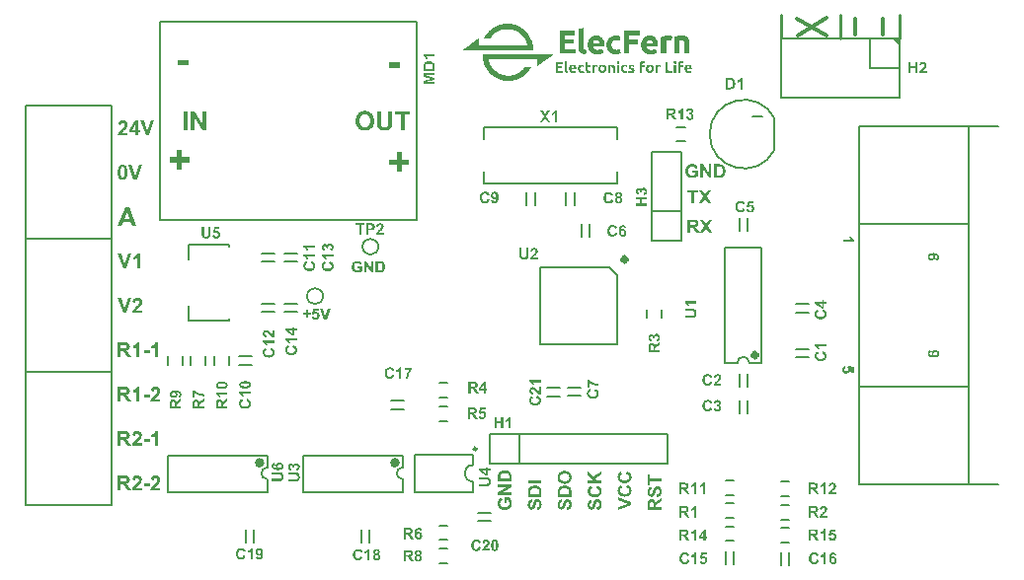
<source format=gto>
G04*
G04 #@! TF.GenerationSoftware,Altium Limited,Altium Designer,21.2.1 (34)*
G04*
G04 Layer_Color=65535*
%FSTAX24Y24*%
%MOIN*%
G70*
G04*
G04 #@! TF.SameCoordinates,6ED15E3A-B912-4763-B2B7-C2A7582740ED*
G04*
G04*
G04 #@! TF.FilePolarity,Positive*
G04*
G01*
G75*
%ADD10C,0.0079*%
%ADD11C,0.0157*%
%ADD12C,0.0059*%
%ADD13C,0.0197*%
%ADD14C,0.0100*%
%ADD15C,0.0118*%
%ADD16C,0.0080*%
G36*
X03948Y033796D02*
X039531D01*
Y033787D01*
X039565D01*
Y033779D01*
X039574D01*
Y033762D01*
X039565D01*
Y033719D01*
X039557D01*
Y033676D01*
X039548D01*
Y033642D01*
X03954D01*
Y033633D01*
X039531D01*
Y033642D01*
X039497D01*
Y03365D01*
X039368D01*
Y033642D01*
X03936D01*
Y033196D01*
X03918D01*
Y033573D01*
Y033582D01*
Y033762D01*
X039205D01*
Y03377D01*
X039231D01*
Y033779D01*
X039265D01*
Y033787D01*
X0393D01*
Y033796D01*
X039342D01*
Y033804D01*
X03948D01*
Y033796D01*
D02*
G37*
G36*
X037732D02*
X037775D01*
Y033787D01*
X0378D01*
Y033779D01*
X037826D01*
Y033744D01*
X037817D01*
Y03371D01*
X037809D01*
Y033684D01*
X0378D01*
Y03365D01*
X037792D01*
Y033633D01*
X037766D01*
Y033642D01*
X03774D01*
Y03365D01*
X037697D01*
Y033659D01*
X037646D01*
Y03365D01*
X037612D01*
Y033642D01*
X037595D01*
Y033633D01*
X037578D01*
Y033616D01*
X037569D01*
Y033607D01*
X03756D01*
Y033599D01*
X037552D01*
Y03359D01*
X037543D01*
Y033564D01*
X037535D01*
Y03353D01*
X037526D01*
Y033453D01*
X037535D01*
Y033419D01*
X037543D01*
Y033393D01*
X037552D01*
Y033385D01*
X03756D01*
Y033367D01*
X037569D01*
Y033359D01*
X037586D01*
Y03335D01*
X037595D01*
Y033342D01*
X037612D01*
Y033333D01*
X037663D01*
Y033325D01*
X037697D01*
Y033333D01*
X037757D01*
Y033342D01*
X037792D01*
Y03335D01*
X037809D01*
Y033342D01*
X037817D01*
Y03329D01*
X037826D01*
Y033247D01*
X037835D01*
Y033205D01*
X037817D01*
Y033196D01*
X037783D01*
Y033187D01*
X037749D01*
Y033179D01*
X037586D01*
Y033187D01*
X037552D01*
Y033196D01*
X037518D01*
Y033205D01*
X0375D01*
Y033213D01*
X037492D01*
Y033222D01*
X037475D01*
Y03323D01*
X037458D01*
Y033239D01*
X037449D01*
Y033247D01*
X03744D01*
Y033256D01*
X037432D01*
Y033265D01*
X037423D01*
Y033273D01*
X037415D01*
Y033282D01*
X037406D01*
Y033299D01*
X037398D01*
Y033307D01*
X037389D01*
Y033325D01*
X03738D01*
Y033333D01*
Y03335D01*
X037372D01*
Y033367D01*
X037363D01*
Y03341D01*
X037355D01*
Y033573D01*
X037363D01*
Y033607D01*
X037372D01*
Y033624D01*
X03738D01*
Y033642D01*
X037389D01*
Y033659D01*
X037398D01*
Y033676D01*
X037406D01*
Y033684D01*
X037415D01*
Y033693D01*
X037423D01*
Y03371D01*
X037432D01*
Y033719D01*
X03744D01*
Y033727D01*
X037449D01*
Y033736D01*
X037458D01*
Y033744D01*
X037475D01*
Y033753D01*
X037483D01*
Y033762D01*
X0375D01*
Y03377D01*
X037518D01*
Y033779D01*
X037535D01*
Y033787D01*
X03756D01*
Y033796D01*
X037586D01*
Y033804D01*
X037732D01*
Y033796D01*
D02*
G37*
G36*
X034125Y034198D02*
X034176D01*
Y03419D01*
X03421D01*
Y034181D01*
X034253D01*
Y034173D01*
X034279D01*
Y034164D01*
X034296D01*
Y034156D01*
X034322D01*
Y034147D01*
X034339D01*
Y034139D01*
X034356D01*
Y03413D01*
X034373D01*
Y034121D01*
X03439D01*
Y034113D01*
X034407D01*
Y034104D01*
X034425D01*
Y034096D01*
X034442D01*
Y034087D01*
X03445D01*
Y034079D01*
X034467D01*
Y03407D01*
X034485D01*
Y034061D01*
X034493D01*
Y034053D01*
X034502D01*
Y034044D01*
X034519D01*
Y034036D01*
X034527D01*
Y034027D01*
X034544D01*
Y034019D01*
X034553D01*
Y03401D01*
X034562D01*
Y034001D01*
X03457D01*
Y033993D01*
X034579D01*
Y033984D01*
X034587D01*
Y033976D01*
X034604D01*
Y033967D01*
X034613D01*
Y033959D01*
X034622D01*
Y033941D01*
X03463D01*
Y033933D01*
X034639D01*
Y033924D01*
X034647D01*
Y033916D01*
X034656D01*
Y033907D01*
X034664D01*
Y033899D01*
X034673D01*
Y03389D01*
X034682D01*
Y033873D01*
X03469D01*
Y033864D01*
X034699D01*
Y033856D01*
X034707D01*
Y033847D01*
X034716D01*
Y03383D01*
X034724D01*
Y033813D01*
X034733D01*
Y033804D01*
X034742D01*
Y033787D01*
X03475D01*
Y03377D01*
X034759D01*
Y033762D01*
X034767D01*
Y033744D01*
X034776D01*
Y033727D01*
X034784D01*
Y03371D01*
X034793D01*
Y033693D01*
X034802D01*
Y033676D01*
X03481D01*
Y03365D01*
X034819D01*
Y033633D01*
X034827D01*
Y033607D01*
X034836D01*
Y033573D01*
X034844D01*
Y033547D01*
X034853D01*
Y033496D01*
X034862D01*
Y033445D01*
X03487D01*
Y033307D01*
X03248D01*
Y033316D01*
X032497D01*
Y033325D01*
X032505D01*
Y033333D01*
X032514D01*
Y033342D01*
X032531D01*
Y03335D01*
X03254D01*
Y033359D01*
X032548D01*
Y033367D01*
X032565D01*
Y033376D01*
X032574D01*
Y033385D01*
X032591D01*
Y033393D01*
X0326D01*
Y033402D01*
X032608D01*
Y03341D01*
X032625D01*
Y033419D01*
X032634D01*
Y033427D01*
X032642D01*
Y033436D01*
X03266D01*
Y033445D01*
X032668D01*
Y033453D01*
X032677D01*
Y033462D01*
X032694D01*
Y03347D01*
X032702D01*
Y033479D01*
X03272D01*
Y033487D01*
X032728D01*
Y033496D01*
X032737D01*
Y033504D01*
X032754D01*
Y033513D01*
X032762D01*
Y033522D01*
X032771D01*
Y03353D01*
X032788D01*
Y033539D01*
X032797D01*
Y033547D01*
X032814D01*
Y033556D01*
X032822D01*
Y033564D01*
X032831D01*
Y033573D01*
X032848D01*
Y033582D01*
X032857D01*
Y03359D01*
X032865D01*
Y033599D01*
X032882D01*
Y033607D01*
X032891D01*
Y033616D01*
X032899D01*
Y033624D01*
X032917D01*
Y033633D01*
X032925D01*
Y033642D01*
X032942D01*
Y03365D01*
X032951D01*
Y033659D01*
X032959D01*
Y033667D01*
X032977D01*
Y033676D01*
X032985D01*
Y033684D01*
X032994D01*
Y033693D01*
X033011D01*
Y033702D01*
X033019D01*
Y03371D01*
X033037D01*
Y033719D01*
X033045D01*
Y033479D01*
X034673D01*
Y033513D01*
X034664D01*
Y033547D01*
X034656D01*
Y033573D01*
X034647D01*
Y033599D01*
X034639D01*
Y033616D01*
X03463D01*
Y033633D01*
X034622D01*
Y03365D01*
X034613D01*
Y033667D01*
X034604D01*
Y033684D01*
X034596D01*
Y033702D01*
X034587D01*
Y03371D01*
X034579D01*
Y033727D01*
X03457D01*
Y033736D01*
X034562D01*
Y033744D01*
X034553D01*
Y033762D01*
X034544D01*
Y03377D01*
X034536D01*
Y033779D01*
X034527D01*
Y033787D01*
X034519D01*
Y033796D01*
X03451D01*
Y033813D01*
X034502D01*
Y033821D01*
X034493D01*
Y03383D01*
X034485D01*
Y033839D01*
X034476D01*
Y033847D01*
X034467D01*
Y033856D01*
X034459D01*
Y033864D01*
X034442D01*
Y033873D01*
X034433D01*
Y033881D01*
X034425D01*
Y03389D01*
X034416D01*
Y033899D01*
X034399D01*
Y033907D01*
X03439D01*
Y033916D01*
X034373D01*
Y033924D01*
X034365D01*
Y033933D01*
X034347D01*
Y033941D01*
X034339D01*
Y03395D01*
X034322D01*
Y033959D01*
X034305D01*
Y033967D01*
X034287D01*
Y033976D01*
X034262D01*
Y033984D01*
X034236D01*
Y033993D01*
X03421D01*
Y034001D01*
X034185D01*
Y03401D01*
X03415D01*
Y034019D01*
X034108D01*
Y034027D01*
X033893D01*
Y034019D01*
X033859D01*
Y03401D01*
X033825D01*
Y034001D01*
X033791D01*
Y033993D01*
X033765D01*
Y033984D01*
X033739D01*
Y033976D01*
X033722D01*
Y033967D01*
X033705D01*
Y033959D01*
X033688D01*
Y03395D01*
X033671D01*
Y033941D01*
X033662D01*
Y033933D01*
X033645D01*
Y033924D01*
X033628D01*
Y033916D01*
X033619D01*
Y033907D01*
X033602D01*
Y033899D01*
X033593D01*
Y03389D01*
X033585D01*
Y033881D01*
X033568D01*
Y033873D01*
X033559D01*
Y033864D01*
X033551D01*
Y033856D01*
X033542D01*
Y033847D01*
X033533D01*
Y033839D01*
X033525D01*
Y03383D01*
X033516D01*
Y033821D01*
X033508D01*
Y033813D01*
X033499D01*
Y033804D01*
X033491D01*
Y033796D01*
X033482D01*
Y033787D01*
X033474D01*
Y033779D01*
X033465D01*
Y033762D01*
X033456D01*
Y033753D01*
X033448D01*
Y033736D01*
X033439D01*
Y033727D01*
X033225D01*
Y033736D01*
X033234D01*
Y033753D01*
X033242D01*
Y03377D01*
X033251D01*
Y033787D01*
X033259D01*
Y033796D01*
X033268D01*
Y033813D01*
X033276D01*
Y033821D01*
X033285D01*
Y033839D01*
X033294D01*
Y033847D01*
X033302D01*
Y033856D01*
X033311D01*
Y033873D01*
X033319D01*
Y033881D01*
X033328D01*
Y03389D01*
X033336D01*
Y033899D01*
X033345D01*
Y033916D01*
X033354D01*
Y033924D01*
X033362D01*
Y033933D01*
X033371D01*
Y033941D01*
X033379D01*
Y03395D01*
X033388D01*
Y033967D01*
X033396D01*
Y033976D01*
X033414D01*
Y033984D01*
X033422D01*
Y033993D01*
X033431D01*
Y034001D01*
X033439D01*
Y03401D01*
X033456D01*
Y034019D01*
X033465D01*
Y034027D01*
X033474D01*
Y034036D01*
X033491D01*
Y034044D01*
X033499D01*
Y034053D01*
X033516D01*
Y034061D01*
X033525D01*
Y03407D01*
X033542D01*
Y034079D01*
X033551D01*
Y034087D01*
X033568D01*
Y034096D01*
X033585D01*
Y034104D01*
X033602D01*
Y034113D01*
X033619D01*
Y034121D01*
X033628D01*
Y03413D01*
X033645D01*
Y034139D01*
X033662D01*
Y034147D01*
X033688D01*
Y034156D01*
X033705D01*
Y034164D01*
X033739D01*
Y034173D01*
X033765D01*
Y034181D01*
X033799D01*
Y03419D01*
X033842D01*
Y034198D01*
X033893D01*
Y034207D01*
X034125D01*
Y034198D01*
D02*
G37*
G36*
X047243Y033695D02*
X047243Y033463D01*
X047011Y033695D01*
X047243Y033695D01*
D02*
G37*
G36*
X039959Y033796D02*
X039994D01*
Y033787D01*
X040019D01*
Y033779D01*
X040045D01*
Y03377D01*
X040062D01*
Y033762D01*
X040071D01*
Y033753D01*
X040079D01*
Y033744D01*
X040088D01*
Y033736D01*
X040096D01*
Y033727D01*
X040105D01*
Y03371D01*
X040114D01*
Y033702D01*
X040122D01*
Y033684D01*
X040131D01*
Y033659D01*
X040139D01*
Y033616D01*
X040148D01*
Y033196D01*
X039976D01*
Y033564D01*
X039968D01*
Y033599D01*
X039959D01*
Y033616D01*
X039951D01*
Y033624D01*
X039942D01*
Y033633D01*
X039934D01*
Y033642D01*
X039925D01*
Y03365D01*
X039814D01*
Y033642D01*
X039805D01*
Y033196D01*
X039634D01*
Y033744D01*
Y033753D01*
Y03377D01*
X039651D01*
Y033779D01*
X039694D01*
Y033787D01*
X039737D01*
Y033796D01*
X039797D01*
Y033804D01*
X039959D01*
Y033796D01*
D02*
G37*
G36*
X03846Y033821D02*
X038117D01*
Y033667D01*
X038426D01*
Y033522D01*
X038417D01*
Y033513D01*
X038117D01*
Y033196D01*
X037929D01*
Y033976D01*
X03846D01*
Y033821D01*
D02*
G37*
G36*
X036292D02*
X035941D01*
Y033684D01*
X03595D01*
Y033676D01*
X036258D01*
Y03353D01*
X035941D01*
Y03335D01*
X036318D01*
Y033196D01*
X035761D01*
Y033976D01*
X036292D01*
Y033821D01*
D02*
G37*
G36*
X038871Y033796D02*
X038906D01*
Y033787D01*
X038931D01*
Y033779D01*
X038948D01*
Y03377D01*
X038965D01*
Y033762D01*
X038974D01*
Y033753D01*
X038983D01*
Y033744D01*
X038991D01*
Y033736D01*
X039D01*
Y033727D01*
X039008D01*
Y033719D01*
X039017D01*
Y03371D01*
X039025D01*
Y033693D01*
X039034D01*
Y033684D01*
X039043D01*
Y033667D01*
X039051D01*
Y03365D01*
X03906D01*
Y033616D01*
X039068D01*
Y033582D01*
X039077D01*
Y033436D01*
X0387D01*
Y03341D01*
X038708D01*
Y033393D01*
X038717D01*
Y033385D01*
X038726D01*
Y033376D01*
X038734D01*
Y033367D01*
X038743D01*
Y033359D01*
X038751D01*
Y03335D01*
X038768D01*
Y033342D01*
X038786D01*
Y033333D01*
X03882D01*
Y033325D01*
X038897D01*
Y033333D01*
X038948D01*
Y033342D01*
X038983D01*
Y03335D01*
X039008D01*
Y033359D01*
X039017D01*
Y03335D01*
X039025D01*
Y033316D01*
X039034D01*
Y033265D01*
X039043D01*
Y033213D01*
X039034D01*
Y033205D01*
X039008D01*
Y033196D01*
X038974D01*
Y033187D01*
X038923D01*
Y033179D01*
X038751D01*
Y033187D01*
X038717D01*
Y033196D01*
X038691D01*
Y033205D01*
X038666D01*
Y033213D01*
X038657D01*
Y033222D01*
X03864D01*
Y03323D01*
X038631D01*
Y033239D01*
X038623D01*
Y033247D01*
X038606D01*
Y033256D01*
X038597D01*
Y033265D01*
X038589D01*
Y033273D01*
X03858D01*
Y03329D01*
X038571D01*
Y033299D01*
X038563D01*
Y033316D01*
X038554D01*
Y033333D01*
X038546D01*
Y03335D01*
X038537D01*
Y033376D01*
X038529D01*
Y03341D01*
X03852D01*
Y033573D01*
X038529D01*
Y033599D01*
X038537D01*
Y033624D01*
X038546D01*
Y033642D01*
X038554D01*
Y033659D01*
X038563D01*
Y033676D01*
X038571D01*
Y033693D01*
X03858D01*
Y033702D01*
X038589D01*
Y03371D01*
X038597D01*
Y033727D01*
X038614D01*
Y033736D01*
X038623D01*
Y033744D01*
X038631D01*
Y033753D01*
X03864D01*
Y033762D01*
X038657D01*
Y03377D01*
X038674D01*
Y033779D01*
X038691D01*
Y033787D01*
X038717D01*
Y033796D01*
X038743D01*
Y033804D01*
X038871D01*
Y033796D01*
D02*
G37*
G36*
X037072D02*
X037106D01*
Y033787D01*
X037123D01*
Y033779D01*
X037141D01*
Y03377D01*
X037158D01*
Y033762D01*
X037166D01*
Y033753D01*
X037175D01*
Y033744D01*
X037192D01*
Y033736D01*
X037201D01*
Y033727D01*
X037209D01*
Y033719D01*
X037218D01*
Y033702D01*
X037226D01*
Y033693D01*
X037235D01*
Y033676D01*
X037243D01*
Y033659D01*
X037252D01*
Y033642D01*
X03726D01*
Y033607D01*
X037269D01*
Y033564D01*
X037278D01*
Y033436D01*
X036901D01*
Y033402D01*
X036909D01*
Y033385D01*
X036918D01*
Y033376D01*
X036926D01*
Y033367D01*
X036935D01*
Y033359D01*
X036943D01*
Y03335D01*
X036969D01*
Y033342D01*
X036986D01*
Y033333D01*
X037021D01*
Y033325D01*
X037072D01*
Y033333D01*
X037149D01*
Y033342D01*
X037175D01*
Y03335D01*
X037209D01*
Y033359D01*
X037218D01*
Y03335D01*
X037226D01*
Y033299D01*
X037235D01*
Y033239D01*
X037243D01*
Y033213D01*
X037235D01*
Y033205D01*
X037209D01*
Y033196D01*
X037166D01*
Y033187D01*
X037123D01*
Y033179D01*
X036952D01*
Y033187D01*
X036918D01*
Y033196D01*
X036892D01*
Y033205D01*
X036866D01*
Y033213D01*
X036849D01*
Y033222D01*
X036841D01*
Y03323D01*
X036824D01*
Y033239D01*
X036815D01*
Y033247D01*
X036806D01*
Y033256D01*
X036798D01*
Y033265D01*
X036789D01*
Y033273D01*
X036781D01*
Y033282D01*
X036772D01*
Y033299D01*
X036764D01*
Y033307D01*
X036755D01*
Y033325D01*
X036746D01*
Y033342D01*
X036738D01*
Y033367D01*
X036729D01*
Y033402D01*
X036721D01*
Y03347D01*
X036712D01*
Y033504D01*
X036721D01*
Y033582D01*
X036729D01*
Y033607D01*
X036738D01*
Y033633D01*
X036746D01*
Y03365D01*
X036755D01*
Y033667D01*
X036764D01*
Y033684D01*
X036772D01*
Y033693D01*
X036781D01*
Y033702D01*
X036789D01*
Y033719D01*
X036798D01*
Y033727D01*
X036806D01*
Y033736D01*
X036824D01*
Y033744D01*
X036832D01*
Y033753D01*
X036841D01*
Y033762D01*
X036849D01*
Y03377D01*
X036866D01*
Y033779D01*
X036892D01*
Y033787D01*
X036909D01*
Y033796D01*
X036935D01*
Y033804D01*
X037072D01*
Y033796D01*
D02*
G37*
G36*
X036584Y033376D02*
X036592D01*
Y033359D01*
X036601D01*
Y03335D01*
X036609D01*
Y033342D01*
X036626D01*
Y033333D01*
X036652D01*
Y033325D01*
X036678D01*
Y033316D01*
X036669D01*
Y033265D01*
X036661D01*
Y033213D01*
X036652D01*
Y033179D01*
X036609D01*
Y033187D01*
X036549D01*
Y033196D01*
X036515D01*
Y033205D01*
X036498D01*
Y033213D01*
X036481D01*
Y033222D01*
X036472D01*
Y03323D01*
X036455D01*
Y033239D01*
X036447D01*
Y033247D01*
X036438D01*
Y033265D01*
X036429D01*
Y033282D01*
X036421D01*
Y033307D01*
X036412D01*
Y034044D01*
X036421D01*
Y034053D01*
X036481D01*
Y034061D01*
X036532D01*
Y03407D01*
X036584D01*
Y033376D01*
D02*
G37*
G36*
X039951Y032939D02*
X039959D01*
Y032922D01*
X039951D01*
Y032888D01*
X039942D01*
Y032879D01*
X039925D01*
Y032888D01*
X039874D01*
Y032879D01*
X039865D01*
Y03287D01*
X039857D01*
Y032845D01*
X039848D01*
Y032828D01*
X039942D01*
Y032802D01*
Y032793D01*
Y032759D01*
X039848D01*
Y032553D01*
X039779D01*
Y032888D01*
X039788D01*
Y032905D01*
X039797D01*
Y032913D01*
X039805D01*
Y032922D01*
X039814D01*
Y03293D01*
X039822D01*
Y032939D01*
X039831D01*
Y032948D01*
X039951D01*
Y032939D01*
D02*
G37*
G36*
X038648D02*
X038657D01*
Y032913D01*
X038648D01*
Y032879D01*
X038623D01*
Y032888D01*
X03858D01*
Y032879D01*
X038563D01*
Y032862D01*
X038554D01*
Y032828D01*
X038648D01*
Y032759D01*
X038554D01*
Y032622D01*
Y032613D01*
Y032553D01*
X038477D01*
Y032879D01*
X038486D01*
Y032896D01*
X038494D01*
Y032913D01*
X038503D01*
Y032922D01*
X038511D01*
Y03293D01*
X03852D01*
Y032939D01*
X038537D01*
Y032948D01*
X038648D01*
Y032939D01*
D02*
G37*
G36*
X039685D02*
X039694D01*
Y03293D01*
X039702D01*
Y032922D01*
X039711D01*
Y032913D01*
Y032888D01*
X039702D01*
Y03287D01*
X039694D01*
Y032862D01*
X039642D01*
Y03287D01*
X039634D01*
Y032879D01*
X039625D01*
Y03293D01*
X039634D01*
Y032939D01*
X039642D01*
Y032948D01*
X039685D01*
Y032939D01*
D02*
G37*
G36*
X037757D02*
X037775D01*
Y032922D01*
X037783D01*
Y032879D01*
X037775D01*
Y03287D01*
X037766D01*
Y032862D01*
X037715D01*
Y03287D01*
X037706D01*
Y032879D01*
X037697D01*
Y03293D01*
X037706D01*
Y032939D01*
X037723D01*
Y032948D01*
X037757D01*
Y032939D01*
D02*
G37*
G36*
X035564Y03317D02*
X035547D01*
Y033162D01*
X035538D01*
Y033153D01*
X03553D01*
Y033145D01*
X035513D01*
Y033136D01*
X035504D01*
Y033128D01*
X035496D01*
Y033119D01*
X035478D01*
Y03311D01*
X03547D01*
Y033102D01*
X035461D01*
Y033093D01*
X035444D01*
Y033085D01*
X035436D01*
Y033076D01*
X035418D01*
Y033068D01*
X03541D01*
Y033059D01*
X035401D01*
Y03305D01*
X035384D01*
Y033042D01*
X035376D01*
Y033033D01*
X035367D01*
Y033025D01*
X03535D01*
Y033016D01*
X035341D01*
Y033008D01*
X035333D01*
Y032999D01*
X035316D01*
Y03299D01*
X035307D01*
Y032982D01*
X03529D01*
Y032973D01*
X035281D01*
Y032965D01*
X035273D01*
Y032956D01*
X035256D01*
Y032948D01*
X035247D01*
Y032939D01*
X035238D01*
Y03293D01*
X035221D01*
Y032922D01*
X035213D01*
Y032913D01*
X035196D01*
Y032905D01*
X035187D01*
Y032896D01*
X035179D01*
Y032888D01*
X035161D01*
Y032879D01*
X035153D01*
Y03287D01*
X035144D01*
Y032862D01*
X035127D01*
Y032853D01*
X035119D01*
Y032845D01*
X03511D01*
Y032836D01*
X035093D01*
Y032828D01*
X035084D01*
Y032819D01*
X035067D01*
Y03281D01*
X035059D01*
Y032802D01*
X03505D01*
Y032793D01*
X035033D01*
Y032785D01*
X035024D01*
Y032776D01*
X035016D01*
Y032768D01*
X034999D01*
Y033008D01*
X033362D01*
Y03299D01*
X033371D01*
Y032956D01*
X033379D01*
Y03293D01*
X033388D01*
Y032905D01*
X033396D01*
Y032879D01*
X033405D01*
Y032862D01*
X033414D01*
Y032845D01*
X033422D01*
Y032828D01*
X033431D01*
Y03281D01*
X033439D01*
Y032793D01*
X033448D01*
Y032785D01*
X033456D01*
Y032768D01*
X033465D01*
Y032759D01*
X033474D01*
Y032742D01*
X033482D01*
Y032733D01*
X033491D01*
Y032725D01*
X033499D01*
Y032708D01*
X033508D01*
Y032699D01*
X033516D01*
Y032691D01*
X033525D01*
Y032682D01*
X033533D01*
Y032673D01*
X033542D01*
Y032665D01*
X033551D01*
Y032656D01*
X033559D01*
Y032648D01*
X033568D01*
Y032639D01*
X033576D01*
Y032631D01*
X033585D01*
Y032622D01*
X033593D01*
Y032613D01*
X033602D01*
Y032605D01*
X033619D01*
Y032596D01*
X033628D01*
Y032588D01*
X033636D01*
Y032579D01*
X033653D01*
Y032571D01*
X033662D01*
Y032562D01*
X033679D01*
Y032553D01*
X033688D01*
Y032545D01*
X033705D01*
Y032536D01*
X033722D01*
Y032528D01*
X033739D01*
Y032519D01*
X033756D01*
Y032511D01*
X033773D01*
Y032502D01*
X033799D01*
Y032493D01*
X033825D01*
Y032485D01*
X033859D01*
Y032476D01*
X033893D01*
Y032468D01*
X033936D01*
Y032459D01*
X034133D01*
Y032468D01*
X034185D01*
Y032476D01*
X034219D01*
Y032485D01*
X034245D01*
Y032493D01*
X03427D01*
Y032502D01*
X034296D01*
Y032511D01*
X034313D01*
Y032519D01*
X03433D01*
Y032528D01*
X034347D01*
Y032536D01*
X034373D01*
Y032545D01*
X034382D01*
Y032553D01*
X034399D01*
Y032562D01*
X034407D01*
Y032571D01*
X034425D01*
Y032579D01*
X034433D01*
Y032588D01*
X034442D01*
Y032596D01*
X034459D01*
Y032605D01*
X034467D01*
Y032613D01*
X034476D01*
Y032622D01*
X034493D01*
Y032631D01*
X034502D01*
Y032639D01*
X03451D01*
Y032648D01*
X034519D01*
Y032656D01*
X034527D01*
Y032665D01*
X034536D01*
Y032673D01*
X034544D01*
Y032691D01*
X034553D01*
Y032699D01*
X034562D01*
Y032708D01*
X03457D01*
Y032716D01*
X034579D01*
Y032725D01*
X034587D01*
Y032742D01*
X034596D01*
Y032751D01*
X034604D01*
Y032759D01*
X034819D01*
Y032751D01*
X03481D01*
Y032742D01*
X034802D01*
Y032725D01*
X034793D01*
Y032708D01*
X034784D01*
Y032699D01*
X034776D01*
Y032682D01*
X034767D01*
Y032665D01*
X034759D01*
Y032656D01*
X03475D01*
Y032648D01*
X034742D01*
Y032631D01*
X034733D01*
Y032622D01*
X034724D01*
Y032613D01*
X034716D01*
Y032596D01*
X034707D01*
Y032588D01*
X034699D01*
Y032579D01*
X03469D01*
Y032562D01*
X034682D01*
Y032553D01*
X034673D01*
Y032545D01*
X034664D01*
Y032536D01*
X034656D01*
Y032528D01*
X034647D01*
Y032519D01*
X03463D01*
Y032511D01*
X034622D01*
Y032502D01*
X034613D01*
Y032493D01*
X034604D01*
Y032485D01*
X034596D01*
Y032476D01*
X034587D01*
Y032468D01*
X034579D01*
Y032459D01*
X034562D01*
Y032451D01*
X034553D01*
Y032442D01*
X034544D01*
Y032434D01*
X034527D01*
Y032425D01*
X034519D01*
Y032416D01*
X034502D01*
Y032408D01*
X034493D01*
Y032399D01*
X034476D01*
Y032391D01*
X034459D01*
Y032382D01*
X034442D01*
Y032374D01*
X034425D01*
Y032365D01*
X034407D01*
Y032356D01*
X03439D01*
Y032348D01*
X034373D01*
Y032339D01*
X034347D01*
Y032331D01*
X03433D01*
Y032322D01*
X034305D01*
Y032314D01*
X034287D01*
Y032305D01*
X034253D01*
Y032296D01*
X03421D01*
Y032288D01*
X034168D01*
Y032279D01*
X033919D01*
Y032288D01*
X033859D01*
Y032296D01*
X033833D01*
Y032305D01*
X033799D01*
Y032314D01*
X033773D01*
Y032322D01*
X033748D01*
Y032331D01*
X033722D01*
Y032339D01*
X033705D01*
Y032348D01*
X033688D01*
Y032356D01*
X033671D01*
Y032365D01*
X033653D01*
Y032374D01*
X033636D01*
Y032382D01*
X033619D01*
Y032391D01*
X033602D01*
Y032399D01*
X033585D01*
Y032408D01*
X033576D01*
Y032416D01*
X033559D01*
Y032425D01*
X033551D01*
Y032434D01*
X033533D01*
Y032442D01*
X033525D01*
Y032451D01*
X033508D01*
Y032459D01*
X033499D01*
Y032468D01*
X033491D01*
Y032476D01*
X033482D01*
Y032485D01*
X033465D01*
Y032493D01*
X033456D01*
Y032502D01*
X033448D01*
Y032511D01*
X033439D01*
Y032519D01*
X033431D01*
Y032528D01*
X033422D01*
Y032536D01*
X033414D01*
Y032545D01*
X033405D01*
Y032553D01*
X033396D01*
Y032562D01*
X033388D01*
Y032571D01*
X033379D01*
Y032579D01*
X033371D01*
Y032596D01*
X033362D01*
Y032605D01*
X033354D01*
Y032613D01*
X033345D01*
Y032631D01*
X033336D01*
Y032639D01*
X033328D01*
Y032648D01*
X033319D01*
Y032665D01*
X033311D01*
Y032673D01*
X033302D01*
Y032691D01*
X033294D01*
Y032708D01*
X033285D01*
Y032716D01*
X033276D01*
Y032733D01*
X033268D01*
Y032751D01*
X033259D01*
Y032768D01*
X033251D01*
Y032785D01*
X033242D01*
Y032802D01*
X033234D01*
Y032828D01*
X033225D01*
Y032845D01*
X033216D01*
Y03287D01*
X033208D01*
Y032905D01*
X033199D01*
Y03293D01*
X033191D01*
Y032973D01*
X033182D01*
Y033016D01*
X033174D01*
Y033102D01*
X033165D01*
Y033179D01*
X035564D01*
Y03317D01*
D02*
G37*
G36*
X039163Y032819D02*
X03918D01*
Y03281D01*
X039171D01*
Y032768D01*
X039163D01*
Y032759D01*
X039137D01*
Y032768D01*
X039094D01*
Y032759D01*
X039077D01*
Y032725D01*
Y032716D01*
Y032553D01*
X039D01*
Y03281D01*
X039025D01*
Y032819D01*
X039068D01*
Y032828D01*
X039163D01*
Y032819D01*
D02*
G37*
G36*
X038263D02*
X038289D01*
Y03281D01*
X03828D01*
Y032768D01*
X038271D01*
Y032759D01*
X038254D01*
Y032768D01*
X038177D01*
Y032733D01*
X038186D01*
Y032725D01*
X038212D01*
Y032716D01*
X038229D01*
Y032708D01*
X038246D01*
Y032699D01*
X038263D01*
Y032691D01*
X038271D01*
Y032682D01*
X03828D01*
Y032673D01*
X038289D01*
Y032656D01*
X038297D01*
Y032605D01*
X038289D01*
Y032588D01*
X03828D01*
Y032579D01*
X038271D01*
Y032571D01*
X038263D01*
Y032562D01*
X038237D01*
Y032553D01*
X038109D01*
Y032562D01*
X038092D01*
Y032596D01*
X0381D01*
Y032622D01*
X038126D01*
Y032613D01*
X038169D01*
Y032605D01*
X038194D01*
Y032613D01*
X03822D01*
Y032639D01*
X038212D01*
Y032648D01*
X038194D01*
Y032656D01*
X038177D01*
Y032665D01*
X03816D01*
Y032673D01*
X038143D01*
Y032682D01*
X038126D01*
Y032691D01*
X038117D01*
Y032699D01*
X038109D01*
Y032716D01*
X0381D01*
Y032785D01*
X038109D01*
Y032802D01*
X038126D01*
Y03281D01*
X038134D01*
Y032819D01*
X038152D01*
Y032828D01*
X038263D01*
Y032819D01*
D02*
G37*
G36*
X038023D02*
X038049D01*
Y032793D01*
X03804D01*
Y032768D01*
X038032D01*
Y032759D01*
X038006D01*
Y032768D01*
X037954D01*
Y032759D01*
X037946D01*
Y032751D01*
X037929D01*
Y032733D01*
X03792D01*
Y032708D01*
X037912D01*
Y032673D01*
Y032665D01*
X03792D01*
Y032648D01*
X037929D01*
Y032631D01*
X037937D01*
Y032622D01*
X037954D01*
Y032613D01*
X038023D01*
Y032622D01*
X038049D01*
Y032571D01*
X038057D01*
Y032562D01*
X038049D01*
Y032553D01*
X03792D01*
Y032562D01*
X037903D01*
Y032571D01*
X037886D01*
Y032579D01*
X037877D01*
Y032588D01*
X037869D01*
Y032596D01*
X03786D01*
Y032613D01*
X037852D01*
Y032631D01*
X037843D01*
Y032673D01*
X037835D01*
Y032708D01*
X037843D01*
Y032742D01*
X037852D01*
Y032768D01*
X03786D01*
Y032776D01*
X037869D01*
Y032785D01*
X037877D01*
Y032793D01*
X037886D01*
Y032802D01*
X037895D01*
Y03281D01*
X037903D01*
Y032819D01*
X037929D01*
Y032828D01*
X038023D01*
Y032819D01*
D02*
G37*
G36*
X037038D02*
X037046D01*
Y032776D01*
X037038D01*
Y032759D01*
X037012D01*
Y032768D01*
X036969D01*
Y032759D01*
X036952D01*
Y032553D01*
X036875D01*
Y032759D01*
Y032768D01*
Y03281D01*
X036901D01*
Y032819D01*
X036943D01*
Y032828D01*
X037038D01*
Y032819D01*
D02*
G37*
G36*
X036567D02*
X036592D01*
Y032793D01*
X036584D01*
Y032768D01*
X036575D01*
Y032759D01*
X036549D01*
Y032768D01*
X036498D01*
Y032759D01*
X036489D01*
Y032751D01*
X036472D01*
Y032733D01*
X036464D01*
Y032708D01*
X036455D01*
Y032665D01*
X036464D01*
Y032648D01*
X036472D01*
Y032631D01*
X036481D01*
Y032622D01*
X036498D01*
Y032613D01*
X036567D01*
Y032622D01*
X036592D01*
Y032571D01*
X036601D01*
Y032562D01*
X036592D01*
Y032553D01*
X036464D01*
Y032562D01*
X036447D01*
Y032571D01*
X036429D01*
Y032579D01*
X036421D01*
Y032588D01*
X036412D01*
Y032596D01*
X036404D01*
Y032605D01*
X036395D01*
Y032631D01*
X036387D01*
Y032673D01*
X036378D01*
Y032699D01*
X036387D01*
Y032751D01*
X036395D01*
Y032768D01*
X036404D01*
Y032776D01*
X036412D01*
Y032793D01*
X036421D01*
Y032802D01*
X036429D01*
Y03281D01*
X036447D01*
Y032819D01*
X036472D01*
Y032828D01*
X036567D01*
Y032819D01*
D02*
G37*
G36*
X040156D02*
X040174D01*
Y03281D01*
X040191D01*
Y032802D01*
X040199D01*
Y032793D01*
X040208D01*
Y032776D01*
X040216D01*
Y032759D01*
X040225D01*
Y032716D01*
X040234D01*
Y032665D01*
X040062D01*
Y032639D01*
X040071D01*
Y032631D01*
X040079D01*
Y032622D01*
X040096D01*
Y032613D01*
X040174D01*
Y032622D01*
X040208D01*
Y032588D01*
X040216D01*
Y032562D01*
X040191D01*
Y032553D01*
X040062D01*
Y032562D01*
X040045D01*
Y032571D01*
X040028D01*
Y032579D01*
X040019D01*
Y032588D01*
X040011D01*
Y032596D01*
X040002D01*
Y032613D01*
X039994D01*
Y032631D01*
X039985D01*
Y032673D01*
X039976D01*
Y032708D01*
X039985D01*
Y032751D01*
X039994D01*
Y032768D01*
X040002D01*
Y032785D01*
X040011D01*
Y032793D01*
X040019D01*
Y032802D01*
X040028D01*
Y03281D01*
X040045D01*
Y032819D01*
X040071D01*
Y032828D01*
X040156D01*
Y032819D01*
D02*
G37*
G36*
X039702Y03281D02*
Y032802D01*
Y032553D01*
X039625D01*
Y032828D01*
X039702D01*
Y03281D01*
D02*
G37*
G36*
X03942Y032631D02*
X039428D01*
Y032622D01*
X039582D01*
Y032553D01*
X039342D01*
Y032913D01*
X03942D01*
Y032631D01*
D02*
G37*
G36*
X038854Y032819D02*
X03888D01*
Y03281D01*
X038888D01*
Y032802D01*
X038906D01*
Y032793D01*
X038914D01*
Y032776D01*
X038923D01*
Y032768D01*
X038931D01*
Y032751D01*
X03894D01*
Y032682D01*
Y032673D01*
Y032631D01*
X038931D01*
Y032613D01*
X038923D01*
Y032605D01*
X038914D01*
Y032588D01*
X038906D01*
Y032579D01*
X038888D01*
Y032571D01*
X03888D01*
Y032562D01*
X038871D01*
Y032553D01*
X03876D01*
Y032562D01*
X038743D01*
Y032571D01*
X038734D01*
Y032579D01*
X038717D01*
Y032596D01*
X038708D01*
Y032605D01*
X0387D01*
Y032622D01*
X038691D01*
Y032639D01*
X038683D01*
Y032742D01*
X038691D01*
Y032759D01*
X0387D01*
Y032776D01*
X038708D01*
Y032785D01*
X038717D01*
Y032793D01*
X038726D01*
Y032802D01*
X038734D01*
Y03281D01*
X038743D01*
Y032819D01*
X038768D01*
Y032828D01*
X038854D01*
Y032819D01*
D02*
G37*
G36*
X037775Y032553D02*
X037706D01*
Y032828D01*
X037775D01*
Y032553D01*
D02*
G37*
G36*
X037569Y032819D02*
X037586D01*
Y03281D01*
X037595D01*
Y032802D01*
X037612D01*
Y032785D01*
X03762D01*
Y032768D01*
X037629D01*
Y032553D01*
X03756D01*
Y032716D01*
X037552D01*
Y032751D01*
X037543D01*
Y032759D01*
X037526D01*
Y032768D01*
X037483D01*
Y032759D01*
X037475D01*
Y032553D01*
X037406D01*
Y032819D01*
X037449D01*
Y032828D01*
X037569D01*
Y032819D01*
D02*
G37*
G36*
X037252D02*
X037278D01*
Y03281D01*
X037286D01*
Y032802D01*
X037303D01*
Y032793D01*
X037312D01*
Y032785D01*
X03732D01*
Y032768D01*
X037329D01*
Y032751D01*
X037338D01*
Y032725D01*
Y032716D01*
Y032699D01*
X037346D01*
Y032673D01*
X037338D01*
Y032631D01*
X037329D01*
Y032613D01*
X03732D01*
Y032596D01*
X037312D01*
Y032588D01*
X037303D01*
Y032579D01*
X037295D01*
Y032571D01*
X037278D01*
Y032562D01*
X037269D01*
Y032553D01*
X037158D01*
Y032562D01*
X037141D01*
Y032571D01*
X037132D01*
Y032579D01*
X037123D01*
Y032588D01*
X037115D01*
Y032596D01*
X037106D01*
Y032605D01*
X037098D01*
Y032622D01*
X037089D01*
Y032639D01*
X037081D01*
Y032733D01*
X037089D01*
Y032759D01*
X037098D01*
Y032776D01*
X037106D01*
Y032785D01*
X037115D01*
Y032793D01*
X037123D01*
Y032802D01*
X037132D01*
Y03281D01*
X037149D01*
Y032819D01*
X037166D01*
Y032828D01*
X037252D01*
Y032819D01*
D02*
G37*
G36*
X036721Y032888D02*
Y032879D01*
Y032828D01*
X036815D01*
Y032759D01*
X036721D01*
Y032648D01*
X036729D01*
Y032622D01*
X036746D01*
Y032613D01*
X036806D01*
Y032622D01*
X036815D01*
Y032596D01*
X036824D01*
Y032562D01*
X036815D01*
Y032553D01*
X036704D01*
Y032562D01*
X036686D01*
Y032571D01*
X036678D01*
Y032579D01*
X036669D01*
Y032588D01*
X036661D01*
Y032605D01*
X036652D01*
Y032656D01*
X036644D01*
Y032888D01*
X036652D01*
Y032896D01*
X036704D01*
Y032905D01*
X036721D01*
Y032888D01*
D02*
G37*
G36*
X036258Y032819D02*
X036275D01*
Y03281D01*
X036292D01*
Y032802D01*
X036301D01*
Y032793D01*
X036309D01*
Y032776D01*
X036318D01*
Y032759D01*
X036327D01*
Y032733D01*
X036335D01*
Y032665D01*
X036164D01*
Y032639D01*
X036172D01*
Y032631D01*
X036181D01*
Y032622D01*
X036198D01*
Y032613D01*
X036284D01*
Y032622D01*
X036309D01*
Y032588D01*
X036318D01*
Y032562D01*
X036301D01*
Y032553D01*
X036164D01*
Y032562D01*
X036147D01*
Y032571D01*
X03613D01*
Y032579D01*
X036121D01*
Y032588D01*
X036112D01*
Y032596D01*
X036104D01*
Y032613D01*
X036095D01*
Y032631D01*
X036087D01*
Y032673D01*
X036078D01*
Y032708D01*
X036087D01*
Y032751D01*
X036095D01*
Y032768D01*
X036104D01*
Y032776D01*
X036112D01*
Y032793D01*
X036121D01*
Y032802D01*
X03613D01*
Y03281D01*
X036147D01*
Y032819D01*
X036164D01*
Y032828D01*
X036258D01*
Y032819D01*
D02*
G37*
G36*
X03601Y032631D02*
X036018D01*
Y032622D01*
X036027D01*
Y032613D01*
X036052D01*
Y032588D01*
X036044D01*
Y032553D01*
X035984D01*
Y032562D01*
X035967D01*
Y032571D01*
X035958D01*
Y032579D01*
X03595D01*
Y032588D01*
X035941D01*
Y032613D01*
X035932D01*
Y032879D01*
Y032888D01*
Y032939D01*
X035958D01*
Y032948D01*
X03601D01*
Y032631D01*
D02*
G37*
G36*
X035864Y032845D02*
X03571D01*
Y032776D01*
X035847D01*
Y032708D01*
X03571D01*
Y032622D01*
X035881D01*
Y032553D01*
X035633D01*
Y032888D01*
Y032896D01*
Y032913D01*
X035864D01*
Y032845D01*
D02*
G37*
G36*
X030116Y030918D02*
Y030917D01*
Y030914D01*
Y030907D01*
Y0309D01*
Y03089D01*
X030115Y030879D01*
Y030867D01*
Y030855D01*
X030114Y030828D01*
X030112Y030801D01*
X030111Y030789D01*
X030109Y030777D01*
X030107Y030766D01*
X030105Y030755D01*
Y030754D01*
X030104Y030754D01*
Y030751D01*
X030103Y030748D01*
X030101Y030739D01*
X030097Y030728D01*
X030091Y030715D01*
X030085Y030702D01*
X030077Y030688D01*
X030066Y030675D01*
X030066Y030673D01*
X030062Y030669D01*
X030055Y030664D01*
X030047Y030656D01*
X030036Y030648D01*
X030023Y03064D01*
X030008Y03063D01*
X029992Y030623D01*
X029991D01*
X02999Y030622D01*
X029987Y030621D01*
X029983Y03062D01*
X029979Y030618D01*
X029973Y030617D01*
X029966Y030615D01*
X029958Y030614D01*
X029941Y03061D01*
X029919Y030606D01*
X029895Y030605D01*
X029868Y030604D01*
X029854D01*
X029845Y030605D01*
X029837D01*
X029827Y030606D01*
X029817Y030606D01*
X029794Y030608D01*
X029771Y030612D01*
X029748Y030618D01*
X029738Y03062D01*
X029729Y030624D01*
X029728D01*
X029727Y030625D01*
X029721Y030628D01*
X029712Y030632D01*
X029702Y030639D01*
X02969Y030647D01*
X029677Y030656D01*
X029665Y030667D01*
X029654Y03068D01*
X029653Y030681D01*
X029649Y030685D01*
X029645Y030692D01*
X029639Y030702D01*
X029634Y030712D01*
X029627Y030724D01*
X029622Y030737D01*
X029618Y030751D01*
Y030752D01*
X029617Y030754D01*
Y030756D01*
X029616Y030761D01*
X029615Y030766D01*
X029614Y030774D01*
X029613Y030782D01*
X029612Y030791D01*
X02961Y030803D01*
X029609Y030815D01*
X029609Y030828D01*
X029608Y030842D01*
X029607Y030858D01*
Y030876D01*
X029606Y030894D01*
Y030914D01*
Y031256D01*
X029735D01*
Y030908D01*
Y030907D01*
Y030904D01*
Y030901D01*
Y030895D01*
Y030888D01*
Y03088D01*
X029736Y030864D01*
Y030845D01*
X029737Y030828D01*
X029738Y030819D01*
Y030812D01*
X029739Y030806D01*
X02974Y030801D01*
Y030799D01*
X029742Y030794D01*
X029745Y030787D01*
X029748Y030778D01*
X029753Y030767D01*
X02976Y030757D01*
X029769Y030746D01*
X029779Y030737D01*
X029781Y030736D01*
X029784Y030733D01*
X029792Y030729D01*
X029801Y030726D01*
X029814Y030721D01*
X029829Y030717D01*
X029845Y030715D01*
X029865Y030714D01*
X029874D01*
X029883Y030715D01*
X029895Y030717D01*
X029909Y030719D01*
X029922Y030723D01*
X029936Y030729D01*
X029947Y030736D01*
X029948Y030737D01*
X029952Y03074D01*
X029956Y030744D01*
X029962Y030751D01*
X029967Y030759D01*
X029973Y030768D01*
X029978Y030778D01*
X02998Y030791D01*
Y030792D01*
X029981Y030797D01*
X029982Y030805D01*
X029984Y030816D01*
Y030824D01*
X029985Y030832D01*
Y030841D01*
X029986Y030851D01*
Y030862D01*
X029987Y030874D01*
Y030887D01*
Y030901D01*
Y031256D01*
X030116D01*
Y030918D01*
D02*
G37*
G36*
X030716Y031148D02*
X030527D01*
Y030616D01*
X030398D01*
Y031148D01*
X030208D01*
Y031256D01*
X030716D01*
Y031148D01*
D02*
G37*
G36*
X029208Y031267D02*
X029217D01*
X029229Y031265D01*
X029243Y031263D01*
X029259Y03126D01*
X029276Y031257D01*
X029293Y031252D01*
X029312Y031247D01*
X02933Y031239D01*
X02935Y031231D01*
X029368Y031221D01*
X029387Y031209D01*
X029404Y031195D01*
X029421Y031179D01*
X029422Y031178D01*
X029424Y031175D01*
X029429Y03117D01*
X029434Y031163D01*
X02944Y031154D01*
X029448Y031143D01*
X029455Y03113D01*
X029463Y031115D01*
X029472Y031099D01*
X029479Y031081D01*
X029486Y031061D01*
X029493Y031039D01*
X029498Y031015D01*
X029502Y03099D01*
X029505Y030963D01*
X029506Y030935D01*
Y030933D01*
Y030928D01*
X029505Y03092D01*
Y030909D01*
X029503Y030896D01*
X029501Y030881D01*
X029498Y030864D01*
X029496Y030846D01*
X029491Y030827D01*
X029486Y030806D01*
X029478Y030786D01*
X02947Y030766D01*
X029461Y030746D01*
X029449Y030727D01*
X029436Y030708D01*
X029421Y030691D01*
X02942Y03069D01*
X029417Y030687D01*
X029412Y030682D01*
X029405Y030677D01*
X029397Y03067D01*
X029387Y030663D01*
X029375Y030655D01*
X029362Y030647D01*
X029346Y030639D01*
X029329Y030631D01*
X029311Y030624D01*
X02929Y030618D01*
X029269Y030612D01*
X029246Y030607D01*
X029222Y030605D01*
X029196Y030604D01*
X02919D01*
X029182Y030605D01*
X029173Y030606D01*
X029161Y030606D01*
X029147Y030608D01*
X029131Y030611D01*
X029115Y030615D01*
X029096Y030619D01*
X029079Y030625D01*
X029059Y030632D01*
X029041Y030641D01*
X029021Y03065D01*
X029004Y030662D01*
X028986Y030675D01*
X028969Y030691D01*
X028968Y030692D01*
X028966Y030694D01*
X028962Y0307D01*
X028956Y030706D01*
X02895Y030716D01*
X028943Y030727D01*
X028935Y030739D01*
X028928Y030754D01*
X028919Y030769D01*
X028912Y030788D01*
X028905Y030807D01*
X028898Y030828D01*
X028893Y030852D01*
X028889Y030877D01*
X028886Y030903D01*
X028885Y030931D01*
Y030932D01*
Y030936D01*
Y03094D01*
X028886Y030948D01*
Y030956D01*
X028887Y030965D01*
X028888Y030976D01*
X028889Y030988D01*
X028893Y031014D01*
X028897Y031042D01*
X028905Y03107D01*
X028914Y031096D01*
Y031097D01*
X028915Y031098D01*
X028917Y0311D01*
X028918Y031104D01*
X028923Y031113D01*
X02893Y031125D01*
X028938Y031139D01*
X028948Y031153D01*
X02896Y031169D01*
X028973Y031184D01*
X028974Y031185D01*
X028975Y031185D01*
X02898Y03119D01*
X028988Y031198D01*
X028998Y031206D01*
X02901Y031215D01*
X029024Y031225D01*
X02904Y031235D01*
X029056Y031242D01*
X029057D01*
X029059Y031243D01*
X029063Y031245D01*
X029067Y031246D01*
X029073Y031248D01*
X029079Y03125D01*
X029088Y031252D01*
X029096Y031255D01*
X029116Y031259D01*
X02914Y031264D01*
X029166Y031267D01*
X029194Y031268D01*
X029201D01*
X029208Y031267D01*
D02*
G37*
G36*
X023827Y030616D02*
X023697D01*
X023437Y031037D01*
Y030616D01*
X023318D01*
Y031256D01*
X023443D01*
X023707Y030825D01*
Y031256D01*
X023827D01*
Y030616D01*
D02*
G37*
G36*
X023194D02*
X023065D01*
Y031256D01*
X023194D01*
Y030616D01*
D02*
G37*
G36*
X030428Y029619D02*
X030681D01*
Y029447D01*
X030428D01*
Y029199D01*
X03026D01*
Y029447D01*
X030009D01*
Y029619D01*
X03026D01*
Y029868D01*
X030428D01*
Y029619D01*
D02*
G37*
G36*
X023026Y029698D02*
X023279D01*
Y029526D01*
X023026D01*
Y029278D01*
X022858D01*
Y029526D01*
X022607D01*
Y029698D01*
X022858D01*
Y029947D01*
X023026D01*
Y029698D01*
D02*
G37*
G36*
X030371Y032721D02*
X030009D01*
Y032906D01*
X030371D01*
Y032721D01*
D02*
G37*
G36*
X023245Y0328D02*
X022883D01*
Y032984D01*
X023245D01*
Y0328D01*
D02*
G37*
G36*
X028948Y026192D02*
X028954Y026192D01*
X028961Y026191D01*
X028969Y026191D01*
X028977Y026189D01*
X028994Y026186D01*
X029012Y02618D01*
X029022Y026177D01*
X02903Y026173D01*
X029039Y026169D01*
X029046Y026164D01*
X029047Y026163D01*
X029048Y026162D01*
X02905Y02616D01*
X029053Y026158D01*
X029056Y026155D01*
X029059Y026152D01*
X029063Y026147D01*
X029068Y026142D01*
X029072Y026137D01*
X029076Y026131D01*
X029081Y026124D01*
X029084Y026117D01*
X029089Y026109D01*
X029092Y026101D01*
X029095Y026091D01*
X029098Y026082D01*
X029022Y026068D01*
Y026069D01*
X029021Y026069D01*
X02902Y026072D01*
X029018Y026077D01*
X029015Y026084D01*
X029011Y026091D01*
X029005Y026098D01*
X028999Y026105D01*
X028991Y026112D01*
X02899Y026112D01*
X028987Y026114D01*
X028982Y026117D01*
X028976Y02612D01*
X028968Y026123D01*
X028959Y026125D01*
X028949Y026128D01*
X028937Y026128D01*
X028932D01*
X028928Y026128D01*
X028924Y026127D01*
X028919Y026126D01*
X028914Y026125D01*
X028908Y026124D01*
X028895Y02612D01*
X028888Y026118D01*
X028882Y026114D01*
X028875Y026111D01*
X028869Y026107D01*
X028863Y026101D01*
X028857Y026096D01*
X028856Y026095D01*
X028856Y026094D01*
X028854Y026093D01*
X028852Y02609D01*
X02885Y026087D01*
X028848Y026083D01*
X028845Y026078D01*
X028843Y026072D01*
X02884Y026066D01*
X028837Y026059D01*
X028834Y026051D01*
X028832Y026043D01*
X028831Y026034D01*
X028829Y026023D01*
X028828Y026013D01*
X028828Y026001D01*
Y026001D01*
Y025999D01*
Y025995D01*
X028828Y02599D01*
X028829Y025984D01*
X02883Y025978D01*
X028831Y025971D01*
X028832Y025963D01*
X028835Y025947D01*
X02884Y02593D01*
X028844Y025922D01*
X028848Y025914D01*
X028852Y025906D01*
X028857Y0259D01*
X028858Y025899D01*
X028859Y025898D01*
X028861Y025897D01*
X028863Y025894D01*
X028866Y025892D01*
X028869Y025889D01*
X028874Y025886D01*
X028879Y025883D01*
X028884Y02588D01*
X02889Y025877D01*
X028903Y025871D01*
X028911Y025869D01*
X028919Y025868D01*
X028927Y025867D01*
X028936Y025866D01*
X02894D01*
X028945Y025867D01*
X028951Y025867D01*
X028958Y025868D01*
X028967Y02587D01*
X028975Y025872D01*
X028984Y025875D01*
X028985D01*
X028985Y025876D01*
X028988Y025877D01*
X028993Y025879D01*
X028998Y025882D01*
X029005Y025885D01*
X029012Y025889D01*
X029019Y025893D01*
X029026Y025898D01*
Y025947D01*
X028938D01*
Y026011D01*
X029103D01*
Y025859D01*
X029101Y025858D01*
X0291Y025857D01*
X029098Y025855D01*
X029095Y025853D01*
X029093Y025851D01*
X029085Y025845D01*
X029075Y025839D01*
X029063Y025832D01*
X029049Y025825D01*
X029033Y025818D01*
X029032D01*
X02903Y025818D01*
X029028Y025817D01*
X029025Y025816D01*
X029021Y025815D01*
X029016Y025813D01*
X02901Y025811D01*
X029004Y02581D01*
X028991Y025806D01*
X028975Y025804D01*
X028958Y025802D01*
X028941Y025801D01*
X028935D01*
X028931Y025802D01*
X028926D01*
X02892Y025802D01*
X028913Y025803D01*
X028905Y025804D01*
X02889Y025807D01*
X028872Y025811D01*
X028854Y025817D01*
X028846Y025821D01*
X028837Y025826D01*
X028837Y025826D01*
X028836Y025827D01*
X028833Y025828D01*
X02883Y02583D01*
X028826Y025833D01*
X028822Y025836D01*
X028818Y02584D01*
X028813Y025844D01*
X028802Y025854D01*
X028791Y025867D01*
X02878Y025881D01*
X028771Y025897D01*
Y025898D01*
X02877Y025899D01*
X028769Y025902D01*
X028768Y025905D01*
X028766Y02591D01*
X028764Y025915D01*
X028762Y025921D01*
X02876Y025927D01*
X028758Y025934D01*
X028756Y025942D01*
X028753Y025959D01*
X02875Y025978D01*
X028749Y025998D01*
Y025999D01*
Y026001D01*
Y026004D01*
X02875Y026008D01*
Y026013D01*
X02875Y026019D01*
X028751Y026026D01*
X028753Y026034D01*
X028755Y026049D01*
X02876Y026067D01*
X028766Y026085D01*
X028769Y026094D01*
X028774Y026103D01*
X028774Y026103D01*
X028775Y026105D01*
X028777Y026107D01*
X028778Y026111D01*
X028781Y026114D01*
X028784Y026119D01*
X028788Y026124D01*
X028792Y026129D01*
X028797Y026135D01*
X028802Y026141D01*
X028808Y026147D01*
X028815Y026153D01*
X028822Y026158D01*
X028829Y026164D01*
X028846Y026174D01*
X028846D01*
X028848Y026175D01*
X02885Y026176D01*
X028852Y026177D01*
X028856Y026178D01*
X02886Y02618D01*
X028866Y026182D01*
X028871Y026184D01*
X028877Y026185D01*
X028884Y026187D01*
X028892Y026189D01*
X028899Y02619D01*
X028917Y026192D01*
X028937Y026193D01*
X028943D01*
X028948Y026192D01*
D02*
G37*
G36*
X029474Y025808D02*
X029397D01*
X029244Y026057D01*
Y025808D01*
X029174D01*
Y026186D01*
X029247D01*
X029403Y025931D01*
Y026186D01*
X029474D01*
Y025808D01*
D02*
G37*
G36*
X02971Y026185D02*
X02972Y026185D01*
X029732Y026184D01*
X029744Y026183D01*
X029755Y026181D01*
X029765Y026178D01*
X029766D01*
X029767Y026178D01*
X029769Y026177D01*
X029771Y026177D01*
X029777Y026174D01*
X029785Y02617D01*
X029794Y026165D01*
X029804Y026159D01*
X029813Y026152D01*
X029822Y026143D01*
X029823D01*
X029823Y026142D01*
X029826Y026139D01*
X02983Y026133D01*
X029835Y026126D01*
X029841Y026118D01*
X029847Y026107D01*
X029853Y026095D01*
X029858Y026082D01*
Y026082D01*
X029859Y026081D01*
X029859Y026078D01*
X02986Y026076D01*
X029861Y026072D01*
X029862Y026068D01*
X029863Y026063D01*
X029865Y026058D01*
X029866Y026052D01*
X029867Y026044D01*
X029868Y026037D01*
X029869Y026029D01*
X02987Y026012D01*
X029871Y025993D01*
Y025993D01*
Y025991D01*
Y025989D01*
Y025986D01*
X02987Y025981D01*
Y025977D01*
X02987Y025971D01*
X029869Y025965D01*
X029868Y025953D01*
X029866Y02594D01*
X029863Y025926D01*
X029859Y025913D01*
Y025912D01*
X029858Y025911D01*
X029857Y025909D01*
X029856Y025906D01*
X029855Y025903D01*
X029853Y025899D01*
X029848Y025889D01*
X029843Y025879D01*
X029836Y025867D01*
X029828Y025856D01*
X029818Y025846D01*
X029817Y025845D01*
X029815Y025842D01*
X02981Y025839D01*
X029804Y025835D01*
X029796Y02583D01*
X029788Y025825D01*
X029777Y02582D01*
X029765Y025816D01*
X029764D01*
X029764Y025815D01*
X029762D01*
X02976Y025815D01*
X029754Y025814D01*
X029747Y025812D01*
X029738Y02581D01*
X029726Y025809D01*
X029712Y025809D01*
X029698Y025808D01*
X029555D01*
Y026186D01*
X029705D01*
X02971Y026185D01*
D02*
G37*
G36*
X045612Y027012D02*
X045613Y027011D01*
X045613Y02701D01*
X045614Y027008D01*
X045617Y027002D01*
X04562Y026995D01*
X045624Y026985D01*
X04563Y026975D01*
X045638Y026963D01*
X045647Y026951D01*
X045647Y026951D01*
X045648Y02695D01*
X045649Y026948D01*
X045652Y026946D01*
X045657Y02694D01*
X045664Y026933D01*
X045673Y026926D01*
X045684Y026918D01*
X045695Y026911D01*
X045708Y026906D01*
Y026847D01*
X045328D01*
Y026919D01*
X045601D01*
X045601Y02692D01*
X0456Y026921D01*
X045598Y026923D01*
X045595Y026926D01*
X045592Y02693D01*
X045589Y026934D01*
X045585Y02694D01*
X045581Y026946D01*
X045576Y026952D01*
X045572Y02696D01*
X045567Y026967D01*
X045563Y026975D01*
X045554Y026993D01*
X045547Y027013D01*
X045612D01*
Y027012D01*
D02*
G37*
G36*
X045425Y02257D02*
X045424D01*
X045421Y02257D01*
X045416Y022569D01*
X04541Y022567D01*
X045404Y022565D01*
X045398Y022562D01*
X045392Y022557D01*
X045386Y022552D01*
X045385Y022552D01*
X045384Y02255D01*
X045381Y022546D01*
X045379Y022542D01*
X045376Y022537D01*
X045374Y022531D01*
X045372Y022524D01*
X045372Y022517D01*
Y022516D01*
X045372Y022513D01*
X045373Y022509D01*
X045374Y022503D01*
X045376Y022497D01*
X045379Y022491D01*
X045384Y022484D01*
X04539Y022478D01*
X045391Y022478D01*
X045393Y022475D01*
X045398Y022473D01*
X045404Y02247D01*
X045412Y022467D01*
X045421Y022465D01*
X045433Y022463D01*
X045446Y022462D01*
X045446D01*
X045448D01*
X045449D01*
X045452D01*
X045458Y022463D01*
X045466Y022465D01*
X045474Y022466D01*
X045483Y022469D01*
X045491Y022473D01*
X045498Y022478D01*
X045499Y022479D01*
X045501Y022481D01*
X045504Y022485D01*
X045508Y022489D01*
X045511Y022495D01*
X045514Y022502D01*
X045516Y02251D01*
X045516Y022519D01*
Y022522D01*
X045516Y022525D01*
X045515Y02253D01*
X045513Y022538D01*
X04551Y022546D01*
X045505Y022556D01*
X045502Y022561D01*
X045498Y022566D01*
X045493Y02257D01*
X045488Y022575D01*
X045497Y022634D01*
X045694Y022597D01*
Y022405D01*
X045626D01*
Y022542D01*
X045562Y022554D01*
Y022553D01*
X045562Y022552D01*
X045564Y022549D01*
X045565Y022544D01*
X045568Y022538D01*
X04557Y022531D01*
X045572Y022522D01*
X045574Y022513D01*
X045574Y022504D01*
Y022499D01*
X045574Y022496D01*
X045573Y022492D01*
X045573Y022487D01*
X045571Y022481D01*
X04557Y022475D01*
X045565Y022463D01*
X045563Y022456D01*
X045559Y022449D01*
X045555Y022442D01*
X04555Y022435D01*
X045545Y022428D01*
X045539Y022422D01*
X045538Y022421D01*
X045537Y02242D01*
X045535Y022419D01*
X045532Y022416D01*
X045529Y022414D01*
X045525Y022411D01*
X04552Y022408D01*
X045514Y022405D01*
X045508Y022402D01*
X045501Y022399D01*
X045493Y022396D01*
X045486Y022394D01*
X045477Y022391D01*
X045468Y02239D01*
X045458Y022389D01*
X045448Y022388D01*
X045447D01*
X045445D01*
X045443D01*
X04544Y022389D01*
X045436D01*
X045431Y02239D01*
X045425Y02239D01*
X04542Y022391D01*
X045407Y022395D01*
X045392Y0224D01*
X045385Y022403D01*
X045378Y022406D01*
X045371Y02241D01*
X045363Y022415D01*
X045363Y022416D01*
X045361Y022417D01*
X045359Y022419D01*
X045356Y022422D01*
X045352Y022426D01*
X045348Y022431D01*
X045343Y022436D01*
X045339Y022442D01*
X045334Y022449D01*
X04533Y022457D01*
X045325Y022465D01*
X045321Y022474D01*
X045318Y022484D01*
X045316Y022495D01*
X045314Y022506D01*
X045314Y022518D01*
Y022523D01*
X045314Y022527D01*
X045315Y022531D01*
X045315Y022537D01*
X045316Y022542D01*
X045317Y022549D01*
X04532Y022562D01*
X045326Y022576D01*
X045329Y022584D01*
X045332Y022591D01*
X045337Y022597D01*
X045342Y022604D01*
X045342Y022604D01*
X045343Y022605D01*
X045344Y022607D01*
X045347Y022609D01*
X04535Y022611D01*
X045353Y022615D01*
X045357Y022617D01*
X045361Y022621D01*
X045367Y022624D01*
X045372Y022628D01*
X045385Y022634D01*
X0454Y022639D01*
X045408Y022641D01*
X045417Y022643D01*
X045425Y02257D01*
D02*
G37*
G36*
X048462Y023182D02*
X048467Y023181D01*
X048472Y023181D01*
X048479Y02318D01*
X048485Y023178D01*
X0485Y023174D01*
X048508Y023172D01*
X048516Y023168D01*
X048524Y023165D01*
X048531Y02316D01*
X048538Y023155D01*
X048545Y023149D01*
X048546Y023148D01*
X048547Y023147D01*
X048549Y023145D01*
X048551Y023143D01*
X048554Y023139D01*
X048557Y023135D01*
X04856Y02313D01*
X048563Y023125D01*
X048567Y023119D01*
X048569Y023112D01*
X048573Y023105D01*
X048575Y023097D01*
X048578Y023089D01*
X048579Y02308D01*
X04858Y023072D01*
X048581Y023062D01*
Y023059D01*
X04858Y023056D01*
Y023052D01*
X04858Y023047D01*
X048579Y023042D01*
X048577Y023035D01*
X048575Y023029D01*
X048573Y023021D01*
X04857Y023013D01*
X048566Y023006D01*
X048562Y022997D01*
X048557Y02299D01*
X048551Y022982D01*
X048544Y022974D01*
X048536Y022967D01*
X048536Y022967D01*
X048534Y022966D01*
X048531Y022964D01*
X048527Y022961D01*
X048522Y022959D01*
X048516Y022955D01*
X048509Y022952D01*
X048501Y022949D01*
X048491Y022946D01*
X04848Y022942D01*
X048468Y022939D01*
X048455Y022936D01*
X048441Y022934D01*
X048425Y022932D01*
X048408Y022931D01*
X048389Y02293D01*
X048389D01*
X048388D01*
X048387D01*
X048385D01*
X048379D01*
X048372Y022931D01*
X048364Y022931D01*
X048354Y022932D01*
X048343Y022934D01*
X048332Y022935D01*
X048319Y022937D01*
X048307Y02294D01*
X048295Y022943D01*
X048282Y022947D01*
X048271Y022951D01*
X048259Y022956D01*
X048249Y022962D01*
X04824Y022969D01*
X048239Y02297D01*
X048237Y022971D01*
X048235Y022973D01*
X048233Y022976D01*
X048229Y02298D01*
X048225Y022984D01*
X048221Y02299D01*
X048217Y022996D01*
X048212Y023002D01*
X048209Y02301D01*
X048205Y023018D01*
X048201Y023027D01*
X048198Y023037D01*
X048196Y023047D01*
X048194Y023057D01*
X048194Y023068D01*
Y023073D01*
X048194Y023075D01*
Y023079D01*
X048195Y023084D01*
X048197Y023094D01*
X0482Y023106D01*
X048204Y023117D01*
X04821Y023129D01*
X048213Y023134D01*
X048217Y02314D01*
X048218Y02314D01*
X048218Y023141D01*
X04822Y023143D01*
X048222Y023144D01*
X048224Y023146D01*
X048227Y023149D01*
X048231Y023151D01*
X048235Y023155D01*
X04824Y023157D01*
X048245Y023161D01*
X048251Y023163D01*
X048257Y023166D01*
X048264Y023169D01*
X048271Y023171D01*
X048279Y023173D01*
X048288Y023175D01*
X048296Y023105D01*
X048295D01*
X048292Y023104D01*
X048288Y023104D01*
X048284Y023102D01*
X048278Y023101D01*
X048273Y023098D01*
X048268Y023096D01*
X048264Y023092D01*
X048263Y023091D01*
X048262Y02309D01*
X04826Y023088D01*
X048259Y023084D01*
X048257Y02308D01*
X048255Y023075D01*
X048254Y02307D01*
X048254Y023063D01*
Y023062D01*
X048254Y02306D01*
X048255Y023056D01*
X048257Y02305D01*
X048259Y023044D01*
X048263Y023038D01*
X048267Y023032D01*
X048274Y023026D01*
X048275Y023025D01*
X048276Y023024D01*
X048278Y023023D01*
X048281Y023022D01*
X048284Y02302D01*
X048288Y023019D01*
X048293Y023017D01*
X048298Y023015D01*
X048304Y023014D01*
X048311Y023012D01*
X048319Y023011D01*
X048328Y023009D01*
X048337Y023008D01*
X048348Y023007D01*
X04836Y023006D01*
X048359Y023006D01*
X048359Y023007D01*
X048357Y023008D01*
X048355Y023011D01*
X048353Y023013D01*
X04835Y023017D01*
X048344Y023024D01*
X048338Y023034D01*
X048333Y023046D01*
X048331Y023053D01*
X04833Y023059D01*
X048329Y023066D01*
X048328Y023074D01*
Y023078D01*
X048329Y023082D01*
X048329Y023085D01*
X04833Y02309D01*
X048332Y0231D01*
X048336Y023112D01*
X04834Y023118D01*
X048343Y023125D01*
X048347Y023131D01*
X048351Y023138D01*
X048356Y023144D01*
X048362Y02315D01*
X048363Y023151D01*
X048364Y023152D01*
X048366Y023153D01*
X048368Y023155D01*
X048372Y023158D01*
X048376Y023161D01*
X048381Y023163D01*
X048387Y023166D01*
X048393Y023169D01*
X0484Y023172D01*
X048407Y023175D01*
X048415Y023178D01*
X048423Y02318D01*
X048432Y023181D01*
X048442Y023182D01*
X048452Y023183D01*
X048453D01*
X048455D01*
X048457D01*
X048462Y023182D01*
D02*
G37*
G36*
X048401Y026462D02*
X04841Y026461D01*
X04842Y02646D01*
X048431Y026459D01*
X048442Y026458D01*
X048454Y026456D01*
X048467Y026453D01*
X048479Y02645D01*
X048492Y026446D01*
X048503Y026442D01*
X048515Y026437D01*
X048525Y026431D01*
X048534Y026424D01*
X048535Y026424D01*
X048537Y026423D01*
X048539Y02642D01*
X048542Y026417D01*
X048545Y026413D01*
X048549Y026409D01*
X048554Y026404D01*
X048558Y026398D01*
X048562Y02639D01*
X048566Y026383D01*
X04857Y026375D01*
X048574Y026366D01*
X048577Y026357D01*
X048579Y026346D01*
X04858Y026336D01*
X048581Y026324D01*
Y02632D01*
X04858Y026317D01*
Y026313D01*
X04858Y026309D01*
X048578Y026299D01*
X048575Y026288D01*
X048571Y026276D01*
X048565Y026264D01*
X048561Y026259D01*
X048556Y026253D01*
Y026253D01*
X048555Y026252D01*
X048554Y026251D01*
X048552Y026249D01*
X048549Y026246D01*
X048546Y026244D01*
X048539Y026238D01*
X048528Y026232D01*
X048516Y026226D01*
X048503Y026221D01*
X048486Y026217D01*
X048479Y026287D01*
X04848D01*
X048482Y026287D01*
X048486Y026288D01*
X048491Y026289D01*
X048496Y026291D01*
X048501Y026294D01*
X048506Y026297D01*
X04851Y0263D01*
X048511Y026301D01*
X048512Y026303D01*
X048514Y026305D01*
X048516Y026308D01*
X048518Y026312D01*
X048519Y026317D01*
X04852Y026323D01*
X048521Y026329D01*
Y02633D01*
X04852Y026333D01*
X04852Y026337D01*
X048518Y026342D01*
X048516Y026348D01*
X048512Y026355D01*
X048507Y026362D01*
X0485Y026368D01*
X048499Y026368D01*
X048498Y026369D01*
X048496Y02637D01*
X048494Y026371D01*
X04849Y026373D01*
X048486Y026374D01*
X048482Y026376D01*
X048476Y026378D01*
X04847Y02638D01*
X048463Y026381D01*
X048455Y026383D01*
X048447Y026384D01*
X048437Y026386D01*
X048426Y026387D01*
X048414Y026388D01*
X048415Y026387D01*
X048416Y026387D01*
X048417Y026385D01*
X048419Y026383D01*
X048422Y02638D01*
X048425Y026377D01*
X048431Y026369D01*
X048436Y026359D01*
X048442Y026348D01*
X048444Y026341D01*
X048445Y026335D01*
X048446Y026328D01*
X048447Y02632D01*
Y026316D01*
X048446Y026312D01*
X048445Y026309D01*
X048445Y026304D01*
X048444Y026299D01*
X048442Y026293D01*
X048438Y026281D01*
X048435Y026275D01*
X048432Y026268D01*
X048428Y026262D01*
X048423Y026255D01*
X048418Y026248D01*
X048412Y026242D01*
X048411Y026242D01*
X04841Y026241D01*
X048408Y026239D01*
X048406Y026238D01*
X048402Y026235D01*
X048398Y026232D01*
X048393Y026229D01*
X048388Y026226D01*
X048382Y026223D01*
X048374Y02622D01*
X048367Y026217D01*
X048359Y026215D01*
X048351Y026213D01*
X048342Y026211D01*
X048332Y02621D01*
X048322Y02621D01*
X048322D01*
X048319D01*
X048317D01*
X048312Y02621D01*
X048307Y026211D01*
X048302Y026211D01*
X048295Y026212D01*
X048289Y026214D01*
X048273Y026218D01*
X048266Y026221D01*
X048258Y026224D01*
X048251Y026228D01*
X048243Y026233D01*
X048235Y026238D01*
X048229Y026244D01*
X048228Y026245D01*
X048227Y026246D01*
X048225Y026247D01*
X048223Y02625D01*
X048221Y026253D01*
X048218Y026258D01*
X048215Y026262D01*
X048211Y026268D01*
X048208Y026274D01*
X048205Y02628D01*
X048202Y026287D01*
X048199Y026295D01*
X048197Y026304D01*
X048195Y026312D01*
X048194Y026322D01*
X048194Y026331D01*
Y026334D01*
X048194Y026337D01*
Y026341D01*
X048195Y026346D01*
X048196Y026352D01*
X048198Y026358D01*
X048199Y026365D01*
X048201Y026372D01*
X048205Y02638D01*
X048208Y026388D01*
X048212Y026395D01*
X048217Y026404D01*
X048223Y026411D01*
X04823Y026419D01*
X048238Y026426D01*
X048239Y026426D01*
X04824Y026428D01*
X048243Y026429D01*
X048247Y026431D01*
X048252Y026435D01*
X048258Y026437D01*
X048265Y026441D01*
X048273Y026444D01*
X048283Y026448D01*
X048293Y026451D01*
X048305Y026454D01*
X048319Y026457D01*
X048333Y026459D01*
X048349Y026461D01*
X048366Y026462D01*
X048384Y026463D01*
X048385D01*
X048385D01*
X048387D01*
X048389D01*
X048394D01*
X048401Y026462D01*
D02*
G37*
G36*
X040255Y029472D02*
X040262Y029471D01*
X040271Y029471D01*
X04028Y02947D01*
X04029Y029468D01*
X040311Y029464D01*
X040332Y029457D01*
X040344Y029453D01*
X040354Y029449D01*
X040364Y029444D01*
X040373Y029437D01*
X040374Y029436D01*
X040375Y029436D01*
X040378Y029433D01*
X040381Y029431D01*
X040385Y029427D01*
X040389Y029423D01*
X040393Y029417D01*
X040399Y029411D01*
X040404Y029405D01*
X040409Y029398D01*
X040414Y02939D01*
X040419Y029381D01*
X040424Y029371D01*
X040428Y029362D01*
X040432Y02935D01*
X040435Y029339D01*
X040344Y029322D01*
Y029323D01*
X040343Y029324D01*
X040342Y029328D01*
X040339Y029333D01*
X040335Y029341D01*
X040331Y02935D01*
X040324Y029358D01*
X040316Y029367D01*
X040307Y029375D01*
X040306Y029375D01*
X040302Y029378D01*
X040296Y029381D01*
X040289Y029385D01*
X040279Y029389D01*
X040268Y029391D01*
X040256Y029394D01*
X040241Y029394D01*
X040235D01*
X040231Y029394D01*
X040226Y029393D01*
X04022Y029392D01*
X040214Y029391D01*
X040207Y02939D01*
X040191Y029385D01*
X040184Y029382D01*
X040176Y029378D01*
X040168Y029373D01*
X04016Y029369D01*
X040153Y029362D01*
X040146Y029356D01*
X040145Y029355D01*
X040144Y029354D01*
X040142Y029352D01*
X04014Y029349D01*
X040138Y029345D01*
X040134Y02934D01*
X040131Y029334D01*
X040128Y029328D01*
X040125Y02932D01*
X040122Y029311D01*
X040119Y029302D01*
X040116Y029292D01*
X040114Y029281D01*
X040112Y029268D01*
X040111Y029256D01*
X040111Y029242D01*
Y029242D01*
Y029239D01*
Y029234D01*
X040111Y029229D01*
X040112Y029222D01*
X040113Y029215D01*
X040114Y029206D01*
X040115Y029196D01*
X040119Y029177D01*
X040126Y029156D01*
X04013Y029146D01*
X040134Y029137D01*
X04014Y029128D01*
X040146Y02912D01*
X040147Y02912D01*
X040148Y029118D01*
X04015Y029116D01*
X040153Y029114D01*
X040157Y029111D01*
X040161Y029107D01*
X040166Y029104D01*
X040172Y0291D01*
X040178Y029096D01*
X040185Y029093D01*
X040201Y029086D01*
X04021Y029083D01*
X04022Y029082D01*
X04023Y02908D01*
X040241Y02908D01*
X040246D01*
X040251Y02908D01*
X040259Y029081D01*
X040268Y029082D01*
X040277Y029084D01*
X040288Y029087D01*
X040298Y029091D01*
X040299D01*
X0403Y029091D01*
X040303Y029093D01*
X040309Y029095D01*
X040315Y029099D01*
X040323Y029103D01*
X040332Y029107D01*
X04034Y029112D01*
X040348Y029118D01*
Y029177D01*
X040243D01*
Y029253D01*
X040441D01*
Y029071D01*
X040439Y02907D01*
X040437Y029068D01*
X040435Y029066D01*
X040432Y029064D01*
X040429Y029061D01*
X04042Y029055D01*
X040407Y029047D01*
X040393Y029039D01*
X040376Y02903D01*
X040357Y029022D01*
X040356D01*
X040354Y029022D01*
X040352Y029021D01*
X040348Y029019D01*
X040342Y029018D01*
X040336Y029016D01*
X04033Y029014D01*
X040323Y029012D01*
X040306Y029008D01*
X040287Y029005D01*
X040268Y029002D01*
X040247Y029002D01*
X040239D01*
X040235Y029002D01*
X040228D01*
X040221Y029003D01*
X040213Y029004D01*
X040204Y029005D01*
X040185Y029009D01*
X040164Y029014D01*
X040142Y029021D01*
X040132Y029026D01*
X040122Y029031D01*
X040121Y029032D01*
X04012Y029032D01*
X040117Y029034D01*
X040113Y029037D01*
X040109Y02904D01*
X040104Y029043D01*
X040098Y029048D01*
X040092Y029053D01*
X040079Y029065D01*
X040066Y02908D01*
X040054Y029097D01*
X040043Y029117D01*
Y029118D01*
X040041Y02912D01*
X04004Y029123D01*
X040039Y029127D01*
X040037Y029132D01*
X040034Y029138D01*
X040032Y029145D01*
X040029Y029153D01*
X040027Y029162D01*
X040025Y029171D01*
X04002Y029192D01*
X040018Y029214D01*
X040016Y029238D01*
Y029239D01*
Y029242D01*
Y029246D01*
X040017Y02925D01*
Y029257D01*
X040018Y029264D01*
X040019Y029272D01*
X04002Y029281D01*
X040023Y0293D01*
X040029Y029322D01*
X040036Y029343D01*
X040041Y029354D01*
X040046Y029364D01*
X040046Y029365D01*
X040047Y029367D01*
X040049Y02937D01*
X040051Y029373D01*
X040054Y029378D01*
X040058Y029383D01*
X040063Y029389D01*
X040067Y029396D01*
X040073Y029402D01*
X04008Y02941D01*
X040087Y029417D01*
X040095Y029424D01*
X040104Y029431D01*
X040112Y029438D01*
X040132Y02945D01*
X040133D01*
X040134Y029451D01*
X040137Y029452D01*
X04014Y029453D01*
X040145Y029455D01*
X040149Y029457D01*
X040156Y029459D01*
X040163Y029461D01*
X04017Y029463D01*
X040178Y029465D01*
X040188Y029467D01*
X040197Y029469D01*
X040218Y029472D01*
X040241Y029473D01*
X040249D01*
X040255Y029472D01*
D02*
G37*
G36*
X040887Y02901D02*
X040795D01*
X040611Y029309D01*
Y02901D01*
X040526D01*
Y029464D01*
X040615D01*
X040802Y029158D01*
Y029464D01*
X040887D01*
Y02901D01*
D02*
G37*
G36*
X04117Y029463D02*
X041183Y029463D01*
X041196Y029462D01*
X041211Y02946D01*
X041225Y029458D01*
X041237Y029455D01*
X041238D01*
X041239Y029454D01*
X041241Y029453D01*
X041244Y029453D01*
X041252Y02945D01*
X041261Y029445D01*
X041271Y029439D01*
X041283Y029432D01*
X041294Y029423D01*
X041305Y029413D01*
X041306D01*
X041307Y029411D01*
X04131Y029408D01*
X041315Y029401D01*
X041321Y029392D01*
X041328Y029382D01*
X041336Y02937D01*
X041343Y029355D01*
X041349Y029339D01*
Y029339D01*
X041349Y029337D01*
X04135Y029335D01*
X041351Y029331D01*
X041352Y029328D01*
X041353Y029322D01*
X041355Y029316D01*
X041357Y02931D01*
X041358Y029303D01*
X041359Y029294D01*
X04136Y029286D01*
X041361Y029276D01*
X041363Y029255D01*
X041364Y029232D01*
Y029232D01*
Y02923D01*
Y029227D01*
Y029223D01*
X041363Y029218D01*
Y029213D01*
X041362Y029206D01*
X041362Y029199D01*
X04136Y029184D01*
X041358Y029168D01*
X041354Y029152D01*
X041349Y029136D01*
Y029135D01*
X041349Y029134D01*
X041347Y029131D01*
X041346Y029127D01*
X041345Y029124D01*
X041342Y029119D01*
X041337Y029107D01*
X04133Y029095D01*
X041322Y029081D01*
X041312Y029068D01*
X041301Y029055D01*
X041299Y029054D01*
X041296Y029051D01*
X041291Y029047D01*
X041284Y029042D01*
X041274Y029036D01*
X041264Y02903D01*
X041251Y029024D01*
X041236Y029019D01*
X041236D01*
X041235Y029019D01*
X041233D01*
X041231Y029018D01*
X041224Y029017D01*
X041215Y029015D01*
X041204Y029013D01*
X04119Y029011D01*
X041173Y029011D01*
X041156Y02901D01*
X040984D01*
Y029464D01*
X041165D01*
X04117Y029463D01*
D02*
G37*
G36*
X040765Y027376D02*
X040921Y02714D01*
X040811D01*
X04071Y027294D01*
X040609Y02714D01*
X040499D01*
X040656Y027376D01*
X040514Y027594D01*
X040621D01*
X04071Y027458D01*
X0408Y027594D01*
X040907D01*
X040765Y027376D01*
D02*
G37*
G36*
X040298Y027593D02*
X040306D01*
X040313Y027593D01*
X040321D01*
X040338Y027591D01*
X040356Y027589D01*
X040373Y027585D01*
X04038Y027583D01*
X040386Y027582D01*
X040387D01*
X040388Y027581D01*
X040392Y027579D01*
X040398Y027576D01*
X040405Y027572D01*
X040414Y027565D01*
X040422Y027558D01*
X040431Y027549D01*
X040439Y027538D01*
Y027537D01*
X040439Y027536D01*
X040441Y027534D01*
X040442Y027532D01*
X040445Y027526D01*
X040449Y027517D01*
X040453Y027507D01*
X040456Y027495D01*
X040459Y027481D01*
X040459Y027467D01*
Y027466D01*
Y027465D01*
Y027461D01*
X040459Y027458D01*
Y027454D01*
X040458Y027449D01*
X040455Y027437D01*
X040452Y027423D01*
X040447Y02741D01*
X040439Y027395D01*
X040434Y027389D01*
X040429Y027382D01*
X040428Y027381D01*
X040428Y027381D01*
X040426Y027379D01*
X040423Y027377D01*
X04042Y027374D01*
X040417Y027371D01*
X040412Y027368D01*
X040407Y027364D01*
X040401Y02736D01*
X040394Y027357D01*
X040386Y027354D01*
X040378Y027351D01*
X040369Y027347D01*
X04036Y027345D01*
X04035Y027342D01*
X040339Y02734D01*
X04034D01*
X04034Y027339D01*
X040344Y027337D01*
X04035Y027334D01*
X040356Y027329D01*
X040364Y027323D01*
X040372Y027317D01*
X04038Y02731D01*
X040388Y027302D01*
X040388Y027301D01*
X040392Y027298D01*
X040396Y027293D01*
X040401Y027285D01*
X040409Y027275D01*
X040413Y027269D01*
X040418Y027262D01*
X040423Y027255D01*
X040428Y027247D01*
X040434Y027238D01*
X04044Y027229D01*
X040496Y02714D01*
X040386D01*
X04032Y027238D01*
X040319Y027239D01*
X040319Y027241D01*
X040317Y027244D01*
X040314Y027247D01*
X040312Y027251D01*
X040308Y027256D01*
X040301Y027267D01*
X040293Y027278D01*
X040285Y027289D01*
X040277Y027299D01*
X040274Y027302D01*
X040272Y027305D01*
X040271Y027306D01*
X04027Y027307D01*
X040267Y02731D01*
X040264Y027313D01*
X040259Y027316D01*
X040254Y027319D01*
X040249Y027322D01*
X040244Y027324D01*
X040243D01*
X040241Y027325D01*
X040238Y027326D01*
X040233Y027327D01*
X040226Y027328D01*
X040218Y027329D01*
X040209Y02733D01*
X04018D01*
Y02714D01*
X040088D01*
Y027594D01*
X040293D01*
X040298Y027593D01*
D02*
G37*
G36*
X040727Y028376D02*
X040883Y02814D01*
X040773D01*
X040672Y028294D01*
X040571Y02814D01*
X040461D01*
X040618Y028376D01*
X040476Y028594D01*
X040582D01*
X040672Y028458D01*
X040762Y028594D01*
X040869D01*
X040727Y028376D01*
D02*
G37*
G36*
X040448Y028517D02*
X040314D01*
Y02814D01*
X040222D01*
Y028517D01*
X040088D01*
Y028594D01*
X040448D01*
Y028517D01*
D02*
G37*
G36*
X027895Y024216D02*
X027813D01*
X027677Y024594D01*
X02776D01*
X027856Y024315D01*
X027948Y024594D01*
X02803D01*
X027895Y024216D01*
D02*
G37*
G36*
X027262Y024436D02*
X027361D01*
Y024369D01*
X027262D01*
Y024271D01*
X027196D01*
Y024369D01*
X027097D01*
Y024436D01*
X027196D01*
Y024534D01*
X027262D01*
Y024436D01*
D02*
G37*
G36*
X027645Y024522D02*
X027508D01*
X027496Y024457D01*
X027497D01*
X027497Y024458D01*
X027501Y024459D01*
X027505Y024461D01*
X027511Y024464D01*
X027519Y024466D01*
X027527Y024467D01*
X027537Y024469D01*
X027546Y02447D01*
X027551D01*
X027554Y024469D01*
X027558Y024469D01*
X027563Y024468D01*
X027568Y024467D01*
X027574Y024465D01*
X027587Y024461D01*
X027594Y024458D01*
X0276Y024455D01*
X027608Y024451D01*
X027615Y024446D01*
X027621Y02444D01*
X027628Y024434D01*
X027628Y024434D01*
X027629Y024433D01*
X027631Y02443D01*
X027633Y024428D01*
X027635Y024424D01*
X027639Y02442D01*
X027641Y024415D01*
X027645Y02441D01*
X027648Y024404D01*
X027651Y024396D01*
X027654Y024389D01*
X027656Y024381D01*
X027658Y024372D01*
X02766Y024363D01*
X027661Y024353D01*
X027662Y024343D01*
Y024342D01*
Y024341D01*
Y024339D01*
X027661Y024335D01*
Y024331D01*
X02766Y024326D01*
X027659Y024321D01*
X027658Y024315D01*
X027655Y024302D01*
X02765Y024288D01*
X027647Y02428D01*
X027644Y024273D01*
X027639Y024266D01*
X027634Y024259D01*
X027634Y024258D01*
X027633Y024257D01*
X027631Y024255D01*
X027628Y024251D01*
X027624Y024247D01*
X027619Y024243D01*
X027614Y024239D01*
X027608Y024234D01*
X0276Y024229D01*
X027593Y024225D01*
X027585Y024221D01*
X027575Y024217D01*
X027566Y024214D01*
X027555Y024211D01*
X027544Y02421D01*
X027532Y024209D01*
X027527D01*
X027523Y02421D01*
X027519Y02421D01*
X027513Y024211D01*
X027508Y024211D01*
X027501Y024212D01*
X027488Y024216D01*
X027473Y024221D01*
X027466Y024224D01*
X027459Y024228D01*
X027452Y024232D01*
X027446Y024237D01*
X027445Y024238D01*
X027444Y024238D01*
X027443Y02424D01*
X02744Y024242D01*
X027438Y024245D01*
X027435Y024249D01*
X027432Y024252D01*
X027429Y024257D01*
X027425Y024262D01*
X027422Y024268D01*
X027416Y024281D01*
X02741Y024295D01*
X027409Y024304D01*
X027407Y024312D01*
X027479Y02432D01*
Y024319D01*
X02748Y024316D01*
X027481Y024311D01*
X027483Y024306D01*
X027485Y0243D01*
X027488Y024293D01*
X027492Y024287D01*
X027497Y024281D01*
X027498Y024281D01*
X0275Y024279D01*
X027503Y024277D01*
X027508Y024274D01*
X027513Y024271D01*
X027519Y024269D01*
X027526Y024268D01*
X027533Y024267D01*
X027534D01*
X027537Y024268D01*
X027541Y024268D01*
X027546Y024269D01*
X027552Y024271D01*
X027559Y024275D01*
X027566Y02428D01*
X027572Y024286D01*
X027572Y024287D01*
X027574Y024289D01*
X027576Y024293D01*
X02758Y0243D01*
X027582Y024307D01*
X027585Y024317D01*
X027587Y024328D01*
X027587Y024341D01*
Y024342D01*
Y024343D01*
Y024345D01*
Y024347D01*
X027587Y024353D01*
X027585Y024361D01*
X027584Y02437D01*
X027581Y024378D01*
X027577Y024387D01*
X027572Y024394D01*
X027571Y024394D01*
X027569Y024396D01*
X027565Y024399D01*
X027561Y024403D01*
X027555Y024406D01*
X027548Y024409D01*
X027539Y024411D01*
X027531Y024412D01*
X027527D01*
X027525Y024411D01*
X02752Y02441D01*
X027512Y024408D01*
X027503Y024405D01*
X027494Y0244D01*
X027489Y024397D01*
X027484Y024393D01*
X027479Y024389D01*
X027474Y024384D01*
X027416Y024392D01*
X027453Y024589D01*
X027645D01*
Y024522D01*
D02*
G37*
G36*
X033933Y019122D02*
X033938D01*
X033945Y019121D01*
X033952Y019121D01*
X033967Y019119D01*
X033983Y019117D01*
X033999Y019113D01*
X034015Y019108D01*
X034016D01*
X034017Y019107D01*
X03402Y019106D01*
X034023Y019105D01*
X034027Y019103D01*
X034032Y019101D01*
X034044Y019096D01*
X034056Y019089D01*
X03407Y01908D01*
X034083Y019071D01*
X034096Y019059D01*
X034097Y019058D01*
X0341Y019055D01*
X034103Y01905D01*
X034109Y019042D01*
X034115Y019033D01*
X034121Y019023D01*
X034126Y01901D01*
X034132Y018995D01*
Y018995D01*
X034132Y018994D01*
Y018992D01*
X034133Y01899D01*
X034134Y018983D01*
X034136Y018974D01*
X034138Y018962D01*
X03414Y018949D01*
X03414Y018932D01*
X034141Y018915D01*
Y018743D01*
X033687D01*
Y018924D01*
X033688Y018929D01*
X033688Y018941D01*
X033689Y018955D01*
X033691Y01897D01*
X033693Y018983D01*
X033696Y018996D01*
Y018997D01*
X033697Y018998D01*
X033697Y019D01*
X033698Y019002D01*
X033701Y01901D01*
X033706Y019019D01*
X033712Y01903D01*
X033719Y019042D01*
X033728Y019053D01*
X033738Y019064D01*
Y019065D01*
X033739Y019065D01*
X033743Y019069D01*
X03375Y019074D01*
X033758Y01908D01*
X033769Y019087D01*
X033781Y019094D01*
X033796Y019101D01*
X033812Y019107D01*
X033812D01*
X033814Y019108D01*
X033816Y019109D01*
X033819Y01911D01*
X033823Y019111D01*
X033829Y019112D01*
X033835Y019113D01*
X033841Y019115D01*
X033848Y019117D01*
X033857Y019118D01*
X033865Y019119D01*
X033875Y01912D01*
X033896Y019122D01*
X033918Y019122D01*
X033919D01*
X033921D01*
X033924D01*
X033928D01*
X033933Y019122D01*
D02*
G37*
G36*
X034141Y018554D02*
X033842Y018369D01*
X034141D01*
Y018285D01*
X033687D01*
Y018373D01*
X033993Y018561D01*
X033687D01*
Y018646D01*
X034141D01*
Y018554D01*
D02*
G37*
G36*
X034081Y018198D02*
X034082Y018196D01*
X034084Y018194D01*
X034087Y018191D01*
X03409Y018188D01*
X034096Y018178D01*
X034103Y018166D01*
X034112Y018152D01*
X034121Y018135D01*
X034128Y018116D01*
Y018115D01*
X034129Y018113D01*
X03413Y01811D01*
X034132Y018106D01*
X034133Y018101D01*
X034135Y018095D01*
X034137Y018089D01*
X034139Y018081D01*
X034143Y018065D01*
X034146Y018046D01*
X034149Y018026D01*
X034149Y018005D01*
Y017998D01*
X034149Y017993D01*
Y017987D01*
X034148Y01798D01*
X034147Y017972D01*
X034145Y017963D01*
X034142Y017944D01*
X034137Y017923D01*
X03413Y017901D01*
X034125Y017891D01*
X03412Y017881D01*
X034119Y01788D01*
X034119Y017879D01*
X034117Y017875D01*
X034114Y017872D01*
X034111Y017868D01*
X034107Y017863D01*
X034103Y017857D01*
X034098Y017851D01*
X034086Y017838D01*
X034071Y017825D01*
X034054Y017812D01*
X034034Y017801D01*
X034033D01*
X034031Y0178D01*
X034028Y017799D01*
X034024Y017797D01*
X034019Y017795D01*
X034013Y017793D01*
X034006Y017791D01*
X033998Y017788D01*
X033989Y017786D01*
X033979Y017784D01*
X033959Y017779D01*
X033937Y017776D01*
X033913Y017775D01*
X033912D01*
X033909D01*
X033905D01*
X033901Y017776D01*
X033894D01*
X033887Y017776D01*
X033879Y017778D01*
X03387Y017779D01*
X033851Y017782D01*
X033829Y017787D01*
X033808Y017795D01*
X033797Y017799D01*
X033787Y017805D01*
X033786Y017805D01*
X033784Y017806D01*
X033781Y017808D01*
X033777Y01781D01*
X033773Y017813D01*
X033768Y017817D01*
X033762Y017822D01*
X033755Y017826D01*
X033749Y017832D01*
X033741Y017839D01*
X033734Y017846D01*
X033727Y017854D01*
X03372Y017862D01*
X033713Y017871D01*
X033701Y017891D01*
Y017892D01*
X0337Y017893D01*
X033699Y017896D01*
X033697Y017899D01*
X033696Y017904D01*
X033694Y017908D01*
X033692Y017915D01*
X03369Y017921D01*
X033688Y017929D01*
X033686Y017937D01*
X033684Y017946D01*
X033682Y017955D01*
X033679Y017976D01*
X033678Y018D01*
Y018008D01*
X033679Y018014D01*
X03368Y018021D01*
X03368Y01803D01*
X033681Y018039D01*
X033683Y018049D01*
X033687Y01807D01*
X033693Y018091D01*
X033697Y018102D01*
X033702Y018113D01*
X033707Y018123D01*
X033714Y018132D01*
X033714Y018133D01*
X033715Y018134D01*
X033718Y018136D01*
X03372Y01814D01*
X033724Y018144D01*
X033728Y018148D01*
X033733Y018152D01*
X033739Y018157D01*
X033746Y018163D01*
X033753Y018168D01*
X033761Y018173D01*
X03377Y018178D01*
X033779Y018183D01*
X033789Y018187D01*
X0338Y018191D01*
X033812Y018194D01*
X033829Y018102D01*
X033828D01*
X033827Y018102D01*
X033823Y0181D01*
X033817Y018098D01*
X03381Y018094D01*
X033801Y018089D01*
X033793Y018083D01*
X033784Y018075D01*
X033776Y018066D01*
X033775Y018064D01*
X033773Y018061D01*
X03377Y018055D01*
X033766Y018048D01*
X033762Y018038D01*
X03376Y018027D01*
X033757Y018014D01*
X033756Y018D01*
Y017994D01*
X033757Y01799D01*
X033758Y017985D01*
X033758Y017979D01*
X03376Y017972D01*
X033761Y017965D01*
X033766Y01795D01*
X033769Y017942D01*
X033773Y017934D01*
X033777Y017927D01*
X033782Y017919D01*
X033789Y017911D01*
X033795Y017904D01*
X033796Y017904D01*
X033797Y017903D01*
X033799Y017901D01*
X033802Y017899D01*
X033806Y017896D01*
X033811Y017893D01*
X033817Y01789D01*
X033823Y017887D01*
X033831Y017884D01*
X03384Y017881D01*
X033849Y017877D01*
X033859Y017875D01*
X03387Y017873D01*
X033882Y017871D01*
X033895Y01787D01*
X033909Y017869D01*
X033909D01*
X033912D01*
X033917D01*
X033922Y01787D01*
X033929Y017871D01*
X033936Y017871D01*
X033945Y017873D01*
X033955Y017874D01*
X033974Y017878D01*
X033995Y017885D01*
X034004Y017889D01*
X034014Y017893D01*
X034023Y017899D01*
X034031Y017905D01*
X034031Y017906D01*
X034033Y017907D01*
X034035Y017909D01*
X034037Y017911D01*
X03404Y017915D01*
X034044Y017919D01*
X034047Y017925D01*
X034051Y017931D01*
X034055Y017937D01*
X034058Y017944D01*
X034065Y01796D01*
X034067Y017969D01*
X034069Y017978D01*
X034071Y017989D01*
X034071Y017999D01*
Y018005D01*
X034071Y01801D01*
X03407Y018018D01*
X034069Y018026D01*
X034067Y018036D01*
X034064Y018047D01*
X03406Y018057D01*
Y018058D01*
X03406Y018058D01*
X034058Y018062D01*
X034056Y018068D01*
X034052Y018074D01*
X034048Y018082D01*
X034044Y018091D01*
X034039Y018099D01*
X034033Y018107D01*
X033974D01*
Y018002D01*
X033897D01*
Y018199D01*
X03408D01*
X034081Y018198D01*
D02*
G37*
G36*
X038053Y01908D02*
X038057Y019079D01*
X038062Y019077D01*
X038068Y019075D01*
X038075Y019072D01*
X038083Y019069D01*
X038092Y019065D01*
X038109Y019056D01*
X038128Y019044D01*
X038146Y019029D01*
X038153Y019021D01*
X038161Y019013D01*
X038161Y019012D01*
X038162Y019011D01*
X038164Y019008D01*
X038167Y019004D01*
X038169Y019D01*
X038172Y018994D01*
X038175Y018987D01*
X038178Y01898D01*
X038182Y018972D01*
X038186Y018962D01*
X038188Y018953D01*
X038191Y018942D01*
X038193Y018931D01*
X038195Y018918D01*
X038196Y018906D01*
X038197Y018892D01*
Y018888D01*
X038196Y018884D01*
X038195Y018877D01*
X038195Y01887D01*
X038193Y018861D01*
X038191Y018851D01*
X038189Y01884D01*
X038186Y018829D01*
X038182Y018817D01*
X038176Y018804D01*
X03817Y018792D01*
X038164Y018779D01*
X038155Y018767D01*
X038146Y018755D01*
X038135Y018744D01*
X038134Y018743D01*
X038132Y018741D01*
X038129Y018739D01*
X038124Y018735D01*
X038117Y018731D01*
X03811Y018726D01*
X038101Y01872D01*
X03809Y018715D01*
X038079Y01871D01*
X038067Y018705D01*
X038052Y018699D01*
X038037Y018695D01*
X038022Y018691D01*
X038004Y018689D01*
X037986Y018687D01*
X037966Y018686D01*
X037965D01*
X037965D01*
X037961D01*
X037955Y018687D01*
X037947D01*
X037938Y018688D01*
X037926Y01869D01*
X037915Y018691D01*
X037901Y018693D01*
X037887Y018697D01*
X037873Y018701D01*
X037858Y018705D01*
X037843Y018711D01*
X037829Y018718D01*
X037815Y018726D01*
X037802Y018734D01*
X037789Y018745D01*
X037789Y018745D01*
X037787Y018747D01*
X037783Y018751D01*
X03778Y018755D01*
X037775Y018761D01*
X03777Y018768D01*
X037764Y018776D01*
X037758Y018786D01*
X037752Y018796D01*
X037746Y018808D01*
X037741Y018821D01*
X037736Y018834D01*
X037732Y018849D01*
X037729Y018864D01*
X037727Y018881D01*
X037726Y018898D01*
Y018906D01*
X037727Y018912D01*
X037728Y018919D01*
X037729Y018927D01*
X03773Y018936D01*
X037732Y018946D01*
X037735Y018957D01*
X037738Y018968D01*
X037742Y018979D01*
X037747Y018991D01*
X037753Y019002D01*
X037759Y019012D01*
X037767Y019023D01*
X037776Y019033D01*
Y019034D01*
X037777Y019035D01*
X037779Y019037D01*
X037781Y019038D01*
X037784Y019041D01*
X037788Y019044D01*
X037797Y019051D01*
X037809Y019058D01*
X037823Y019066D01*
X03784Y019073D01*
X037859Y01908D01*
X037881Y018989D01*
X03788D01*
X037879Y018989D01*
X037877D01*
X037875Y018987D01*
X037869Y018985D01*
X037861Y018982D01*
X037852Y018977D01*
X037843Y018972D01*
X037833Y018964D01*
X037825Y018955D01*
X037825Y018954D01*
X037822Y018951D01*
X037819Y018945D01*
X037815Y018938D01*
X037811Y018929D01*
X037808Y018918D01*
X037805Y018907D01*
X037804Y018894D01*
Y018889D01*
X037805Y018885D01*
X037806Y018881D01*
X037806Y018876D01*
X037809Y018865D01*
X037814Y018852D01*
X03782Y018838D01*
X037824Y018831D01*
X037829Y018824D01*
X037835Y018817D01*
X037841Y018812D01*
X037842D01*
X037843Y01881D01*
X037845Y018809D01*
X037848Y018807D01*
X037852Y018804D01*
X037857Y018802D01*
X037863Y018799D01*
X037869Y018796D01*
X037877Y018793D01*
X037886Y018791D01*
X037896Y018788D01*
X037906Y018785D01*
X037918Y018783D01*
X03793Y018782D01*
X037944Y018781D01*
X037959Y018781D01*
X03796D01*
X037963D01*
X037968D01*
X037973Y018781D01*
X03798D01*
X037989Y018783D01*
X037997Y018783D01*
X038007Y018785D01*
X038027Y018789D01*
X038048Y018794D01*
X038058Y018797D01*
X038067Y018802D01*
X038075Y018806D01*
X038083Y018812D01*
X038083Y018812D01*
X038084Y018813D01*
X038086Y018815D01*
X038089Y018817D01*
X038094Y018824D01*
X0381Y018833D01*
X038108Y018844D01*
X038113Y018858D01*
X038117Y018874D01*
X038118Y018882D01*
X038119Y018892D01*
Y018895D01*
X038118Y018897D01*
X038117Y018905D01*
X038116Y018913D01*
X038113Y018922D01*
X038109Y018933D01*
X038104Y018943D01*
X038096Y018954D01*
X038094Y018955D01*
X038091Y018958D01*
X038086Y018963D01*
X038078Y018968D01*
X038068Y018975D01*
X038055Y018981D01*
X03804Y018987D01*
X038022Y018992D01*
X03805Y019081D01*
X03805D01*
X038053Y01908D01*
D02*
G37*
G36*
Y018623D02*
X038057Y018621D01*
X038062Y018619D01*
X038068Y018617D01*
X038075Y018614D01*
X038083Y018611D01*
X038092Y018607D01*
X038109Y018598D01*
X038128Y018586D01*
X038146Y018571D01*
X038153Y018564D01*
X038161Y018555D01*
X038161Y018554D01*
X038162Y018553D01*
X038164Y01855D01*
X038167Y018547D01*
X038169Y018542D01*
X038172Y018536D01*
X038175Y018529D01*
X038178Y018522D01*
X038182Y018514D01*
X038186Y018505D01*
X038188Y018495D01*
X038191Y018484D01*
X038193Y018473D01*
X038195Y018461D01*
X038196Y018448D01*
X038197Y018434D01*
Y01843D01*
X038196Y018426D01*
X038195Y018419D01*
X038195Y018412D01*
X038193Y018403D01*
X038191Y018393D01*
X038189Y018382D01*
X038186Y018371D01*
X038182Y018359D01*
X038176Y018346D01*
X03817Y018334D01*
X038164Y018321D01*
X038155Y018309D01*
X038146Y018297D01*
X038135Y018286D01*
X038134Y018285D01*
X038132Y018283D01*
X038129Y018281D01*
X038124Y018277D01*
X038117Y018273D01*
X03811Y018268D01*
X038101Y018262D01*
X03809Y018257D01*
X038079Y018252D01*
X038067Y018247D01*
X038052Y018241D01*
X038037Y018238D01*
X038022Y018234D01*
X038004Y018231D01*
X037986Y018229D01*
X037966Y018228D01*
X037965D01*
X037965D01*
X037961D01*
X037955Y018229D01*
X037947D01*
X037938Y01823D01*
X037926Y018232D01*
X037915Y018233D01*
X037901Y018236D01*
X037887Y018239D01*
X037873Y018243D01*
X037858Y018247D01*
X037843Y018253D01*
X037829Y01826D01*
X037815Y018268D01*
X037802Y018276D01*
X037789Y018287D01*
X037789Y018287D01*
X037787Y018289D01*
X037783Y018293D01*
X03778Y018297D01*
X037775Y018303D01*
X03777Y01831D01*
X037764Y018318D01*
X037758Y018328D01*
X037752Y018339D01*
X037746Y01835D01*
X037741Y018363D01*
X037736Y018376D01*
X037732Y018391D01*
X037729Y018406D01*
X037727Y018423D01*
X037726Y01844D01*
Y018448D01*
X037727Y018454D01*
X037728Y018461D01*
X037729Y018469D01*
X03773Y018478D01*
X037732Y018488D01*
X037735Y018499D01*
X037738Y01851D01*
X037742Y018521D01*
X037747Y018533D01*
X037753Y018544D01*
X037759Y018554D01*
X037767Y018566D01*
X037776Y018575D01*
Y018576D01*
X037777Y018577D01*
X037779Y018579D01*
X037781Y018581D01*
X037784Y018583D01*
X037788Y018586D01*
X037797Y018593D01*
X037809Y0186D01*
X037823Y018608D01*
X03784Y018615D01*
X037859Y018622D01*
X037881Y018531D01*
X03788D01*
X037879Y018531D01*
X037877D01*
X037875Y018529D01*
X037869Y018527D01*
X037861Y018524D01*
X037852Y01852D01*
X037843Y018514D01*
X037833Y018506D01*
X037825Y018497D01*
X037825Y018496D01*
X037822Y018493D01*
X037819Y018487D01*
X037815Y01848D01*
X037811Y018471D01*
X037808Y018461D01*
X037805Y018449D01*
X037804Y018436D01*
Y018431D01*
X037805Y018427D01*
X037806Y018423D01*
X037806Y018418D01*
X037809Y018407D01*
X037814Y018394D01*
X03782Y01838D01*
X037824Y018373D01*
X037829Y018366D01*
X037835Y01836D01*
X037841Y018354D01*
X037842D01*
X037843Y018352D01*
X037845Y018351D01*
X037848Y018349D01*
X037852Y018346D01*
X037857Y018344D01*
X037863Y018341D01*
X037869Y018339D01*
X037877Y018335D01*
X037886Y018333D01*
X037896Y01833D01*
X037906Y018327D01*
X037918Y018325D01*
X03793Y018324D01*
X037944Y018323D01*
X037959Y018323D01*
X03796D01*
X037963D01*
X037968D01*
X037973Y018323D01*
X03798D01*
X037989Y018325D01*
X037997Y018325D01*
X038007Y018327D01*
X038027Y018331D01*
X038048Y018336D01*
X038058Y018339D01*
X038067Y018344D01*
X038075Y018348D01*
X038083Y018354D01*
X038083Y018354D01*
X038084Y018355D01*
X038086Y018357D01*
X038089Y01836D01*
X038094Y018366D01*
X0381Y018375D01*
X038108Y018386D01*
X038113Y0184D01*
X038117Y018416D01*
X038118Y018424D01*
X038119Y018434D01*
Y018437D01*
X038118Y01844D01*
X038117Y018447D01*
X038116Y018455D01*
X038113Y018464D01*
X038109Y018475D01*
X038104Y018485D01*
X038096Y018496D01*
X038094Y018497D01*
X038091Y018501D01*
X038086Y018505D01*
X038078Y01851D01*
X038068Y018517D01*
X038055Y018523D01*
X03804Y018529D01*
X038022Y018534D01*
X03805Y018623D01*
X03805D01*
X038053Y018623D01*
D02*
G37*
G36*
X038189Y018037D02*
Y017938D01*
X037735Y017775D01*
Y017874D01*
X038071Y01799D01*
X037735Y0181D01*
Y018198D01*
X038189Y018037D01*
D02*
G37*
G36*
X037177Y018972D02*
X036964Y018846D01*
X03704Y018772D01*
X037177D01*
Y01868D01*
X036723D01*
Y018772D01*
X036925D01*
X036723Y018958D01*
Y019082D01*
X0369Y01891D01*
X037177Y01909D01*
Y018972D01*
D02*
G37*
G36*
X037041Y0186D02*
X037045Y018599D01*
X03705Y018597D01*
X037056Y018594D01*
X037063Y018592D01*
X037071Y018588D01*
X03708Y018585D01*
X037097Y018575D01*
X037116Y018564D01*
X037134Y018549D01*
X037141Y018541D01*
X037149Y018533D01*
X037149Y018532D01*
X03715Y018531D01*
X037152Y018528D01*
X037155Y018524D01*
X037157Y01852D01*
X03716Y018514D01*
X037163Y018507D01*
X037166Y0185D01*
X03717Y018491D01*
X037174Y018482D01*
X037176Y018472D01*
X037179Y018462D01*
X037181Y018451D01*
X037183Y018438D01*
X037184Y018426D01*
X037185Y018412D01*
Y018408D01*
X037184Y018403D01*
X037183Y018397D01*
X037183Y01839D01*
X037181Y018381D01*
X037179Y018371D01*
X037177Y01836D01*
X037174Y018348D01*
X03717Y018337D01*
X037164Y018324D01*
X037159Y018312D01*
X037152Y018299D01*
X037143Y018287D01*
X037134Y018275D01*
X037123Y018264D01*
X037122Y018263D01*
X03712Y018261D01*
X037117Y018259D01*
X037112Y018255D01*
X037105Y018251D01*
X037098Y018245D01*
X037089Y01824D01*
X037078Y018235D01*
X037067Y01823D01*
X037055Y018224D01*
X03704Y018219D01*
X037025Y018215D01*
X03701Y018211D01*
X036992Y018209D01*
X036974Y018207D01*
X036954Y018206D01*
X036953D01*
X036953D01*
X036949D01*
X036943Y018207D01*
X036935D01*
X036926Y018208D01*
X036914Y018209D01*
X036903Y018211D01*
X036889Y018213D01*
X036875Y018217D01*
X036861Y01822D01*
X036846Y018225D01*
X036831Y018231D01*
X036817Y018238D01*
X036803Y018245D01*
X03679Y018254D01*
X036777Y018264D01*
X036777Y018265D01*
X036775Y018267D01*
X036771Y01827D01*
X036768Y018275D01*
X036763Y018281D01*
X036758Y018288D01*
X036752Y018296D01*
X036746Y018306D01*
X03674Y018316D01*
X036734Y018327D01*
X036729Y018341D01*
X036724Y018354D01*
X03672Y018369D01*
X036717Y018384D01*
X036715Y018401D01*
X036714Y018418D01*
Y018426D01*
X036715Y018432D01*
X036716Y018439D01*
X036717Y018447D01*
X036718Y018456D01*
X03672Y018466D01*
X036723Y018476D01*
X036726Y018487D01*
X03673Y018499D01*
X036735Y01851D01*
X036741Y018522D01*
X036747Y018532D01*
X036755Y018543D01*
X036764Y018553D01*
Y018554D01*
X036765Y018554D01*
X036767Y018556D01*
X036769Y018558D01*
X036772Y018561D01*
X036776Y018564D01*
X036785Y018571D01*
X036797Y018578D01*
X036811Y018586D01*
X036828Y018593D01*
X036847Y0186D01*
X036869Y018509D01*
X036868D01*
X036867Y018508D01*
X036865D01*
X036863Y018507D01*
X036857Y018505D01*
X036849Y018502D01*
X03684Y018497D01*
X03683Y018491D01*
X036821Y018484D01*
X036813Y018475D01*
X036813Y018474D01*
X03681Y01847D01*
X036807Y018465D01*
X036803Y018458D01*
X036799Y018449D01*
X036796Y018438D01*
X036793Y018426D01*
X036792Y018413D01*
Y018409D01*
X036793Y018405D01*
X036794Y018401D01*
X036794Y018396D01*
X036797Y018384D01*
X036802Y018371D01*
X036808Y018358D01*
X036812Y01835D01*
X036817Y018344D01*
X036823Y018337D01*
X036829Y018331D01*
X03683D01*
X036831Y01833D01*
X036833Y018329D01*
X036836Y018327D01*
X03684Y018324D01*
X036845Y018321D01*
X036851Y018319D01*
X036857Y018316D01*
X036865Y018313D01*
X036874Y01831D01*
X036884Y018308D01*
X036894Y018305D01*
X036906Y018303D01*
X036918Y018302D01*
X036932Y018301D01*
X036947Y0183D01*
X036948D01*
X036951D01*
X036956D01*
X036961Y018301D01*
X036968D01*
X036977Y018302D01*
X036985Y018303D01*
X036995Y018304D01*
X037015Y018308D01*
X037036Y018314D01*
X037046Y018317D01*
X037055Y018321D01*
X037063Y018326D01*
X037071Y018331D01*
X037071Y018332D01*
X037072Y018333D01*
X037074Y018335D01*
X037076Y018337D01*
X037082Y018344D01*
X037088Y018353D01*
X037096Y018364D01*
X037101Y018378D01*
X037105Y018394D01*
X037106Y018402D01*
X037107Y018411D01*
Y018415D01*
X037106Y018417D01*
X037105Y018424D01*
X037104Y018433D01*
X037101Y018442D01*
X037097Y018453D01*
X037092Y018463D01*
X037084Y018474D01*
X037082Y018475D01*
X037079Y018478D01*
X037074Y018483D01*
X037066Y018488D01*
X037056Y018495D01*
X037043Y018501D01*
X037028Y018506D01*
X03701Y018512D01*
X037038Y018601D01*
X037038D01*
X037041Y0186D01*
D02*
G37*
G36*
X037055Y018144D02*
X037059Y018143D01*
X037069Y018142D01*
X03708Y018139D01*
X037093Y018135D01*
X037105Y018129D01*
X037118Y018122D01*
X037119D01*
X03712Y018121D01*
X037124Y018118D01*
X03713Y018113D01*
X037138Y018106D01*
X037146Y018098D01*
X037154Y018087D01*
X037162Y018075D01*
X037169Y01806D01*
Y01806D01*
X03717Y018058D01*
X03717Y018056D01*
X037172Y018053D01*
X037173Y018049D01*
X037174Y018045D01*
X037176Y018039D01*
X037177Y018033D01*
X037179Y018026D01*
X03718Y018019D01*
X037183Y018002D01*
X037185Y017983D01*
X037185Y017962D01*
Y017953D01*
X037185Y017948D01*
X037184Y01794D01*
X037183Y017932D01*
X037182Y017923D01*
X03718Y017913D01*
X037176Y017892D01*
X037172Y017881D01*
X037169Y01787D01*
X037164Y017859D01*
X037159Y017849D01*
X037153Y017839D01*
X037146Y017829D01*
X037145Y017829D01*
X037144Y017828D01*
X037142Y017825D01*
X037139Y017822D01*
X037134Y017818D01*
X037129Y017814D01*
X037123Y01781D01*
X037117Y017805D01*
X037109Y017801D01*
X0371Y017796D01*
X03709Y017791D01*
X03708Y017787D01*
X037069Y017784D01*
X037056Y01778D01*
X037043Y017777D01*
X037029Y017775D01*
X037021Y017864D01*
X037021D01*
X037023Y017865D01*
X037025D01*
X037028Y017866D01*
X037036Y017868D01*
X037046Y017871D01*
X037057Y017875D01*
X037068Y017881D01*
X037078Y017888D01*
X037087Y017896D01*
X037088Y017898D01*
X03709Y017901D01*
X037094Y017906D01*
X037097Y017914D01*
X037101Y017924D01*
X037105Y017935D01*
X037107Y017948D01*
X037108Y017963D01*
Y017971D01*
X037107Y017978D01*
X037105Y017988D01*
X037103Y017999D01*
X0371Y01801D01*
X037096Y01802D01*
X03709Y01803D01*
X037089Y018031D01*
X037086Y018033D01*
X037082Y018037D01*
X037077Y018041D01*
X037071Y018045D01*
X037063Y018049D01*
X037055Y018052D01*
X037046Y018053D01*
X037045D01*
X037043D01*
X03704Y018052D01*
X037036Y018051D01*
X037032Y01805D01*
X037027Y018049D01*
X037023Y018046D01*
X037018Y018043D01*
X037017Y018042D01*
X037016Y018041D01*
X037014Y018039D01*
X037012Y018035D01*
X037008Y018031D01*
X037005Y018025D01*
X037002Y018018D01*
X036998Y01801D01*
Y018009D01*
X036997Y018007D01*
X036996Y018002D01*
X036995Y017999D01*
X036994Y017995D01*
X036993Y01799D01*
X036991Y017985D01*
X036989Y017979D01*
X036987Y017973D01*
X036985Y017965D01*
X036983Y017956D01*
X036981Y017947D01*
X036978Y017936D01*
Y017936D01*
X036977Y017933D01*
X036976Y017929D01*
X036975Y017925D01*
X036973Y017919D01*
X036971Y017911D01*
X036968Y017904D01*
X036966Y017896D01*
X036959Y017879D01*
X036951Y017862D01*
X036947Y017854D01*
X036943Y017847D01*
X036938Y017839D01*
X036933Y017833D01*
X036933Y017833D01*
X036932Y017831D01*
X03693Y017829D01*
X036927Y017827D01*
X036923Y017824D01*
X036918Y01782D01*
X036914Y017816D01*
X036908Y017813D01*
X036894Y017805D01*
X036878Y017799D01*
X03687Y017796D01*
X036861Y017794D01*
X036851Y017793D01*
X036842Y017792D01*
X036841D01*
X03684D01*
X036838D01*
X036836D01*
X036829Y017793D01*
X036821Y017795D01*
X036811Y017797D01*
X0368Y0178D01*
X036788Y017805D01*
X036777Y017811D01*
X036776D01*
X036775Y017812D01*
X036771Y017815D01*
X036766Y017819D01*
X03676Y017826D01*
X036752Y017833D01*
X036745Y017843D01*
X036737Y017854D01*
X036731Y017868D01*
Y017868D01*
X03673Y017869D01*
X036729Y017871D01*
X036728Y017874D01*
X036727Y017878D01*
X036726Y017882D01*
X036724Y017887D01*
X036722Y017893D01*
X03672Y017906D01*
X036717Y017921D01*
X036715Y017938D01*
X036714Y017957D01*
Y017965D01*
X036715Y017971D01*
X036716Y017978D01*
X036716Y017987D01*
X036718Y017995D01*
X036719Y018005D01*
X036724Y018026D01*
X036727Y018037D01*
X03673Y018047D01*
X036735Y018058D01*
X03674Y018068D01*
X036746Y018077D01*
X036752Y018085D01*
X036753Y018086D01*
X036754Y018087D01*
X036756Y018089D01*
X036759Y018092D01*
X036763Y018095D01*
X036768Y018099D01*
X036773Y018103D01*
X036779Y018108D01*
X036786Y018112D01*
X036793Y018116D01*
X036802Y018119D01*
X036811Y018123D01*
X03682Y018126D01*
X03683Y018129D01*
X036841Y018131D01*
X036853Y018131D01*
X036856Y018039D01*
X036855D01*
X036855D01*
X03685Y018038D01*
X036844Y018037D01*
X036837Y018034D01*
X036829Y018031D01*
X036821Y018026D01*
X036813Y01802D01*
X036806Y018014D01*
X036806Y018013D01*
X036804Y018011D01*
X036801Y018006D01*
X036798Y017999D01*
X036796Y017992D01*
X036793Y017982D01*
X036791Y01797D01*
X03679Y017956D01*
Y01795D01*
X036791Y017942D01*
X036792Y017934D01*
X036794Y017924D01*
X036798Y017913D01*
X036802Y017904D01*
X036808Y017894D01*
X036808Y017894D01*
X03681Y017892D01*
X036811Y01789D01*
X036815Y017887D01*
X036819Y017885D01*
X036824Y017882D01*
X036829Y017881D01*
X036836Y01788D01*
X036836D01*
X036838D01*
X036842Y017881D01*
X036845Y017882D01*
X03685Y017883D01*
X036854Y017885D01*
X036859Y017889D01*
X036863Y017893D01*
X036864Y017894D01*
X036866Y017897D01*
X036867Y017899D01*
X036869Y017902D01*
X036871Y017906D01*
X036872Y01791D01*
X036874Y017915D01*
X036877Y017921D01*
X03688Y017929D01*
X036882Y017936D01*
X036885Y017945D01*
X036888Y017955D01*
X03689Y017965D01*
X036893Y017977D01*
Y017978D01*
X036894Y01798D01*
X036895Y017984D01*
X036896Y017988D01*
X036897Y017993D01*
X036899Y018D01*
X036901Y018007D01*
X036903Y018014D01*
X036909Y01803D01*
X036914Y018047D01*
X03692Y018062D01*
X036923Y018069D01*
X036926Y018075D01*
Y018076D01*
X036927Y018077D01*
X03693Y018081D01*
X036933Y018087D01*
X036939Y018094D01*
X036945Y018102D01*
X036953Y01811D01*
X036962Y018119D01*
X036973Y018126D01*
X036974Y018127D01*
X036978Y018129D01*
X036984Y018132D01*
X036993Y018135D01*
X037003Y018138D01*
X037015Y018142D01*
X037029Y018144D01*
X037045Y018144D01*
X037046D01*
X037047D01*
X037049D01*
X037052D01*
X037055Y018144D01*
D02*
G37*
G36*
X035153Y018677D02*
X034699D01*
Y018769D01*
X035153D01*
Y018677D01*
D02*
G37*
G36*
X034945Y018602D02*
X03495D01*
X034957Y018601D01*
X034964Y0186D01*
X034979Y018599D01*
X034995Y018596D01*
X035011Y018592D01*
X035027Y018588D01*
X035028D01*
X035029Y018587D01*
X035032Y018586D01*
X035035Y018585D01*
X035039Y018583D01*
X035044Y018581D01*
X035056Y018575D01*
X035068Y018569D01*
X035082Y01856D01*
X035095Y01855D01*
X035108Y018539D01*
X035109Y018538D01*
X035112Y018535D01*
X035115Y018529D01*
X035121Y018522D01*
X035127Y018513D01*
X035133Y018503D01*
X035138Y018489D01*
X035144Y018475D01*
Y018474D01*
X035144Y018474D01*
Y018472D01*
X035145Y01847D01*
X035146Y018463D01*
X035148Y018453D01*
X03515Y018442D01*
X035152Y018428D01*
X035152Y018412D01*
X035153Y018394D01*
Y018222D01*
X034699D01*
Y018403D01*
X0347Y018409D01*
X0347Y018421D01*
X034701Y018435D01*
X034703Y018449D01*
X034705Y018463D01*
X034708Y018476D01*
Y018476D01*
X034709Y018478D01*
X034709Y01848D01*
X03471Y018482D01*
X034713Y01849D01*
X034718Y018499D01*
X034724Y01851D01*
X034731Y018522D01*
X03474Y018533D01*
X03475Y018544D01*
Y018545D01*
X034751Y018545D01*
X034755Y018548D01*
X034762Y018554D01*
X03477Y01856D01*
X034781Y018567D01*
X034793Y018574D01*
X034808Y018581D01*
X034824Y018587D01*
X034824D01*
X034826Y018588D01*
X034828Y018588D01*
X034831Y01859D01*
X034835Y01859D01*
X034841Y018592D01*
X034847Y018593D01*
X034853Y018595D01*
X03486Y018596D01*
X034869Y018598D01*
X034877Y018599D01*
X034887Y0186D01*
X034908Y018602D01*
X03493Y018602D01*
X034931D01*
X034933D01*
X034936D01*
X03494D01*
X034945Y018602D01*
D02*
G37*
G36*
X035031Y018144D02*
X035035Y018143D01*
X035045Y018142D01*
X035056Y018139D01*
X035069Y018135D01*
X035081Y018129D01*
X035094Y018122D01*
X035095D01*
X035096Y018121D01*
X0351Y018118D01*
X035106Y018113D01*
X035114Y018106D01*
X035122Y018098D01*
X03513Y018087D01*
X035138Y018075D01*
X035145Y01806D01*
Y01806D01*
X035146Y018058D01*
X035146Y018056D01*
X035148Y018053D01*
X035149Y018049D01*
X03515Y018045D01*
X035152Y018039D01*
X035153Y018034D01*
X035155Y018026D01*
X035156Y018019D01*
X035159Y018002D01*
X035161Y017983D01*
X035161Y017962D01*
Y017953D01*
X035161Y017948D01*
X03516Y01794D01*
X035159Y017932D01*
X035158Y017923D01*
X035156Y017913D01*
X035152Y017892D01*
X035148Y017881D01*
X035145Y01787D01*
X03514Y017859D01*
X035135Y017849D01*
X035129Y017839D01*
X035122Y017829D01*
X035121Y017829D01*
X03512Y017828D01*
X035118Y017825D01*
X035115Y017822D01*
X03511Y017818D01*
X035105Y017814D01*
X035099Y01781D01*
X035093Y017805D01*
X035085Y017801D01*
X035076Y017796D01*
X035066Y017791D01*
X035056Y017787D01*
X035045Y017784D01*
X035032Y01778D01*
X035019Y017777D01*
X035005Y017775D01*
X034997Y017864D01*
X034997D01*
X034999Y017865D01*
X035001D01*
X035004Y017866D01*
X035012Y017868D01*
X035022Y017871D01*
X035033Y017875D01*
X035044Y017881D01*
X035054Y017888D01*
X035063Y017896D01*
X035064Y017898D01*
X035066Y017901D01*
X03507Y017906D01*
X035073Y017914D01*
X035077Y017924D01*
X035081Y017935D01*
X035083Y017948D01*
X035084Y017963D01*
Y017971D01*
X035083Y017978D01*
X035081Y017988D01*
X035079Y017999D01*
X035076Y01801D01*
X035072Y01802D01*
X035066Y01803D01*
X035065Y018031D01*
X035062Y018034D01*
X035058Y018037D01*
X035053Y018041D01*
X035047Y018045D01*
X035039Y018049D01*
X035031Y018052D01*
X035022Y018053D01*
X035021D01*
X035019D01*
X035016Y018052D01*
X035012Y018051D01*
X035008Y01805D01*
X035003Y018049D01*
X034999Y018046D01*
X034994Y018043D01*
X034993Y018042D01*
X034992Y018041D01*
X03499Y018039D01*
X034988Y018035D01*
X034984Y018031D01*
X034981Y018025D01*
X034978Y018018D01*
X034974Y01801D01*
Y018009D01*
X034973Y018007D01*
X034972Y018002D01*
X034971Y017999D01*
X03497Y017995D01*
X034969Y01799D01*
X034967Y017985D01*
X034965Y017979D01*
X034963Y017973D01*
X034961Y017965D01*
X034959Y017956D01*
X034957Y017947D01*
X034954Y017936D01*
Y017936D01*
X034953Y017933D01*
X034952Y017929D01*
X034951Y017925D01*
X034949Y017919D01*
X034947Y017911D01*
X034944Y017904D01*
X034942Y017896D01*
X034935Y017879D01*
X034927Y017862D01*
X034923Y017854D01*
X034919Y017847D01*
X034914Y017839D01*
X034909Y017833D01*
X034909Y017833D01*
X034908Y017831D01*
X034906Y017829D01*
X034903Y017827D01*
X034899Y017824D01*
X034894Y01782D01*
X03489Y017816D01*
X034884Y017813D01*
X03487Y017805D01*
X034854Y017799D01*
X034846Y017796D01*
X034837Y017794D01*
X034827Y017793D01*
X034818Y017792D01*
X034817D01*
X034816D01*
X034814D01*
X034812D01*
X034805Y017793D01*
X034797Y017795D01*
X034787Y017797D01*
X034776Y0178D01*
X034764Y017805D01*
X034753Y017811D01*
X034752D01*
X034751Y017812D01*
X034747Y017815D01*
X034742Y017819D01*
X034736Y017826D01*
X034728Y017833D01*
X034721Y017843D01*
X034713Y017854D01*
X034707Y017868D01*
Y017868D01*
X034706Y017869D01*
X034705Y017871D01*
X034704Y017874D01*
X034703Y017878D01*
X034702Y017882D01*
X0347Y017887D01*
X034698Y017893D01*
X034696Y017906D01*
X034693Y017921D01*
X034691Y017938D01*
X03469Y017957D01*
Y017965D01*
X034691Y017971D01*
X034692Y017978D01*
X034692Y017987D01*
X034694Y017995D01*
X034695Y018005D01*
X0347Y018026D01*
X034703Y018037D01*
X034706Y018047D01*
X034711Y018058D01*
X034716Y018068D01*
X034722Y018077D01*
X034728Y018085D01*
X034729Y018086D01*
X03473Y018087D01*
X034732Y018089D01*
X034735Y018092D01*
X034739Y018095D01*
X034744Y018099D01*
X034749Y018103D01*
X034755Y018108D01*
X034762Y018112D01*
X034769Y018116D01*
X034778Y018119D01*
X034787Y018123D01*
X034796Y018126D01*
X034806Y018129D01*
X034817Y018131D01*
X034829Y018131D01*
X034832Y018039D01*
X034831D01*
X034831D01*
X034826Y018038D01*
X03482Y018037D01*
X034813Y018034D01*
X034805Y018031D01*
X034797Y018026D01*
X034789Y01802D01*
X034782Y018014D01*
X034782Y018013D01*
X03478Y018011D01*
X034777Y018006D01*
X034774Y017999D01*
X034772Y017992D01*
X034769Y017982D01*
X034767Y01797D01*
X034766Y017956D01*
Y01795D01*
X034767Y017942D01*
X034768Y017934D01*
X03477Y017924D01*
X034774Y017913D01*
X034778Y017904D01*
X034784Y017894D01*
X034784Y017894D01*
X034785Y017892D01*
X034787Y01789D01*
X034791Y017887D01*
X034795Y017885D01*
X0348Y017882D01*
X034805Y017881D01*
X034812Y01788D01*
X034812D01*
X034814D01*
X034818Y017881D01*
X034821Y017882D01*
X034826Y017883D01*
X03483Y017885D01*
X034835Y017889D01*
X034839Y017893D01*
X03484Y017894D01*
X034842Y017897D01*
X034843Y017899D01*
X034845Y017902D01*
X034847Y017906D01*
X034848Y01791D01*
X03485Y017915D01*
X034853Y017921D01*
X034856Y017929D01*
X034858Y017936D01*
X034861Y017945D01*
X034864Y017955D01*
X034866Y017965D01*
X034869Y017977D01*
Y017978D01*
X03487Y01798D01*
X034871Y017984D01*
X034872Y017988D01*
X034873Y017993D01*
X034875Y018D01*
X034877Y018007D01*
X034879Y018014D01*
X034885Y01803D01*
X03489Y018047D01*
X034896Y018062D01*
X034899Y018069D01*
X034902Y018075D01*
Y018076D01*
X034903Y018077D01*
X034906Y018081D01*
X034909Y018087D01*
X034915Y018094D01*
X034921Y018102D01*
X034929Y01811D01*
X034938Y018119D01*
X034949Y018126D01*
X03495Y018127D01*
X034954Y018129D01*
X03496Y018132D01*
X034969Y018135D01*
X034979Y018138D01*
X034991Y018142D01*
X035005Y018144D01*
X035021Y018144D01*
X035022D01*
X035023D01*
X035025D01*
X035028D01*
X035031Y018144D01*
D02*
G37*
G36*
X035949Y019101D02*
X035957D01*
X035966Y0191D01*
X035977Y019098D01*
X035989Y019096D01*
X036002Y019094D01*
X036015Y019091D01*
X03603Y019087D01*
X036044Y019082D01*
X036059Y019076D01*
X036072Y019069D01*
X036086Y019061D01*
X036099Y019052D01*
X036112Y019041D01*
X036112Y01904D01*
X036114Y019038D01*
X036118Y019035D01*
X036122Y01903D01*
X036126Y019024D01*
X036131Y019017D01*
X036137Y019008D01*
X036143Y018999D01*
X036148Y018988D01*
X036154Y018976D01*
X036159Y018963D01*
X036164Y018949D01*
X036167Y018934D01*
X036171Y018917D01*
X036173Y0189D01*
X036173Y018882D01*
Y018877D01*
X036173Y018872D01*
X036172Y018865D01*
X036171Y018857D01*
X03617Y018847D01*
X036168Y018836D01*
X036166Y018824D01*
X036162Y018811D01*
X036158Y018798D01*
X036153Y018785D01*
X036147Y018772D01*
X036141Y018758D01*
X036132Y018745D01*
X036123Y018733D01*
X036112Y018721D01*
X036111Y01872D01*
X036109Y018718D01*
X036105Y018716D01*
X036101Y018712D01*
X036094Y018707D01*
X036086Y018702D01*
X036078Y018697D01*
X036067Y018691D01*
X036056Y018686D01*
X036043Y01868D01*
X036029Y018675D01*
X036014Y01867D01*
X035998Y018667D01*
X03598Y018664D01*
X035961Y018662D01*
X035941Y018661D01*
X035941D01*
X035938D01*
X035935D01*
X035929Y018662D01*
X035923D01*
X035917Y018663D01*
X035909Y018663D01*
X0359Y018664D01*
X035882Y018667D01*
X035862Y01867D01*
X035843Y018675D01*
X035824Y018682D01*
X035824D01*
X035823Y018682D01*
X035821Y018684D01*
X035819Y018684D01*
X035812Y018688D01*
X035803Y018693D01*
X035794Y018699D01*
X035784Y018706D01*
X035773Y018714D01*
X035762Y018724D01*
X035761Y018724D01*
X035761Y018725D01*
X035757Y018728D01*
X035752Y018734D01*
X035746Y018741D01*
X03574Y01875D01*
X035733Y01876D01*
X035726Y018771D01*
X035721Y018783D01*
Y018783D01*
X03572Y018785D01*
X035719Y018787D01*
X035718Y018791D01*
X035716Y018794D01*
X035715Y018799D01*
X035714Y018805D01*
X035712Y018811D01*
X035708Y018825D01*
X035705Y018842D01*
X035703Y018861D01*
X035702Y01888D01*
Y018885D01*
X035703Y01889D01*
Y018897D01*
X035704Y018905D01*
X035706Y018915D01*
X035708Y018926D01*
X03571Y018938D01*
X035714Y018951D01*
X035717Y018964D01*
X035723Y018977D01*
X035729Y018991D01*
X035736Y019004D01*
X035744Y019017D01*
X035754Y019029D01*
X035765Y019041D01*
X035766Y019042D01*
X035768Y019044D01*
X035772Y019047D01*
X035777Y01905D01*
X035783Y019055D01*
X035791Y01906D01*
X0358Y019065D01*
X035811Y019071D01*
X035822Y019077D01*
X035835Y019082D01*
X035849Y019088D01*
X035864Y019092D01*
X035881Y019096D01*
X035899Y019099D01*
X035918Y019101D01*
X035939Y019101D01*
X03594D01*
X035943D01*
X035949Y019101D01*
D02*
G37*
G36*
X035957Y018602D02*
X035962D01*
X035969Y018601D01*
X035976Y0186D01*
X035991Y018599D01*
X036007Y018596D01*
X036023Y018592D01*
X036039Y018588D01*
X03604D01*
X036041Y018587D01*
X036044Y018586D01*
X036047Y018585D01*
X036051Y018583D01*
X036056Y018581D01*
X036068Y018575D01*
X03608Y018569D01*
X036094Y01856D01*
X036107Y01855D01*
X03612Y018539D01*
X036121Y018538D01*
X036124Y018535D01*
X036127Y018529D01*
X036133Y018522D01*
X036139Y018513D01*
X036145Y018503D01*
X03615Y018489D01*
X036156Y018475D01*
Y018474D01*
X036156Y018474D01*
Y018472D01*
X036157Y01847D01*
X036158Y018463D01*
X03616Y018453D01*
X036162Y018442D01*
X036164Y018428D01*
X036164Y018412D01*
X036165Y018394D01*
Y018222D01*
X035711D01*
Y018403D01*
X035712Y018409D01*
X035712Y018421D01*
X035713Y018435D01*
X035715Y018449D01*
X035717Y018463D01*
X03572Y018476D01*
Y018476D01*
X035721Y018478D01*
X035721Y01848D01*
X035722Y018482D01*
X035725Y01849D01*
X03573Y018499D01*
X035736Y01851D01*
X035743Y018522D01*
X035752Y018533D01*
X035762Y018544D01*
Y018545D01*
X035763Y018545D01*
X035767Y018548D01*
X035774Y018554D01*
X035782Y01856D01*
X035793Y018567D01*
X035805Y018574D01*
X03582Y018581D01*
X035836Y018587D01*
X035836D01*
X035838Y018588D01*
X03584Y018588D01*
X035843Y01859D01*
X035847Y01859D01*
X035853Y018592D01*
X035859Y018593D01*
X035865Y018595D01*
X035872Y018596D01*
X035881Y018598D01*
X035889Y018599D01*
X035899Y0186D01*
X03592Y018602D01*
X035942Y018602D01*
X035943D01*
X035945D01*
X035948D01*
X035952D01*
X035957Y018602D01*
D02*
G37*
G36*
X036043Y018144D02*
X036047Y018143D01*
X036057Y018142D01*
X036068Y018139D01*
X036081Y018135D01*
X036093Y018129D01*
X036106Y018122D01*
X036107D01*
X036108Y018121D01*
X036112Y018118D01*
X036118Y018113D01*
X036126Y018106D01*
X036134Y018098D01*
X036142Y018087D01*
X03615Y018075D01*
X036157Y01806D01*
Y01806D01*
X036158Y018058D01*
X036158Y018056D01*
X03616Y018053D01*
X036161Y018049D01*
X036162Y018045D01*
X036164Y018039D01*
X036165Y018034D01*
X036167Y018026D01*
X036168Y018019D01*
X036171Y018002D01*
X036173Y017983D01*
X036173Y017962D01*
Y017953D01*
X036173Y017948D01*
X036172Y01794D01*
X036171Y017932D01*
X03617Y017923D01*
X036168Y017913D01*
X036164Y017892D01*
X03616Y017881D01*
X036157Y01787D01*
X036152Y017859D01*
X036147Y017849D01*
X036141Y017839D01*
X036134Y017829D01*
X036133Y017829D01*
X036132Y017828D01*
X03613Y017825D01*
X036127Y017822D01*
X036122Y017818D01*
X036117Y017814D01*
X036111Y01781D01*
X036105Y017805D01*
X036097Y017801D01*
X036088Y017796D01*
X036078Y017791D01*
X036068Y017787D01*
X036057Y017784D01*
X036044Y01778D01*
X036031Y017777D01*
X036017Y017775D01*
X036009Y017864D01*
X036009D01*
X036011Y017865D01*
X036013D01*
X036016Y017866D01*
X036024Y017868D01*
X036034Y017871D01*
X036045Y017875D01*
X036056Y017881D01*
X036066Y017888D01*
X036075Y017896D01*
X036076Y017898D01*
X036078Y017901D01*
X036082Y017906D01*
X036085Y017914D01*
X036089Y017924D01*
X036093Y017935D01*
X036095Y017948D01*
X036096Y017963D01*
Y017971D01*
X036095Y017978D01*
X036093Y017988D01*
X036091Y017999D01*
X036088Y01801D01*
X036084Y01802D01*
X036078Y01803D01*
X036077Y018031D01*
X036074Y018034D01*
X03607Y018037D01*
X036065Y018041D01*
X036059Y018045D01*
X036051Y018049D01*
X036043Y018052D01*
X036034Y018053D01*
X036033D01*
X036031D01*
X036028Y018052D01*
X036024Y018051D01*
X03602Y01805D01*
X036015Y018049D01*
X036011Y018046D01*
X036006Y018043D01*
X036005Y018042D01*
X036004Y018041D01*
X036002Y018039D01*
X036Y018035D01*
X035996Y018031D01*
X035993Y018025D01*
X03599Y018018D01*
X035986Y01801D01*
Y018009D01*
X035985Y018007D01*
X035984Y018002D01*
X035982Y017999D01*
X035982Y017995D01*
X035981Y01799D01*
X035979Y017985D01*
X035977Y017979D01*
X035975Y017973D01*
X035973Y017965D01*
X035971Y017956D01*
X035969Y017947D01*
X035966Y017936D01*
Y017936D01*
X035965Y017933D01*
X035964Y017929D01*
X035963Y017925D01*
X035961Y017919D01*
X035959Y017911D01*
X035956Y017904D01*
X035954Y017896D01*
X035947Y017879D01*
X035939Y017862D01*
X035935Y017854D01*
X035931Y017847D01*
X035926Y017839D01*
X035921Y017833D01*
X035921Y017833D01*
X03592Y017831D01*
X035918Y017829D01*
X035915Y017827D01*
X035911Y017824D01*
X035906Y01782D01*
X035902Y017816D01*
X035896Y017813D01*
X035882Y017805D01*
X035866Y017799D01*
X035858Y017796D01*
X035849Y017794D01*
X035839Y017793D01*
X03583Y017792D01*
X035829D01*
X035828D01*
X035826D01*
X035824D01*
X035817Y017793D01*
X035809Y017795D01*
X035799Y017797D01*
X035788Y0178D01*
X035776Y017805D01*
X035765Y017811D01*
X035764D01*
X035763Y017812D01*
X035759Y017815D01*
X035754Y017819D01*
X035748Y017826D01*
X03574Y017833D01*
X035733Y017843D01*
X035725Y017854D01*
X035719Y017868D01*
Y017868D01*
X035718Y017869D01*
X035717Y017871D01*
X035716Y017874D01*
X035715Y017878D01*
X035714Y017882D01*
X035712Y017887D01*
X03571Y017893D01*
X035708Y017906D01*
X035705Y017921D01*
X035703Y017938D01*
X035702Y017957D01*
Y017965D01*
X035703Y017971D01*
X035704Y017978D01*
X035704Y017987D01*
X035706Y017995D01*
X035707Y018005D01*
X035712Y018026D01*
X035715Y018037D01*
X035718Y018047D01*
X035723Y018058D01*
X035728Y018068D01*
X035734Y018077D01*
X03574Y018085D01*
X035741Y018086D01*
X035742Y018087D01*
X035744Y018089D01*
X035747Y018092D01*
X035751Y018095D01*
X035756Y018099D01*
X035761Y018103D01*
X035767Y018108D01*
X035774Y018112D01*
X035781Y018116D01*
X03579Y018119D01*
X035799Y018123D01*
X035808Y018126D01*
X035819Y018129D01*
X035829Y018131D01*
X035841Y018131D01*
X035844Y018039D01*
X035843D01*
X035843D01*
X035838Y018038D01*
X035832Y018037D01*
X035825Y018034D01*
X035817Y018031D01*
X035809Y018026D01*
X035801Y01802D01*
X035794Y018014D01*
X035794Y018013D01*
X035792Y018011D01*
X035789Y018006D01*
X035786Y017999D01*
X035784Y017992D01*
X035781Y017982D01*
X035779Y01797D01*
X035778Y017956D01*
Y01795D01*
X035779Y017942D01*
X03578Y017934D01*
X035782Y017924D01*
X035786Y017913D01*
X03579Y017904D01*
X035796Y017894D01*
X035796Y017894D01*
X035798Y017892D01*
X035799Y01789D01*
X035803Y017887D01*
X035807Y017885D01*
X035812Y017882D01*
X035817Y017881D01*
X035824Y01788D01*
X035824D01*
X035826D01*
X03583Y017881D01*
X035833Y017882D01*
X035838Y017883D01*
X035842Y017885D01*
X035847Y017889D01*
X035851Y017893D01*
X035852Y017894D01*
X035854Y017897D01*
X035855Y017899D01*
X035857Y017902D01*
X035859Y017906D01*
X03586Y01791D01*
X035862Y017915D01*
X035865Y017921D01*
X035868Y017929D01*
X03587Y017936D01*
X035873Y017945D01*
X035876Y017955D01*
X035878Y017965D01*
X035881Y017977D01*
Y017978D01*
X035882Y01798D01*
X035883Y017984D01*
X035884Y017988D01*
X035885Y017993D01*
X035887Y018D01*
X035889Y018007D01*
X035891Y018014D01*
X035897Y01803D01*
X035902Y018047D01*
X035908Y018062D01*
X035911Y018069D01*
X035914Y018075D01*
Y018076D01*
X035915Y018077D01*
X035918Y018081D01*
X035921Y018087D01*
X035927Y018094D01*
X035933Y018102D01*
X035941Y01811D01*
X03595Y018119D01*
X035961Y018126D01*
X035962Y018127D01*
X035966Y018129D01*
X035972Y018132D01*
X035981Y018135D01*
X035991Y018138D01*
X036003Y018142D01*
X036017Y018144D01*
X036033Y018144D01*
X036034D01*
X036035D01*
X036037D01*
X03604D01*
X036043Y018144D01*
D02*
G37*
G36*
X038824Y01885D02*
X039201D01*
Y018758D01*
X038824D01*
Y018624D01*
X038747D01*
Y018984D01*
X038824D01*
Y01885D01*
D02*
G37*
G36*
X039079Y018577D02*
X039083Y018577D01*
X039093Y018575D01*
X039104Y018573D01*
X039117Y018569D01*
X039129Y018563D01*
X039142Y018556D01*
X039143D01*
X039144Y018554D01*
X039148Y018552D01*
X039154Y018546D01*
X039162Y01854D01*
X03917Y018531D01*
X039178Y01852D01*
X039186Y018508D01*
X039193Y018494D01*
Y018493D01*
X039194Y018492D01*
X039194Y01849D01*
X039196Y018487D01*
X039197Y018483D01*
X039198Y018478D01*
X0392Y018473D01*
X039201Y018467D01*
X039203Y01846D01*
X039204Y018453D01*
X039207Y018436D01*
X039209Y018417D01*
X039209Y018396D01*
Y018387D01*
X039209Y018381D01*
X039208Y018374D01*
X039207Y018366D01*
X039206Y018357D01*
X039204Y018347D01*
X0392Y018325D01*
X039196Y018314D01*
X039193Y018304D01*
X039188Y018293D01*
X039183Y018282D01*
X039177Y018272D01*
X03917Y018263D01*
X039169Y018262D01*
X039168Y018261D01*
X039166Y018259D01*
X039163Y018256D01*
X039158Y018252D01*
X039153Y018248D01*
X039147Y018243D01*
X039141Y018239D01*
X039133Y018234D01*
X039124Y01823D01*
X039114Y018225D01*
X039104Y01822D01*
X039093Y018217D01*
X03908Y018213D01*
X039067Y018211D01*
X039053Y018209D01*
X039045Y018298D01*
X039045D01*
X039047Y018299D01*
X039049D01*
X039052Y018299D01*
X03906Y018302D01*
X03907Y018305D01*
X039081Y018309D01*
X039092Y018315D01*
X039102Y018321D01*
X039111Y01833D01*
X039112Y018331D01*
X039114Y018335D01*
X039118Y01834D01*
X039121Y018348D01*
X039125Y018358D01*
X039129Y018369D01*
X039131Y018382D01*
X039132Y018397D01*
Y018404D01*
X039131Y018412D01*
X039129Y018422D01*
X039127Y018432D01*
X039124Y018443D01*
X03912Y018454D01*
X039114Y018463D01*
X039113Y018464D01*
X03911Y018467D01*
X039106Y01847D01*
X039101Y018475D01*
X039095Y018479D01*
X039087Y018483D01*
X039079Y018485D01*
X03907Y018486D01*
X039069D01*
X039067D01*
X039064Y018485D01*
X03906Y018485D01*
X039056Y018484D01*
X039051Y018482D01*
X039047Y01848D01*
X039042Y018476D01*
X039041Y018476D01*
X03904Y018474D01*
X039038Y018472D01*
X039036Y018469D01*
X039032Y018464D01*
X039029Y018459D01*
X039026Y018452D01*
X039022Y018443D01*
Y018443D01*
X039021Y01844D01*
X03902Y018436D01*
X039018Y018432D01*
X039018Y018428D01*
X039017Y018424D01*
X039015Y018419D01*
X039013Y018413D01*
X039011Y018406D01*
X039009Y018398D01*
X039007Y01839D01*
X039005Y018381D01*
X039002Y01837D01*
Y018369D01*
X039001Y018367D01*
X039Y018363D01*
X038999Y018358D01*
X038997Y018352D01*
X038995Y018345D01*
X038992Y018338D01*
X03899Y018329D01*
X038983Y018312D01*
X038975Y018296D01*
X038971Y018287D01*
X038967Y01828D01*
X038962Y018273D01*
X038957Y018267D01*
X038957Y018266D01*
X038956Y018265D01*
X038954Y018263D01*
X038951Y01826D01*
X038947Y018257D01*
X038942Y018254D01*
X038938Y01825D01*
X038932Y018247D01*
X038918Y018239D01*
X038902Y018232D01*
X038894Y01823D01*
X038885Y018228D01*
X038875Y018226D01*
X038866Y018226D01*
X038865D01*
X038864D01*
X038862D01*
X03886D01*
X038853Y018227D01*
X038845Y018228D01*
X038835Y01823D01*
X038824Y018234D01*
X038812Y018238D01*
X038801Y018245D01*
X0388D01*
X038799Y018245D01*
X038795Y018249D01*
X03879Y018253D01*
X038784Y018259D01*
X038776Y018267D01*
X038769Y018277D01*
X038761Y018288D01*
X038755Y018301D01*
Y018302D01*
X038754Y018303D01*
X038753Y018305D01*
X038752Y018308D01*
X038751Y018312D01*
X03875Y018316D01*
X038748Y018321D01*
X038746Y018327D01*
X038744Y01834D01*
X038741Y018355D01*
X038739Y018372D01*
X038738Y018391D01*
Y018399D01*
X038739Y018405D01*
X03874Y018412D01*
X03874Y018421D01*
X038742Y018429D01*
X038743Y018439D01*
X038748Y01846D01*
X038751Y01847D01*
X038754Y018481D01*
X038759Y018491D01*
X038764Y018501D01*
X03877Y01851D01*
X038776Y018519D01*
X038777Y01852D01*
X038778Y018521D01*
X03878Y018523D01*
X038783Y018526D01*
X038787Y018529D01*
X038792Y018533D01*
X038797Y018537D01*
X038803Y018541D01*
X03881Y018545D01*
X038817Y018549D01*
X038826Y018553D01*
X038835Y018556D01*
X038844Y01856D01*
X038854Y018562D01*
X038865Y018564D01*
X038877Y018565D01*
X03888Y018473D01*
X038879D01*
X038879D01*
X038874Y018472D01*
X038868Y01847D01*
X038861Y018468D01*
X038853Y018464D01*
X038845Y01846D01*
X038837Y018454D01*
X03883Y018447D01*
X03883Y018447D01*
X038828Y018444D01*
X038825Y01844D01*
X038822Y018433D01*
X03882Y018425D01*
X038817Y018415D01*
X038815Y018403D01*
X038814Y01839D01*
Y018383D01*
X038815Y018376D01*
X038816Y018367D01*
X038818Y018358D01*
X038822Y018347D01*
X038826Y018337D01*
X038832Y018328D01*
X038832Y018327D01*
X038834Y018326D01*
X038835Y018323D01*
X038839Y018321D01*
X038843Y018318D01*
X038848Y018316D01*
X038853Y018314D01*
X03886Y018314D01*
X03886D01*
X038862D01*
X038866Y018314D01*
X038869Y018316D01*
X038874Y018317D01*
X038878Y018319D01*
X038883Y018322D01*
X038887Y018327D01*
X038888Y018327D01*
X03889Y018331D01*
X038891Y018333D01*
X038893Y018336D01*
X038895Y018339D01*
X038896Y018344D01*
X038898Y018349D01*
X038901Y018355D01*
X038904Y018362D01*
X038906Y018369D01*
X038909Y018379D01*
X038912Y018388D01*
X038914Y018399D01*
X038917Y018411D01*
Y018411D01*
X038918Y018414D01*
X038919Y018417D01*
X03892Y018422D01*
X038921Y018427D01*
X038923Y018434D01*
X038925Y018441D01*
X038927Y018448D01*
X038933Y018464D01*
X038938Y01848D01*
X038944Y018496D01*
X038947Y018503D01*
X03895Y018509D01*
Y01851D01*
X038951Y01851D01*
X038954Y018514D01*
X038957Y01852D01*
X038963Y018527D01*
X038969Y018535D01*
X038977Y018544D01*
X038986Y018552D01*
X038997Y01856D01*
X038998Y01856D01*
X039002Y018562D01*
X039008Y018566D01*
X039017Y018569D01*
X039027Y018572D01*
X039039Y018575D01*
X039053Y018577D01*
X039069Y018578D01*
X03907D01*
X039071D01*
X039073D01*
X039076D01*
X039079Y018577D01*
D02*
G37*
G36*
X039201Y018073D02*
X039102Y018007D01*
X039102Y018007D01*
X0391Y018006D01*
X039097Y018004D01*
X039094Y018001D01*
X03909Y017999D01*
X039085Y017995D01*
X039074Y017988D01*
X039062Y01798D01*
X039052Y017972D01*
X039042Y017965D01*
X039039Y017961D01*
X039036Y017959D01*
X039035Y017958D01*
X039034Y017957D01*
X039031Y017954D01*
X039028Y017951D01*
X039025Y017946D01*
X039022Y017942D01*
X039019Y017936D01*
X039017Y017931D01*
Y017931D01*
X039016Y017929D01*
X039015Y017925D01*
X039014Y01792D01*
X039013Y017913D01*
X039012Y017906D01*
X039011Y017896D01*
Y017867D01*
X039201D01*
Y017775D01*
X038747D01*
Y01798D01*
X038748Y017986D01*
Y017993D01*
X038748Y018D01*
Y018009D01*
X03875Y018026D01*
X038752Y018043D01*
X038755Y01806D01*
X038757Y018067D01*
X038759Y018074D01*
Y018074D01*
X03876Y018075D01*
X038762Y018079D01*
X038765Y018085D01*
X038769Y018093D01*
X038776Y018101D01*
X038783Y01811D01*
X038792Y018118D01*
X038803Y018126D01*
X038804D01*
X038805Y018127D01*
X038807Y018128D01*
X038809Y018129D01*
X038815Y018133D01*
X038824Y018136D01*
X038834Y01814D01*
X038846Y018143D01*
X03886Y018146D01*
X038874Y018146D01*
X038875D01*
X038876D01*
X038879D01*
X038883Y018146D01*
X038887D01*
X038892Y018145D01*
X038904Y018142D01*
X038917Y018139D01*
X038931Y018134D01*
X038946Y018126D01*
X038952Y018121D01*
X038959Y018116D01*
X038959Y018116D01*
X03896Y018115D01*
X038962Y018113D01*
X038964Y01811D01*
X038967Y018108D01*
X03897Y018104D01*
X038973Y018099D01*
X038977Y018094D01*
X03898Y018088D01*
X038984Y018081D01*
X038987Y018074D01*
X03899Y018066D01*
X038994Y018056D01*
X038996Y018047D01*
X038999Y018037D01*
X039001Y018026D01*
Y018027D01*
X039001Y018028D01*
X039004Y018032D01*
X039007Y018037D01*
X039012Y018043D01*
X039018Y018051D01*
X039024Y018059D01*
X039031Y018068D01*
X039039Y018075D01*
X039039Y018075D01*
X039043Y018079D01*
X039048Y018083D01*
X039056Y018089D01*
X039066Y018096D01*
X039072Y0181D01*
X039079Y018105D01*
X039086Y01811D01*
X039094Y018116D01*
X039103Y018121D01*
X039112Y018127D01*
X039201Y018183D01*
Y018073D01*
D02*
G37*
G36*
X021929Y018574D02*
X021738D01*
Y018671D01*
X021929D01*
Y018574D01*
D02*
G37*
G36*
X022142Y018945D02*
X022149Y018945D01*
X022156Y018944D01*
X022164Y018943D01*
X022173Y018941D01*
X022192Y018936D01*
X022211Y018929D01*
X022221Y018924D01*
X02223Y018919D01*
X022239Y018913D01*
X022247Y018905D01*
X022248Y018905D01*
X022249Y018904D01*
X022251Y018901D01*
X022254Y018898D01*
X022257Y018894D01*
X022261Y018889D01*
X022265Y018884D01*
X022269Y018878D01*
X022276Y018863D01*
X022284Y018846D01*
X022286Y018837D01*
X022288Y018827D01*
X022289Y018816D01*
X02229Y018805D01*
Y018803D01*
Y018799D01*
X022289Y018792D01*
X022289Y018784D01*
X022287Y018774D01*
X022285Y018763D01*
X022282Y018752D01*
X022278Y01874D01*
X022277Y018738D01*
X022276Y018735D01*
X022273Y018728D01*
X022268Y01872D01*
X022263Y018711D01*
X022257Y0187D01*
X022249Y018688D01*
X022239Y018676D01*
X022238Y018675D01*
X022235Y018671D01*
X022231Y018666D01*
X022225Y018659D01*
X022216Y01865D01*
X022205Y018639D01*
X022192Y018626D01*
X022176Y018611D01*
X022175Y01861D01*
X022173Y018609D01*
X022171Y018607D01*
X022168Y018604D01*
X02216Y018597D01*
X022151Y018588D01*
X022141Y018579D01*
X022132Y018569D01*
X022123Y018561D01*
X02212Y018558D01*
X022117Y018555D01*
X022117Y018554D01*
X022115Y018553D01*
X022113Y01855D01*
X02211Y018546D01*
X022103Y018538D01*
X022098Y018528D01*
X02229D01*
Y018439D01*
X021951D01*
Y01844D01*
Y018441D01*
X021952Y018444D01*
X021953Y018448D01*
X021953Y018452D01*
X021954Y018457D01*
X021957Y01847D01*
X021961Y018485D01*
X021967Y018501D01*
X021974Y018518D01*
X021984Y018535D01*
Y018536D01*
X021985Y018537D01*
X021987Y01854D01*
X02199Y018543D01*
X021993Y018548D01*
X021997Y018553D01*
X022002Y01856D01*
X022008Y018567D01*
X022015Y018576D01*
X022023Y018585D01*
X022031Y018595D01*
X022042Y018606D01*
X022052Y018617D01*
X022065Y018629D01*
X022078Y018642D01*
X022093Y018656D01*
X022093Y018657D01*
X022095Y018659D01*
X022098Y018662D01*
X022103Y018666D01*
X022109Y018671D01*
X022114Y018676D01*
X022128Y01869D01*
X022141Y018703D01*
X022154Y018717D01*
X02216Y018723D01*
X022165Y01873D01*
X02217Y018735D01*
X022173Y018739D01*
X022173Y018741D01*
X022176Y018744D01*
X022179Y01875D01*
X022183Y018758D01*
X022187Y018767D01*
X02219Y018777D01*
X022192Y018787D01*
X022193Y018798D01*
Y018799D01*
Y0188D01*
Y018803D01*
X022192Y01881D01*
X022191Y018817D01*
X022189Y018825D01*
X022186Y018833D01*
X022181Y018841D01*
X022176Y018849D01*
X022175Y018849D01*
X022173Y018851D01*
X022168Y018854D01*
X022163Y018857D01*
X022156Y01886D01*
X022148Y018863D01*
X022138Y018865D01*
X022128Y018866D01*
X022122D01*
X022117Y018865D01*
X02211Y018864D01*
X022102Y018862D01*
X022094Y018858D01*
X022086Y018854D01*
X022079Y018848D01*
X022078Y018847D01*
X022076Y018844D01*
X022073Y01884D01*
X02207Y018833D01*
X022066Y018825D01*
X022063Y018814D01*
X02206Y018802D01*
X022059Y018787D01*
X021963Y018797D01*
Y018798D01*
X021964Y0188D01*
Y018804D01*
X021965Y01881D01*
X021966Y018816D01*
X021968Y018824D01*
X02197Y018832D01*
X021972Y018841D01*
X02198Y018859D01*
X021988Y018878D01*
X021994Y018888D01*
X022001Y018897D01*
X022008Y018904D01*
X022016Y018911D01*
X022017Y018912D01*
X022018Y018913D01*
X02202Y018914D01*
X022024Y018917D01*
X022028Y018919D01*
X022034Y018922D01*
X02204Y018926D01*
X022047Y018929D01*
X022055Y018932D01*
X022064Y018935D01*
X022083Y018941D01*
X022106Y018945D01*
X022117Y018945D01*
X02213Y018946D01*
X022137D01*
X022142Y018945D01*
D02*
G37*
G36*
X021515D02*
X021522Y018945D01*
X021529Y018944D01*
X021537Y018943D01*
X021546Y018941D01*
X021565Y018936D01*
X021584Y018929D01*
X021594Y018924D01*
X021603Y018919D01*
X021612Y018913D01*
X02162Y018905D01*
X021621Y018905D01*
X021622Y018904D01*
X021624Y018901D01*
X021627Y018898D01*
X02163Y018894D01*
X021634Y018889D01*
X021638Y018884D01*
X021642Y018878D01*
X021649Y018863D01*
X021657Y018846D01*
X02166Y018837D01*
X021661Y018827D01*
X021662Y018816D01*
X021663Y018805D01*
Y018803D01*
Y018799D01*
X021662Y018792D01*
X021662Y018784D01*
X02166Y018774D01*
X021658Y018763D01*
X021655Y018752D01*
X021651Y01874D01*
X02165Y018738D01*
X021649Y018735D01*
X021646Y018728D01*
X021641Y01872D01*
X021636Y018711D01*
X02163Y0187D01*
X021622Y018688D01*
X021612Y018676D01*
X021611Y018675D01*
X021608Y018671D01*
X021604Y018666D01*
X021598Y018659D01*
X021589Y01865D01*
X021578Y018639D01*
X021565Y018626D01*
X021549Y018611D01*
X021548Y01861D01*
X021547Y018609D01*
X021544Y018607D01*
X021541Y018604D01*
X021533Y018597D01*
X021524Y018588D01*
X021514Y018579D01*
X021505Y018569D01*
X021496Y018561D01*
X021493Y018558D01*
X02149Y018555D01*
X02149Y018554D01*
X021488Y018553D01*
X021486Y01855D01*
X021483Y018546D01*
X021477Y018538D01*
X021471Y018528D01*
X021663D01*
Y018439D01*
X021324D01*
Y01844D01*
Y018441D01*
X021325Y018444D01*
X021326Y018448D01*
X021326Y018452D01*
X021327Y018457D01*
X02133Y01847D01*
X021334Y018485D01*
X02134Y018501D01*
X021348Y018518D01*
X021357Y018535D01*
Y018536D01*
X021358Y018537D01*
X02136Y01854D01*
X021363Y018543D01*
X021366Y018548D01*
X02137Y018553D01*
X021375Y01856D01*
X021381Y018567D01*
X021388Y018576D01*
X021396Y018585D01*
X021404Y018595D01*
X021415Y018606D01*
X021426Y018617D01*
X021438Y018629D01*
X021451Y018642D01*
X021466Y018656D01*
X021466Y018657D01*
X021469Y018659D01*
X021471Y018662D01*
X021476Y018666D01*
X021482Y018671D01*
X021487Y018676D01*
X021501Y01869D01*
X021514Y018703D01*
X021527Y018717D01*
X021533Y018723D01*
X021539Y01873D01*
X021543Y018735D01*
X021546Y018739D01*
X021547Y018741D01*
X021549Y018744D01*
X021552Y01875D01*
X021556Y018758D01*
X02156Y018767D01*
X021563Y018777D01*
X021565Y018787D01*
X021566Y018798D01*
Y018799D01*
Y0188D01*
Y018803D01*
X021565Y01881D01*
X021564Y018817D01*
X021562Y018825D01*
X021559Y018833D01*
X021555Y018841D01*
X021549Y018849D01*
X021548Y018849D01*
X021546Y018851D01*
X021541Y018854D01*
X021536Y018857D01*
X021529Y01886D01*
X021521Y018863D01*
X021512Y018865D01*
X021501Y018866D01*
X021495D01*
X02149Y018865D01*
X021483Y018864D01*
X021475Y018862D01*
X021467Y018858D01*
X021459Y018854D01*
X021452Y018848D01*
X021451Y018847D01*
X021449Y018844D01*
X021446Y01884D01*
X021443Y018833D01*
X021439Y018825D01*
X021436Y018814D01*
X021434Y018802D01*
X021432Y018787D01*
X021336Y018797D01*
Y018798D01*
X021337Y0188D01*
Y018804D01*
X021338Y01881D01*
X021339Y018816D01*
X021341Y018824D01*
X021343Y018832D01*
X021345Y018841D01*
X021353Y018859D01*
X021361Y018878D01*
X021367Y018888D01*
X021374Y018897D01*
X021381Y018904D01*
X021389Y018911D01*
X02139Y018912D01*
X021391Y018913D01*
X021393Y018914D01*
X021397Y018917D01*
X021401Y018919D01*
X021407Y018922D01*
X021413Y018926D01*
X02142Y018929D01*
X021428Y018932D01*
X021437Y018935D01*
X021456Y018941D01*
X021479Y018945D01*
X02149Y018945D01*
X021503Y018946D01*
X02151D01*
X021515Y018945D01*
D02*
G37*
G36*
X021084Y018943D02*
X021092D01*
X0211Y018942D01*
X021109D01*
X021128Y01894D01*
X021148Y018937D01*
X021166Y018934D01*
X021174Y018932D01*
X021181Y018929D01*
X021182D01*
X021183Y018929D01*
X021187Y018927D01*
X021194Y018923D01*
X021202Y018919D01*
X021212Y018911D01*
X021221Y018903D01*
X021231Y018893D01*
X02124Y018881D01*
Y01888D01*
X02124Y018879D01*
X021242Y018877D01*
X021243Y018875D01*
X021247Y018867D01*
X021251Y018858D01*
X021255Y018846D01*
X021259Y018833D01*
X021261Y018818D01*
X021262Y018802D01*
Y018801D01*
Y0188D01*
Y018796D01*
X021261Y018792D01*
Y018787D01*
X021261Y018782D01*
X021258Y018769D01*
X021254Y018754D01*
X021248Y018738D01*
X02124Y018722D01*
X021235Y018715D01*
X021229Y018708D01*
X021228Y018707D01*
X021227Y018706D01*
X021225Y018704D01*
X021222Y018702D01*
X021219Y018699D01*
X021215Y018695D01*
X02121Y018692D01*
X021204Y018688D01*
X021197Y018684D01*
X021189Y01868D01*
X021181Y018676D01*
X021173Y018673D01*
X021162Y018669D01*
X021152Y018666D01*
X021141Y018663D01*
X021129Y018661D01*
X02113D01*
X02113Y01866D01*
X021135Y018658D01*
X02114Y018654D01*
X021148Y018649D01*
X021157Y018642D01*
X021165Y018636D01*
X021175Y018628D01*
X021183Y018619D01*
X021183Y018618D01*
X021187Y018615D01*
X021192Y018609D01*
X021198Y0186D01*
X021207Y018589D01*
X021211Y018582D01*
X021216Y018574D01*
X021222Y018566D01*
X021228Y018558D01*
X021235Y018547D01*
X021241Y018537D01*
X021303Y018439D01*
X021181D01*
X021108Y018548D01*
X021107Y018549D01*
X021106Y018551D01*
X021104Y018554D01*
X021101Y018558D01*
X021098Y018562D01*
X021095Y018568D01*
X021087Y01858D01*
X021077Y018593D01*
X021068Y018604D01*
X02106Y018615D01*
X021057Y018619D01*
X021054Y018623D01*
X021053Y018623D01*
X021052Y018625D01*
X021049Y018628D01*
X021045Y018631D01*
X02104Y018634D01*
X021035Y018638D01*
X021029Y018641D01*
X021023Y018644D01*
X021022D01*
X02102Y018644D01*
X021017Y018646D01*
X021011Y018647D01*
X021003Y018648D01*
X020995Y018649D01*
X020984Y01865D01*
X020952D01*
Y018439D01*
X02085D01*
Y018943D01*
X021077D01*
X021084Y018943D01*
D02*
G37*
G36*
X021929Y020074D02*
X021738D01*
Y020171D01*
X021929D01*
Y020074D01*
D02*
G37*
G36*
X022211Y019939D02*
X022114D01*
Y020304D01*
X022113Y020303D01*
X022112Y020302D01*
X022109Y0203D01*
X022104Y020296D01*
X022099Y020292D01*
X022093Y020287D01*
X022086Y020282D01*
X022078Y020276D01*
X022069Y020271D01*
X02206Y020265D01*
X02205Y020258D01*
X022039Y020252D01*
X022015Y020241D01*
X021989Y020231D01*
Y020319D01*
X02199D01*
X02199Y020319D01*
X021993Y02032D01*
X021996Y020321D01*
X022003Y020324D01*
X022013Y020329D01*
X022025Y020335D01*
X022039Y020343D01*
X022055Y020353D01*
X022071Y020365D01*
X022071Y020365D01*
X022073Y020366D01*
X022075Y020368D01*
X022078Y020371D01*
X022086Y020378D01*
X022095Y020388D01*
X022105Y0204D01*
X022115Y020414D01*
X022125Y020429D01*
X022132Y020446D01*
X022211D01*
Y019939D01*
D02*
G37*
G36*
X021515Y020446D02*
X021522Y020445D01*
X021529Y020444D01*
X021537Y020443D01*
X021546Y020441D01*
X021565Y020436D01*
X021584Y020429D01*
X021594Y020424D01*
X021603Y020419D01*
X021612Y020413D01*
X02162Y020405D01*
X021621Y020405D01*
X021622Y020404D01*
X021624Y020401D01*
X021627Y020398D01*
X02163Y020394D01*
X021634Y020389D01*
X021638Y020384D01*
X021642Y020378D01*
X021649Y020363D01*
X021657Y020346D01*
X02166Y020337D01*
X021661Y020327D01*
X021662Y020316D01*
X021663Y020305D01*
Y020303D01*
Y020299D01*
X021662Y020292D01*
X021662Y020284D01*
X02166Y020274D01*
X021658Y020263D01*
X021655Y020252D01*
X021651Y02024D01*
X02165Y020238D01*
X021649Y020235D01*
X021646Y020228D01*
X021641Y02022D01*
X021636Y020211D01*
X02163Y0202D01*
X021622Y020188D01*
X021612Y020176D01*
X021611Y020175D01*
X021608Y020171D01*
X021604Y020166D01*
X021598Y020159D01*
X021589Y02015D01*
X021578Y020139D01*
X021565Y020126D01*
X021549Y020111D01*
X021548Y02011D01*
X021547Y020109D01*
X021544Y020107D01*
X021541Y020104D01*
X021533Y020097D01*
X021524Y020088D01*
X021514Y020079D01*
X021505Y020069D01*
X021496Y020061D01*
X021493Y020058D01*
X02149Y020055D01*
X02149Y020054D01*
X021488Y020053D01*
X021486Y02005D01*
X021483Y020046D01*
X021477Y020038D01*
X021471Y020029D01*
X021663D01*
Y019939D01*
X021324D01*
Y01994D01*
Y019941D01*
X021325Y019944D01*
X021326Y019948D01*
X021326Y019952D01*
X021327Y019957D01*
X02133Y01997D01*
X021334Y019985D01*
X02134Y020001D01*
X021348Y020018D01*
X021357Y020035D01*
Y020036D01*
X021358Y020037D01*
X02136Y02004D01*
X021363Y020043D01*
X021366Y020048D01*
X02137Y020053D01*
X021375Y02006D01*
X021381Y020067D01*
X021388Y020076D01*
X021396Y020085D01*
X021404Y020095D01*
X021415Y020106D01*
X021426Y020117D01*
X021438Y020129D01*
X021451Y020142D01*
X021466Y020156D01*
X021466Y020157D01*
X021469Y020159D01*
X021471Y020162D01*
X021476Y020166D01*
X021482Y020171D01*
X021487Y020177D01*
X021501Y02019D01*
X021514Y020203D01*
X021527Y020217D01*
X021533Y020223D01*
X021539Y02023D01*
X021543Y020235D01*
X021546Y020239D01*
X021547Y020241D01*
X021549Y020244D01*
X021552Y02025D01*
X021556Y020258D01*
X02156Y020267D01*
X021563Y020277D01*
X021565Y020287D01*
X021566Y020298D01*
Y020299D01*
Y0203D01*
Y020303D01*
X021565Y02031D01*
X021564Y020317D01*
X021562Y020325D01*
X021559Y020333D01*
X021555Y020341D01*
X021549Y020349D01*
X021548Y020349D01*
X021546Y020351D01*
X021541Y020354D01*
X021536Y020357D01*
X021529Y02036D01*
X021521Y020363D01*
X021512Y020365D01*
X021501Y020366D01*
X021495D01*
X02149Y020365D01*
X021483Y020364D01*
X021475Y020362D01*
X021467Y020358D01*
X021459Y020354D01*
X021452Y020348D01*
X021451Y020347D01*
X021449Y020344D01*
X021446Y02034D01*
X021443Y020333D01*
X021439Y020325D01*
X021436Y020314D01*
X021434Y020302D01*
X021432Y020287D01*
X021336Y020297D01*
Y020298D01*
X021337Y0203D01*
Y020304D01*
X021338Y02031D01*
X021339Y020316D01*
X021341Y020324D01*
X021343Y020332D01*
X021345Y020341D01*
X021353Y020359D01*
X021361Y020378D01*
X021367Y020388D01*
X021374Y020397D01*
X021381Y020404D01*
X021389Y020411D01*
X02139Y020412D01*
X021391Y020413D01*
X021393Y020414D01*
X021397Y020417D01*
X021401Y020419D01*
X021407Y020422D01*
X021413Y020426D01*
X02142Y020429D01*
X021428Y020432D01*
X021437Y020435D01*
X021456Y020441D01*
X021479Y020445D01*
X02149Y020446D01*
X021503Y020446D01*
X02151D01*
X021515Y020446D01*
D02*
G37*
G36*
X021084Y020443D02*
X021092D01*
X0211Y020442D01*
X021109D01*
X021128Y02044D01*
X021148Y020438D01*
X021166Y020434D01*
X021174Y020432D01*
X021181Y020429D01*
X021182D01*
X021183Y020429D01*
X021187Y020427D01*
X021194Y020423D01*
X021202Y020419D01*
X021212Y020411D01*
X021221Y020403D01*
X021231Y020393D01*
X02124Y020381D01*
Y02038D01*
X02124Y020379D01*
X021242Y020377D01*
X021243Y020375D01*
X021247Y020368D01*
X021251Y020358D01*
X021255Y020346D01*
X021259Y020333D01*
X021261Y020318D01*
X021262Y020302D01*
Y020301D01*
Y0203D01*
Y020296D01*
X021261Y020292D01*
Y020287D01*
X021261Y020282D01*
X021258Y020269D01*
X021254Y020254D01*
X021248Y020238D01*
X02124Y020222D01*
X021235Y020215D01*
X021229Y020208D01*
X021228Y020207D01*
X021227Y020206D01*
X021225Y020204D01*
X021222Y020202D01*
X021219Y020199D01*
X021215Y020195D01*
X02121Y020192D01*
X021204Y020188D01*
X021197Y020184D01*
X021189Y02018D01*
X021181Y020177D01*
X021173Y020173D01*
X021162Y020169D01*
X021152Y020166D01*
X021141Y020163D01*
X021129Y020161D01*
X02113D01*
X02113Y02016D01*
X021135Y020158D01*
X02114Y020154D01*
X021148Y020149D01*
X021157Y020142D01*
X021165Y020136D01*
X021175Y020128D01*
X021183Y020119D01*
X021183Y020118D01*
X021187Y020115D01*
X021192Y020109D01*
X021198Y0201D01*
X021207Y020089D01*
X021211Y020082D01*
X021216Y020074D01*
X021222Y020066D01*
X021228Y020058D01*
X021235Y020047D01*
X021241Y020037D01*
X021303Y019939D01*
X021181D01*
X021108Y020048D01*
X021107Y020049D01*
X021106Y020051D01*
X021104Y020054D01*
X021101Y020058D01*
X021098Y020062D01*
X021095Y020068D01*
X021087Y02008D01*
X021077Y020093D01*
X021068Y020104D01*
X02106Y020115D01*
X021057Y020119D01*
X021054Y020123D01*
X021053Y020123D01*
X021052Y020125D01*
X021049Y020128D01*
X021045Y020131D01*
X02104Y020134D01*
X021035Y020138D01*
X021029Y020141D01*
X021023Y020144D01*
X021022D01*
X02102Y020144D01*
X021017Y020146D01*
X021011Y020147D01*
X021003Y020148D01*
X020995Y020149D01*
X020984Y02015D01*
X020952D01*
Y019939D01*
X02085D01*
Y020443D01*
X021077D01*
X021084Y020443D01*
D02*
G37*
G36*
X021929Y021574D02*
X021738D01*
Y021671D01*
X021929D01*
Y021574D01*
D02*
G37*
G36*
X022142Y021945D02*
X022149Y021945D01*
X022156Y021944D01*
X022164Y021943D01*
X022173Y021941D01*
X022192Y021936D01*
X022211Y021929D01*
X022221Y021924D01*
X02223Y021919D01*
X022239Y021913D01*
X022247Y021905D01*
X022248Y021905D01*
X022249Y021904D01*
X022251Y021901D01*
X022254Y021898D01*
X022257Y021894D01*
X022261Y021889D01*
X022265Y021884D01*
X022269Y021878D01*
X022276Y021863D01*
X022284Y021846D01*
X022286Y021837D01*
X022288Y021827D01*
X022289Y021816D01*
X02229Y021805D01*
Y021803D01*
Y021799D01*
X022289Y021792D01*
X022289Y021784D01*
X022287Y021774D01*
X022285Y021763D01*
X022282Y021752D01*
X022278Y02174D01*
X022277Y021738D01*
X022276Y021735D01*
X022273Y021728D01*
X022268Y02172D01*
X022263Y021711D01*
X022257Y0217D01*
X022249Y021688D01*
X022239Y021676D01*
X022238Y021675D01*
X022235Y021671D01*
X022231Y021666D01*
X022225Y021659D01*
X022216Y02165D01*
X022205Y021639D01*
X022192Y021626D01*
X022176Y021611D01*
X022175Y02161D01*
X022173Y021609D01*
X022171Y021607D01*
X022168Y021604D01*
X02216Y021597D01*
X022151Y021588D01*
X022141Y021579D01*
X022132Y021569D01*
X022123Y021561D01*
X02212Y021558D01*
X022117Y021555D01*
X022117Y021554D01*
X022115Y021553D01*
X022113Y02155D01*
X02211Y021546D01*
X022103Y021538D01*
X022098Y021528D01*
X02229D01*
Y021439D01*
X021951D01*
Y02144D01*
Y021441D01*
X021952Y021444D01*
X021953Y021448D01*
X021953Y021452D01*
X021954Y021457D01*
X021957Y02147D01*
X021961Y021485D01*
X021967Y021501D01*
X021974Y021518D01*
X021984Y021535D01*
Y021536D01*
X021985Y021537D01*
X021987Y02154D01*
X02199Y021543D01*
X021993Y021548D01*
X021997Y021553D01*
X022002Y02156D01*
X022008Y021567D01*
X022015Y021576D01*
X022023Y021585D01*
X022031Y021595D01*
X022042Y021606D01*
X022052Y021617D01*
X022065Y021629D01*
X022078Y021642D01*
X022093Y021656D01*
X022093Y021657D01*
X022095Y021659D01*
X022098Y021662D01*
X022103Y021666D01*
X022109Y021671D01*
X022114Y021676D01*
X022128Y02169D01*
X022141Y021703D01*
X022154Y021717D01*
X02216Y021723D01*
X022165Y02173D01*
X02217Y021735D01*
X022173Y021739D01*
X022173Y021741D01*
X022176Y021744D01*
X022179Y02175D01*
X022183Y021758D01*
X022187Y021767D01*
X02219Y021777D01*
X022192Y021787D01*
X022193Y021798D01*
Y021799D01*
Y0218D01*
Y021803D01*
X022192Y02181D01*
X022191Y021817D01*
X022189Y021825D01*
X022186Y021833D01*
X022181Y021841D01*
X022176Y021849D01*
X022175Y021849D01*
X022173Y021851D01*
X022168Y021854D01*
X022163Y021857D01*
X022156Y02186D01*
X022148Y021863D01*
X022138Y021865D01*
X022128Y021866D01*
X022122D01*
X022117Y021865D01*
X02211Y021864D01*
X022102Y021862D01*
X022094Y021858D01*
X022086Y021854D01*
X022079Y021848D01*
X022078Y021847D01*
X022076Y021844D01*
X022073Y02184D01*
X02207Y021833D01*
X022066Y021825D01*
X022063Y021814D01*
X02206Y021802D01*
X022059Y021787D01*
X021963Y021797D01*
Y021797D01*
X021964Y0218D01*
Y021804D01*
X021965Y02181D01*
X021966Y021816D01*
X021968Y021824D01*
X02197Y021832D01*
X021972Y021841D01*
X02198Y021859D01*
X021988Y021878D01*
X021994Y021888D01*
X022001Y021897D01*
X022008Y021904D01*
X022016Y021911D01*
X022017Y021912D01*
X022018Y021913D01*
X02202Y021914D01*
X022024Y021917D01*
X022028Y021919D01*
X022034Y021922D01*
X02204Y021926D01*
X022047Y021929D01*
X022055Y021932D01*
X022064Y021935D01*
X022083Y021941D01*
X022106Y021945D01*
X022117Y021945D01*
X02213Y021946D01*
X022137D01*
X022142Y021945D01*
D02*
G37*
G36*
X021584Y021439D02*
X021487D01*
Y021804D01*
X021486Y021803D01*
X021485Y021802D01*
X021482Y0218D01*
X021477Y021796D01*
X021472Y021792D01*
X021466Y021787D01*
X021459Y021782D01*
X021451Y021776D01*
X021442Y021771D01*
X021433Y021765D01*
X021423Y021758D01*
X021412Y021752D01*
X021388Y021741D01*
X021362Y021731D01*
Y021819D01*
X021363D01*
X021364Y021819D01*
X021366Y02182D01*
X021369Y021821D01*
X021376Y021824D01*
X021386Y021829D01*
X021399Y021835D01*
X021412Y021843D01*
X021428Y021853D01*
X021444Y021865D01*
X021444Y021865D01*
X021446Y021866D01*
X021448Y021868D01*
X021451Y021871D01*
X021459Y021878D01*
X021468Y021888D01*
X021478Y0219D01*
X021488Y021914D01*
X021498Y021929D01*
X021505Y021946D01*
X021584D01*
Y021439D01*
D02*
G37*
G36*
X021084Y021943D02*
X021092D01*
X0211Y021942D01*
X021109D01*
X021128Y02194D01*
X021148Y021937D01*
X021166Y021934D01*
X021174Y021932D01*
X021181Y021929D01*
X021182D01*
X021183Y021929D01*
X021187Y021927D01*
X021194Y021923D01*
X021202Y021919D01*
X021212Y021911D01*
X021221Y021903D01*
X021231Y021893D01*
X02124Y021881D01*
Y02188D01*
X02124Y021879D01*
X021242Y021877D01*
X021243Y021875D01*
X021247Y021867D01*
X021251Y021858D01*
X021255Y021846D01*
X021259Y021833D01*
X021261Y021818D01*
X021262Y021802D01*
Y021801D01*
Y0218D01*
Y021796D01*
X021261Y021792D01*
Y021787D01*
X021261Y021782D01*
X021258Y021769D01*
X021254Y021754D01*
X021248Y021738D01*
X02124Y021722D01*
X021235Y021715D01*
X021229Y021708D01*
X021228Y021707D01*
X021227Y021706D01*
X021225Y021704D01*
X021222Y021702D01*
X021219Y021699D01*
X021215Y021695D01*
X02121Y021692D01*
X021204Y021688D01*
X021197Y021684D01*
X021189Y02168D01*
X021181Y021676D01*
X021173Y021673D01*
X021162Y021669D01*
X021152Y021666D01*
X021141Y021663D01*
X021129Y021661D01*
X02113D01*
X02113Y02166D01*
X021135Y021658D01*
X02114Y021654D01*
X021148Y021649D01*
X021157Y021642D01*
X021165Y021636D01*
X021175Y021628D01*
X021183Y021619D01*
X021183Y021618D01*
X021187Y021615D01*
X021192Y021609D01*
X021198Y0216D01*
X021207Y021589D01*
X021211Y021582D01*
X021216Y021574D01*
X021222Y021566D01*
X021228Y021558D01*
X021235Y021547D01*
X021241Y021537D01*
X021303Y021439D01*
X021181D01*
X021108Y021548D01*
X021107Y021549D01*
X021106Y021551D01*
X021104Y021554D01*
X021101Y021558D01*
X021098Y021562D01*
X021095Y021568D01*
X021087Y02158D01*
X021077Y021593D01*
X021068Y021604D01*
X02106Y021615D01*
X021057Y021619D01*
X021054Y021623D01*
X021053Y021623D01*
X021052Y021625D01*
X021049Y021628D01*
X021045Y021631D01*
X02104Y021634D01*
X021035Y021638D01*
X021029Y021641D01*
X021023Y021644D01*
X021022D01*
X02102Y021644D01*
X021017Y021646D01*
X021011Y021647D01*
X021003Y021648D01*
X020995Y021649D01*
X020984Y02165D01*
X020952D01*
Y021439D01*
X02085D01*
Y021943D01*
X021077D01*
X021084Y021943D01*
D02*
G37*
G36*
X021929Y023074D02*
X021738D01*
Y023171D01*
X021929D01*
Y023074D01*
D02*
G37*
G36*
X022211Y022939D02*
X022114D01*
Y023304D01*
X022113Y023303D01*
X022112Y023302D01*
X022109Y0233D01*
X022104Y023296D01*
X022099Y023292D01*
X022093Y023287D01*
X022086Y023282D01*
X022078Y023276D01*
X022069Y023271D01*
X02206Y023265D01*
X02205Y023258D01*
X022039Y023252D01*
X022015Y023241D01*
X021989Y023231D01*
Y023319D01*
X02199D01*
X02199Y023319D01*
X021993Y02332D01*
X021996Y023321D01*
X022003Y023324D01*
X022013Y023329D01*
X022025Y023335D01*
X022039Y023343D01*
X022055Y023353D01*
X022071Y023365D01*
X022071Y023365D01*
X022073Y023366D01*
X022075Y023368D01*
X022078Y023371D01*
X022086Y023378D01*
X022095Y023388D01*
X022105Y0234D01*
X022115Y023414D01*
X022125Y023429D01*
X022132Y023446D01*
X022211D01*
Y022939D01*
D02*
G37*
G36*
X021584D02*
X021487D01*
Y023304D01*
X021486Y023303D01*
X021485Y023302D01*
X021482Y0233D01*
X021477Y023296D01*
X021472Y023292D01*
X021466Y023287D01*
X021459Y023282D01*
X021451Y023276D01*
X021442Y023271D01*
X021433Y023265D01*
X021423Y023258D01*
X021412Y023252D01*
X021388Y023241D01*
X021362Y023231D01*
Y023319D01*
X021363D01*
X021364Y023319D01*
X021366Y02332D01*
X021369Y023321D01*
X021376Y023324D01*
X021386Y023329D01*
X021399Y023335D01*
X021412Y023343D01*
X021428Y023353D01*
X021444Y023365D01*
X021444Y023365D01*
X021446Y023366D01*
X021448Y023368D01*
X021451Y023371D01*
X021459Y023378D01*
X021468Y023388D01*
X021478Y0234D01*
X021488Y023414D01*
X021498Y023429D01*
X021505Y023446D01*
X021584D01*
Y022939D01*
D02*
G37*
G36*
X021084Y023443D02*
X021092D01*
X0211Y023442D01*
X021109D01*
X021128Y02344D01*
X021148Y023437D01*
X021166Y023434D01*
X021174Y023432D01*
X021181Y023429D01*
X021182D01*
X021183Y023429D01*
X021187Y023427D01*
X021194Y023423D01*
X021202Y023419D01*
X021212Y023411D01*
X021221Y023403D01*
X021231Y023393D01*
X02124Y023381D01*
Y02338D01*
X02124Y023379D01*
X021242Y023377D01*
X021243Y023375D01*
X021247Y023367D01*
X021251Y023358D01*
X021255Y023346D01*
X021259Y023333D01*
X021261Y023318D01*
X021262Y023302D01*
Y023301D01*
Y0233D01*
Y023296D01*
X021261Y023292D01*
Y023287D01*
X021261Y023282D01*
X021258Y023269D01*
X021254Y023254D01*
X021248Y023238D01*
X02124Y023222D01*
X021235Y023215D01*
X021229Y023208D01*
X021228Y023207D01*
X021227Y023206D01*
X021225Y023204D01*
X021222Y023202D01*
X021219Y023199D01*
X021215Y023195D01*
X02121Y023192D01*
X021204Y023188D01*
X021197Y023184D01*
X021189Y02318D01*
X021181Y023176D01*
X021173Y023173D01*
X021162Y023169D01*
X021152Y023166D01*
X021141Y023163D01*
X021129Y023161D01*
X02113D01*
X02113Y02316D01*
X021135Y023158D01*
X02114Y023154D01*
X021148Y023149D01*
X021157Y023142D01*
X021165Y023136D01*
X021175Y023128D01*
X021183Y023119D01*
X021183Y023118D01*
X021187Y023115D01*
X021192Y023109D01*
X021198Y0231D01*
X021207Y023089D01*
X021211Y023082D01*
X021216Y023074D01*
X021222Y023066D01*
X021228Y023058D01*
X021235Y023047D01*
X021241Y023037D01*
X021303Y022939D01*
X021181D01*
X021108Y023048D01*
X021107Y023049D01*
X021106Y023051D01*
X021104Y023054D01*
X021101Y023058D01*
X021098Y023062D01*
X021095Y023068D01*
X021087Y02308D01*
X021077Y023093D01*
X021068Y023104D01*
X02106Y023115D01*
X021057Y023119D01*
X021054Y023123D01*
X021053Y023123D01*
X021052Y023125D01*
X021049Y023128D01*
X021045Y023131D01*
X02104Y023134D01*
X021035Y023138D01*
X021029Y023141D01*
X021023Y023144D01*
X021022D01*
X02102Y023144D01*
X021017Y023146D01*
X021011Y023147D01*
X021003Y023148D01*
X020995Y023149D01*
X020984Y02315D01*
X020952D01*
Y022939D01*
X02085D01*
Y023443D01*
X021077D01*
X021084Y023443D01*
D02*
G37*
G36*
X02114Y024439D02*
X02103D01*
X02085Y024943D01*
X02096D01*
X021088Y02457D01*
X021211Y024943D01*
X02132D01*
X02114Y024439D01*
D02*
G37*
G36*
X021528Y024945D02*
X021535Y024945D01*
X021542Y024944D01*
X02155Y024943D01*
X021559Y024941D01*
X021578Y024936D01*
X021597Y024929D01*
X021607Y024924D01*
X021616Y024919D01*
X021625Y024913D01*
X021633Y024905D01*
X021634Y024905D01*
X021635Y024904D01*
X021637Y024901D01*
X02164Y024898D01*
X021643Y024894D01*
X021647Y024889D01*
X021651Y024884D01*
X021655Y024878D01*
X021662Y024863D01*
X02167Y024846D01*
X021673Y024837D01*
X021674Y024827D01*
X021676Y024816D01*
X021676Y024805D01*
Y024803D01*
Y024799D01*
X021676Y024792D01*
X021675Y024784D01*
X021673Y024774D01*
X021671Y024763D01*
X021668Y024752D01*
X021664Y02474D01*
X021663Y024738D01*
X021662Y024735D01*
X021659Y024728D01*
X021654Y02472D01*
X021649Y024711D01*
X021643Y0247D01*
X021635Y024688D01*
X021625Y024676D01*
X021625Y024675D01*
X021622Y024671D01*
X021617Y024666D01*
X021611Y024659D01*
X021602Y02465D01*
X021591Y024639D01*
X021578Y024626D01*
X021562Y024611D01*
X021561Y02461D01*
X02156Y024609D01*
X021557Y024607D01*
X021555Y024604D01*
X021547Y024597D01*
X021537Y024588D01*
X021528Y024579D01*
X021518Y024569D01*
X021509Y024561D01*
X021506Y024558D01*
X021504Y024555D01*
X021503Y024554D01*
X021501Y024553D01*
X021499Y02455D01*
X021496Y024546D01*
X02149Y024538D01*
X021484Y024528D01*
X021676D01*
Y024439D01*
X021337D01*
Y02444D01*
Y024441D01*
X021338Y024444D01*
X021339Y024448D01*
X021339Y024452D01*
X02134Y024457D01*
X021343Y02447D01*
X021348Y024485D01*
X021353Y024501D01*
X021361Y024518D01*
X02137Y024535D01*
Y024536D01*
X021372Y024537D01*
X021373Y02454D01*
X021376Y024543D01*
X021379Y024548D01*
X021383Y024553D01*
X021388Y02456D01*
X021394Y024567D01*
X021401Y024576D01*
X021409Y024585D01*
X021418Y024595D01*
X021428Y024606D01*
X021439Y024617D01*
X021451Y024629D01*
X021464Y024642D01*
X021479Y024656D01*
X021479Y024657D01*
X021482Y024659D01*
X021485Y024662D01*
X021489Y024666D01*
X021495Y024671D01*
X021501Y024676D01*
X021514Y02469D01*
X021527Y024703D01*
X02154Y024717D01*
X021546Y024723D01*
X021552Y02473D01*
X021556Y024735D01*
X021559Y024739D01*
X02156Y024741D01*
X021562Y024744D01*
X021565Y02475D01*
X021569Y024758D01*
X021573Y024767D01*
X021576Y024777D01*
X021579Y024787D01*
X021579Y024798D01*
Y024799D01*
Y0248D01*
Y024803D01*
X021579Y02481D01*
X021577Y024817D01*
X021575Y024825D01*
X021572Y024833D01*
X021568Y024841D01*
X021562Y024849D01*
X021561Y024849D01*
X021559Y024851D01*
X021555Y024854D01*
X021549Y024857D01*
X021542Y02486D01*
X021534Y024863D01*
X021525Y024865D01*
X021514Y024866D01*
X021509D01*
X021503Y024865D01*
X021496Y024864D01*
X021488Y024862D01*
X02148Y024858D01*
X021472Y024854D01*
X021465Y024848D01*
X021464Y024847D01*
X021462Y024844D01*
X021459Y02484D01*
X021456Y024833D01*
X021452Y024825D01*
X02145Y024814D01*
X021447Y024802D01*
X021445Y024787D01*
X021349Y024797D01*
Y024797D01*
X02135Y0248D01*
Y024804D01*
X021351Y02481D01*
X021352Y024816D01*
X021354Y024824D01*
X021356Y024832D01*
X021358Y024841D01*
X021366Y024859D01*
X021374Y024878D01*
X02138Y024888D01*
X021387Y024897D01*
X021394Y024904D01*
X021402Y024911D01*
X021403Y024912D01*
X021404Y024913D01*
X021407Y024914D01*
X02141Y024917D01*
X021415Y024919D01*
X02142Y024922D01*
X021426Y024926D01*
X021434Y024929D01*
X021442Y024932D01*
X02145Y024935D01*
X021469Y024941D01*
X021492Y024945D01*
X021504Y024945D01*
X021516Y024946D01*
X021523D01*
X021528Y024945D01*
D02*
G37*
G36*
X02114Y025939D02*
X02103D01*
X02085Y026443D01*
X02096D01*
X021088Y02607D01*
X021211Y026443D01*
X02132D01*
X02114Y025939D01*
D02*
G37*
G36*
X021597D02*
X0215D01*
Y026304D01*
X021499Y026303D01*
X021498Y026302D01*
X021495Y0263D01*
X02149Y026296D01*
X021485Y026292D01*
X021479Y026287D01*
X021472Y026282D01*
X021464Y026276D01*
X021455Y026271D01*
X021446Y026265D01*
X021436Y026258D01*
X021425Y026252D01*
X021401Y026241D01*
X021375Y026231D01*
Y026319D01*
X021376D01*
X021377Y026319D01*
X021379Y02632D01*
X021382Y026321D01*
X021389Y026324D01*
X021399Y026329D01*
X021412Y026335D01*
X021426Y026343D01*
X021441Y026353D01*
X021457Y026365D01*
X021458Y026365D01*
X021459Y026366D01*
X021461Y026368D01*
X021464Y026371D01*
X021472Y026378D01*
X021481Y026388D01*
X021491Y0264D01*
X021501Y026414D01*
X021511Y026429D01*
X021518Y026446D01*
X021597D01*
Y025939D01*
D02*
G37*
G36*
X021482Y027377D02*
X021344D01*
X02129Y02752D01*
X021036D01*
X020984Y027377D01*
X02085D01*
X021094Y028008D01*
X021229D01*
X021482Y027377D01*
D02*
G37*
G36*
X021503Y028944D02*
X021393D01*
X021212Y029448D01*
X021322D01*
X02145Y029075D01*
X021574Y029448D01*
X021682D01*
X021503Y028944D01*
D02*
G37*
G36*
X021025Y02945D02*
X021031Y029449D01*
X021038Y029448D01*
X021046Y029447D01*
X021054Y029444D01*
X021064Y029441D01*
X021073Y029438D01*
X021082Y029434D01*
X021092Y029429D01*
X021101Y029423D01*
X021111Y029416D01*
X021119Y029408D01*
X021127Y029398D01*
X021128Y029398D01*
X02113Y029396D01*
X021132Y029392D01*
X021135Y029387D01*
X021139Y02938D01*
X021143Y029371D01*
X021148Y029361D01*
X021152Y029349D01*
X021157Y029336D01*
X021162Y02932D01*
X021165Y029304D01*
X021169Y029285D01*
X021173Y029264D01*
X021175Y029242D01*
X021176Y029218D01*
X021177Y029192D01*
Y029191D01*
Y029191D01*
Y029189D01*
Y029186D01*
Y029178D01*
X021176Y029169D01*
X021175Y029157D01*
X021174Y029143D01*
X021173Y029129D01*
X021171Y029113D01*
X021168Y029096D01*
X021165Y029078D01*
X021161Y029062D01*
X021156Y029045D01*
X021151Y029028D01*
X021143Y029013D01*
X021136Y028998D01*
X021127Y028986D01*
X021127Y028985D01*
X021125Y028984D01*
X021123Y028981D01*
X02112Y028978D01*
X021116Y028974D01*
X021111Y02897D01*
X021104Y028965D01*
X021097Y02896D01*
X021089Y028955D01*
X021081Y02895D01*
X021072Y028946D01*
X021062Y028942D01*
X021051Y028939D01*
X021038Y028936D01*
X021026Y028935D01*
X021013Y028934D01*
X02101D01*
X021006Y028935D01*
X021001D01*
X020995Y028936D01*
X020987Y028937D01*
X020979Y028938D01*
X020971Y028941D01*
X020961Y028944D01*
X020952Y028948D01*
X020941Y028952D01*
X020932Y028958D01*
X020922Y028964D01*
X020912Y028972D01*
X020903Y02898D01*
X020894Y02899D01*
X020893Y028991D01*
X020892Y028993D01*
X02089Y028997D01*
X020888Y029001D01*
X020884Y029008D01*
X02088Y029016D01*
X020876Y029026D01*
X020872Y029037D01*
X020868Y02905D01*
X020863Y029065D01*
X02086Y029081D01*
X020857Y0291D01*
X020854Y02912D01*
X020852Y029143D01*
X02085Y029167D01*
X02085Y029193D01*
Y029194D01*
Y029194D01*
Y029197D01*
Y029199D01*
Y029207D01*
X02085Y029216D01*
X020851Y029228D01*
X020853Y029242D01*
X020854Y029256D01*
X020855Y029272D01*
X020858Y029289D01*
X020861Y029306D01*
X020866Y029323D01*
X02087Y02934D01*
X020876Y029356D01*
X020882Y029371D01*
X02089Y029386D01*
X020898Y029398D01*
X020899Y029399D01*
X020901Y029401D01*
X020903Y029404D01*
X020906Y029406D01*
X02091Y029411D01*
X020915Y029415D01*
X020922Y02942D01*
X020928Y029425D01*
X020936Y02943D01*
X020944Y029434D01*
X020954Y029439D01*
X020964Y029443D01*
X020975Y029446D01*
X020987Y029449D01*
X021Y02945D01*
X021013Y029451D01*
X02102D01*
X021025Y02945D01*
D02*
G37*
G36*
X021907Y030439D02*
X021797D01*
X021617Y030943D01*
X021727D01*
X021855Y03057D01*
X021978Y030943D01*
X022087D01*
X021907Y030439D01*
D02*
G37*
G36*
X021538Y030625D02*
X0216D01*
Y03054D01*
X021538D01*
Y030439D01*
X021444D01*
Y03054D01*
X021237D01*
Y030624D01*
X021456Y030945D01*
X021538D01*
Y030625D01*
D02*
G37*
G36*
X021041Y030945D02*
X021047Y030945D01*
X021054Y030944D01*
X021062Y030943D01*
X021071Y030941D01*
X02109Y030936D01*
X021109Y030929D01*
X021119Y030924D01*
X021128Y030919D01*
X021138Y030913D01*
X021146Y030905D01*
X021146Y030905D01*
X021148Y030904D01*
X021149Y030901D01*
X021152Y030898D01*
X021156Y030894D01*
X021159Y030889D01*
X021163Y030884D01*
X021167Y030878D01*
X021175Y030863D01*
X021182Y030846D01*
X021185Y030837D01*
X021186Y030827D01*
X021188Y030816D01*
X021189Y030805D01*
Y030803D01*
Y030799D01*
X021188Y030792D01*
X021187Y030784D01*
X021186Y030774D01*
X021183Y030763D01*
X021181Y030752D01*
X021176Y03074D01*
X021175Y030738D01*
X021174Y030735D01*
X021171Y030728D01*
X021167Y03072D01*
X021162Y030711D01*
X021155Y0307D01*
X021147Y030688D01*
X021138Y030676D01*
X021137Y030675D01*
X021134Y030671D01*
X02113Y030666D01*
X021123Y030659D01*
X021114Y03065D01*
X021103Y030639D01*
X02109Y030626D01*
X021074Y030611D01*
X021073Y03061D01*
X021072Y030609D01*
X02107Y030607D01*
X021067Y030604D01*
X021059Y030597D01*
X021049Y030588D01*
X02104Y030579D01*
X02103Y030569D01*
X021022Y030561D01*
X021019Y030558D01*
X021016Y030555D01*
X021015Y030554D01*
X021014Y030553D01*
X021011Y03055D01*
X021009Y030546D01*
X021002Y030538D01*
X020996Y030528D01*
X021189D01*
Y030439D01*
X02085D01*
Y03044D01*
Y030441D01*
X02085Y030444D01*
X020851Y030448D01*
X020852Y030452D01*
X020853Y030457D01*
X020855Y03047D01*
X02086Y030485D01*
X020866Y030501D01*
X020873Y030518D01*
X020882Y030535D01*
Y030536D01*
X020884Y030537D01*
X020885Y03054D01*
X020888Y030543D01*
X020891Y030548D01*
X020896Y030553D01*
X020901Y03056D01*
X020906Y030567D01*
X020913Y030576D01*
X020921Y030585D01*
X02093Y030595D01*
X02094Y030606D01*
X020951Y030617D01*
X020963Y030629D01*
X020976Y030642D01*
X020991Y030656D01*
X020992Y030657D01*
X020994Y030659D01*
X020997Y030662D01*
X021001Y030666D01*
X021007Y030671D01*
X021013Y030676D01*
X021026Y03069D01*
X021039Y030703D01*
X021052Y030717D01*
X021058Y030723D01*
X021064Y03073D01*
X021068Y030735D01*
X021071Y030739D01*
X021072Y030741D01*
X021074Y030744D01*
X021078Y03075D01*
X021081Y030758D01*
X021085Y030767D01*
X021089Y030777D01*
X021091Y030787D01*
X021092Y030798D01*
Y030799D01*
Y0308D01*
Y030803D01*
X021091Y03081D01*
X021089Y030817D01*
X021087Y030825D01*
X021084Y030833D01*
X02108Y030841D01*
X021074Y030849D01*
X021073Y030849D01*
X021071Y030851D01*
X021067Y030854D01*
X021062Y030857D01*
X021054Y03086D01*
X021046Y030863D01*
X021037Y030865D01*
X021026Y030866D01*
X021021D01*
X021015Y030865D01*
X021009Y030864D01*
X021001Y030862D01*
X020992Y030858D01*
X020984Y030854D01*
X020977Y030848D01*
X020976Y030847D01*
X020974Y030844D01*
X020971Y03084D01*
X020968Y030833D01*
X020965Y030825D01*
X020962Y030814D01*
X020959Y030802D01*
X020958Y030787D01*
X020861Y030797D01*
Y030798D01*
X020862Y0308D01*
Y030804D01*
X020863Y03081D01*
X020864Y030816D01*
X020866Y030824D01*
X020869Y030832D01*
X020871Y030841D01*
X020878Y030859D01*
X020887Y030878D01*
X020893Y030888D01*
X020899Y030897D01*
X020906Y030904D01*
X020914Y030911D01*
X020915Y030912D01*
X020917Y030913D01*
X020919Y030914D01*
X020923Y030917D01*
X020927Y030919D01*
X020933Y030922D01*
X020939Y030926D01*
X020946Y030929D01*
X020954Y030932D01*
X020963Y030935D01*
X020982Y030941D01*
X021004Y030945D01*
X021016Y030945D01*
X021028Y030946D01*
X021035D01*
X021041Y030945D01*
D02*
G37*
G36*
X035129Y022093D02*
X034856D01*
X034856Y022092D01*
X034857Y022091D01*
X034859Y022089D01*
X034862Y022086D01*
X034865Y022082D01*
X034868Y022078D01*
X034872Y022072D01*
X034876Y022066D01*
X034881Y02206D01*
X034885Y022053D01*
X03489Y022045D01*
X034894Y022037D01*
X034903Y022019D01*
X03491Y022D01*
X034845D01*
Y022D01*
X034844Y022001D01*
X034844Y022002D01*
X034843Y022005D01*
X03484Y02201D01*
X034837Y022018D01*
X034833Y022027D01*
X034827Y022037D01*
X034819Y022049D01*
X03481Y022061D01*
X03481Y022061D01*
X034809Y022062D01*
X034808Y022064D01*
X034805Y022066D01*
X0348Y022072D01*
X034793Y022079D01*
X034784Y022086D01*
X034773Y022094D01*
X034762Y022101D01*
X034749Y022107D01*
Y022166D01*
X035129D01*
Y022093D01*
D02*
G37*
G36*
Y021677D02*
X035129D01*
X035128D01*
X035125Y021678D01*
X035123Y021679D01*
X035119Y021679D01*
X035116Y02168D01*
X035106Y021682D01*
X035095Y021685D01*
X035083Y02169D01*
X03507Y021695D01*
X035057Y021702D01*
X035057D01*
X035055Y021703D01*
X035053Y021704D01*
X035051Y021706D01*
X035047Y021709D01*
X035043Y021712D01*
X035039Y021716D01*
X035033Y02172D01*
X035027Y021725D01*
X03502Y021731D01*
X035012Y021738D01*
X035004Y021745D01*
X034996Y021753D01*
X034987Y021763D01*
X034977Y021772D01*
X034966Y021783D01*
X034966Y021784D01*
X034964Y021786D01*
X034962Y021788D01*
X034959Y021791D01*
X034956Y021795D01*
X034951Y0218D01*
X034941Y02181D01*
X034931Y021819D01*
X034921Y021829D01*
X034916Y021834D01*
X034911Y021838D01*
X034908Y021841D01*
X034904Y021843D01*
X034903Y021844D01*
X0349Y021846D01*
X034896Y021848D01*
X03489Y021851D01*
X034883Y021854D01*
X034876Y021857D01*
X034868Y021858D01*
X03486Y021859D01*
X034859D01*
X034859D01*
X034856D01*
X034851Y021858D01*
X034846Y021857D01*
X03484Y021855D01*
X034834Y021853D01*
X034828Y02185D01*
X034822Y021846D01*
X034822Y021845D01*
X03482Y021843D01*
X034818Y02184D01*
X034816Y021836D01*
X034814Y021831D01*
X034811Y021825D01*
X03481Y021818D01*
X034809Y02181D01*
Y021806D01*
X03481Y021801D01*
X034811Y021797D01*
X034813Y021791D01*
X034815Y021785D01*
X034819Y021779D01*
X034823Y021773D01*
X034823Y021772D01*
X034826Y021771D01*
X034829Y021769D01*
X034834Y021766D01*
X03484Y021764D01*
X034848Y021762D01*
X034857Y021759D01*
X034868Y021758D01*
X034861Y021686D01*
X034861D01*
X034858Y021687D01*
X034856D01*
X034851Y021688D01*
X034846Y021688D01*
X034841Y02169D01*
X034835Y021692D01*
X034828Y021693D01*
X034814Y021699D01*
X0348Y021705D01*
X034793Y02171D01*
X034786Y021715D01*
X034781Y02172D01*
X034775Y021726D01*
X034775Y021727D01*
X034774Y021728D01*
X034773Y021729D01*
X034771Y021732D01*
X034769Y021735D01*
X034767Y02174D01*
X034764Y021744D01*
X034762Y02175D01*
X03476Y021756D01*
X034757Y021762D01*
X034753Y021776D01*
X03475Y021793D01*
X03475Y021802D01*
X034749Y021811D01*
Y021817D01*
X03475Y021821D01*
X03475Y021825D01*
X034751Y021831D01*
X034752Y021837D01*
X034753Y021843D01*
X034757Y021858D01*
X034762Y021872D01*
X034766Y02188D01*
X034769Y021886D01*
X034774Y021893D01*
X03478Y021899D01*
X03478Y0219D01*
X034781Y021901D01*
X034783Y021902D01*
X034785Y021904D01*
X034788Y021907D01*
X034792Y02191D01*
X034796Y021912D01*
X034801Y021916D01*
X034811Y021921D01*
X034824Y021926D01*
X034831Y021929D01*
X034839Y02193D01*
X034847Y021931D01*
X034855Y021931D01*
X034856D01*
X034859D01*
X034864Y021931D01*
X03487Y02193D01*
X034878Y021929D01*
X034886Y021928D01*
X034895Y021925D01*
X034904Y021922D01*
X034905Y021922D01*
X034908Y02192D01*
X034912Y021918D01*
X034918Y021915D01*
X034926Y021911D01*
X034934Y021906D01*
X034942Y0219D01*
X034952Y021893D01*
X034952Y021893D01*
X034955Y02189D01*
X034959Y021887D01*
X034964Y021882D01*
X034971Y021876D01*
X03498Y021867D01*
X034989Y021858D01*
X035Y021846D01*
X035001Y021845D01*
X035001Y021844D01*
X035003Y021842D01*
X035005Y02184D01*
X035011Y021834D01*
X035017Y021827D01*
X035024Y02182D01*
X035031Y021813D01*
X035037Y021806D01*
X03504Y021804D01*
X035042Y021802D01*
X035043Y021801D01*
X035044Y0218D01*
X035046Y021799D01*
X035049Y021797D01*
X035055Y021792D01*
X035062Y021787D01*
Y021931D01*
X035129D01*
Y021677D01*
D02*
G37*
G36*
X035016Y021637D02*
X035019Y021635D01*
X035024Y021634D01*
X035029Y021632D01*
X035035Y021629D01*
X035041Y021627D01*
X035048Y021623D01*
X035063Y021616D01*
X035078Y021606D01*
X035093Y021594D01*
X0351Y021587D01*
X035106Y02158D01*
X035106Y02158D01*
X035107Y021579D01*
X035108Y021576D01*
X035111Y021573D01*
X035113Y021569D01*
X035115Y021564D01*
X035118Y021559D01*
X03512Y021553D01*
X035124Y021546D01*
X035126Y021538D01*
X035129Y02153D01*
X035131Y021521D01*
X035133Y021512D01*
X035135Y021502D01*
X035135Y021491D01*
X035136Y02148D01*
Y021477D01*
X035135Y021473D01*
X035135Y021467D01*
X035134Y021461D01*
X035133Y021454D01*
X035131Y021445D01*
X035129Y021436D01*
X035126Y021427D01*
X035123Y021417D01*
X035119Y021407D01*
X035114Y021396D01*
X035108Y021386D01*
X035101Y021376D01*
X035094Y021366D01*
X035084Y021356D01*
X035084Y021356D01*
X035082Y021354D01*
X035079Y021352D01*
X035075Y021349D01*
X03507Y021346D01*
X035064Y021341D01*
X035056Y021337D01*
X035047Y021332D01*
X035038Y021328D01*
X035028Y021324D01*
X035016Y021319D01*
X035003Y021316D01*
X03499Y021313D01*
X034975Y021311D01*
X03496Y021309D01*
X034944Y021308D01*
X034943D01*
X034942D01*
X034939D01*
X034934Y021309D01*
X034928D01*
X03492Y02131D01*
X034911Y021311D01*
X034901Y021312D01*
X034889Y021314D01*
X034878Y021317D01*
X034866Y02132D01*
X034854Y021324D01*
X034841Y021329D01*
X034829Y021335D01*
X034818Y021341D01*
X034807Y021348D01*
X034797Y021357D01*
X034796Y021358D01*
X034794Y021359D01*
X034792Y021362D01*
X034788Y021366D01*
X034785Y021371D01*
X03478Y021377D01*
X034775Y021383D01*
X03477Y021391D01*
X034766Y0214D01*
X034761Y021409D01*
X034756Y02142D01*
X034752Y021431D01*
X034749Y021444D01*
X034746Y021456D01*
X034745Y021471D01*
X034744Y021485D01*
Y021491D01*
X034745Y021496D01*
X034745Y021502D01*
X034746Y021509D01*
X034748Y021516D01*
X034749Y021525D01*
X034751Y021533D01*
X034754Y021543D01*
X034757Y021552D01*
X034762Y021562D01*
X034766Y021571D01*
X034772Y02158D01*
X034778Y021589D01*
X034785Y021597D01*
Y021598D01*
X034786Y021598D01*
X034788Y0216D01*
X03479Y021602D01*
X034792Y021604D01*
X034796Y021606D01*
X034803Y021612D01*
X034813Y021618D01*
X034825Y021625D01*
X034839Y021631D01*
X034855Y021636D01*
X034873Y021561D01*
X034872D01*
X034871Y02156D01*
X03487D01*
X034868Y021559D01*
X034863Y021557D01*
X034856Y021555D01*
X034849Y021551D01*
X034841Y021546D01*
X034833Y021539D01*
X034827Y021532D01*
X034826Y021531D01*
X034824Y021528D01*
X034821Y021524D01*
X034818Y021518D01*
X034815Y02151D01*
X034812Y021502D01*
X03481Y021492D01*
X034809Y021481D01*
Y021477D01*
X03481Y021474D01*
X03481Y021471D01*
X034811Y021466D01*
X034813Y021457D01*
X034817Y021446D01*
X034822Y021435D01*
X034826Y021429D01*
X034829Y021423D01*
X034834Y021418D01*
X03484Y021413D01*
X03484D01*
X034841Y021412D01*
X034843Y021411D01*
X034846Y021409D01*
X034849Y021407D01*
X034853Y021404D01*
X034858Y021402D01*
X034863Y0214D01*
X03487Y021397D01*
X034877Y021395D01*
X034885Y021393D01*
X034894Y021391D01*
X034904Y021389D01*
X034914Y021388D01*
X034926Y021388D01*
X034938Y021387D01*
X034939D01*
X034941D01*
X034945D01*
X03495Y021388D01*
X034956D01*
X034963Y021389D01*
X03497Y021389D01*
X034978Y02139D01*
X034995Y021394D01*
X035012Y021398D01*
X03502Y021401D01*
X035028Y021404D01*
X035035Y021408D01*
X035041Y021413D01*
X035041Y021413D01*
X035042Y021414D01*
X035043Y021415D01*
X035046Y021418D01*
X03505Y021423D01*
X035055Y021431D01*
X035061Y02144D01*
X035066Y021451D01*
X03507Y021465D01*
X03507Y021472D01*
X035071Y021479D01*
Y021482D01*
X03507Y021484D01*
X03507Y02149D01*
X035069Y021497D01*
X035066Y021505D01*
X035063Y021514D01*
X035058Y021522D01*
X035052Y021531D01*
X035051Y021532D01*
X035048Y021535D01*
X035043Y021539D01*
X035037Y021543D01*
X035028Y021549D01*
X035018Y021554D01*
X035005Y021558D01*
X03499Y021563D01*
X035013Y021637D01*
X035014D01*
X035016Y021637D01*
D02*
G37*
G36*
X03861Y028673D02*
X038615Y028672D01*
X038619Y028671D01*
X038625Y02867D01*
X038631Y028669D01*
X038645Y028665D01*
X038652Y028662D01*
X038659Y028658D01*
X038666Y028654D01*
X038673Y028649D01*
X038681Y028644D01*
X038687Y028637D01*
X038688Y028636D01*
X038689Y028635D01*
X03869Y028633D01*
X038693Y02863D01*
X038695Y028627D01*
X038698Y028623D01*
X038701Y028617D01*
X038705Y028612D01*
X038708Y028606D01*
X038711Y028599D01*
X038714Y028591D01*
X038717Y028583D01*
X038719Y028575D01*
X03872Y028566D01*
X038722Y028556D01*
X038722Y028546D01*
Y028541D01*
X038722Y028538D01*
X038721Y028533D01*
X03872Y028528D01*
X038719Y028523D01*
X038718Y028516D01*
X038715Y028503D01*
X03871Y028489D01*
X038706Y028481D01*
X038702Y028475D01*
X038698Y028468D01*
X038693Y028461D01*
X038692Y028461D01*
X038691Y02846D01*
X038689Y028458D01*
X038687Y028456D01*
X038684Y028453D01*
X038681Y02845D01*
X038677Y028447D01*
X038672Y028444D01*
X038666Y02844D01*
X038661Y028437D01*
X038648Y028431D01*
X038633Y028426D01*
X038624Y028424D01*
X038616Y028422D01*
X038607Y028492D01*
X038607D01*
X038608D01*
X038611Y028493D01*
X038616Y028494D01*
X038622Y028496D01*
X038629Y028498D01*
X038636Y028501D01*
X038642Y028505D01*
X038648Y02851D01*
X038649Y028511D01*
X038651Y028513D01*
X038653Y028516D01*
X038655Y02852D01*
X038658Y028526D01*
X03866Y028532D01*
X038661Y028538D01*
X038662Y028546D01*
Y028547D01*
X038661Y02855D01*
X038661Y028553D01*
X03866Y028559D01*
X038658Y028565D01*
X038655Y028571D01*
X038651Y028577D01*
X038645Y028583D01*
X038645Y028584D01*
X038642Y028586D01*
X038638Y028588D01*
X038633Y028592D01*
X038627Y028594D01*
X038618Y028597D01*
X038609Y028599D01*
X038599Y028599D01*
X038598D01*
X038598D01*
X038594D01*
X038589Y028599D01*
X038583Y028598D01*
X038576Y028595D01*
X038569Y028593D01*
X038562Y028589D01*
X038555Y028584D01*
X038554Y028583D01*
X038552Y028581D01*
X03855Y028578D01*
X038547Y028574D01*
X038544Y028569D01*
X038541Y028563D01*
X038539Y028556D01*
X038539Y028549D01*
Y028543D01*
X038539Y028539D01*
X03854Y028534D01*
X038541Y028528D01*
X038542Y028522D01*
X038544Y028515D01*
X038486Y028523D01*
Y028528D01*
X038485Y028533D01*
X038485Y02854D01*
X038483Y028547D01*
X038481Y028555D01*
X038477Y028562D01*
X038473Y028568D01*
X038473Y028569D01*
X03847Y028571D01*
X038468Y028573D01*
X038463Y028576D01*
X038458Y028579D01*
X038452Y028582D01*
X038445Y028583D01*
X038437Y028584D01*
X038436D01*
X038434D01*
X038431Y028583D01*
X038426Y028582D01*
X038421Y028581D01*
X038416Y028579D01*
X038411Y028576D01*
X038407Y028573D01*
X038406Y028572D01*
X038405Y02857D01*
X038403Y028568D01*
X0384Y028564D01*
X038399Y02856D01*
X038397Y028555D01*
X038396Y028549D01*
X038395Y028542D01*
Y028539D01*
X038396Y028535D01*
X038397Y028531D01*
X038398Y028526D01*
X0384Y028521D01*
X038404Y028515D01*
X038408Y02851D01*
X038409Y02851D01*
X03841Y028508D01*
X038414Y028506D01*
X038418Y028503D01*
X038423Y0285D01*
X038429Y028498D01*
X038437Y028496D01*
X038446Y028494D01*
X038435Y028428D01*
X038434D01*
X038433Y028428D01*
X038432D01*
X038429Y028429D01*
X038423Y028431D01*
X038415Y028433D01*
X038406Y028436D01*
X038397Y028439D01*
X038388Y028444D01*
X03838Y028449D01*
X038379Y028449D01*
X038376Y028451D01*
X038373Y028455D01*
X038368Y028459D01*
X038363Y028464D01*
X038357Y028471D01*
X038352Y028479D01*
X038347Y028488D01*
Y028488D01*
X038346Y028489D01*
X038345Y028492D01*
X038343Y028498D01*
X038341Y028504D01*
X038339Y028513D01*
X038337Y028522D01*
X038336Y028533D01*
X038335Y028544D01*
Y028549D01*
X038336Y028553D01*
X038336Y028558D01*
X038337Y028563D01*
X038338Y028569D01*
X038339Y028575D01*
X038343Y028588D01*
X038346Y028595D01*
X03835Y028603D01*
X038354Y02861D01*
X038358Y028617D01*
X038363Y028624D01*
X038369Y02863D01*
X03837Y02863D01*
X03837Y028631D01*
X038372Y028633D01*
X038374Y028634D01*
X03838Y028639D01*
X038387Y028644D01*
X038397Y028648D01*
X038408Y028652D01*
X03842Y028656D01*
X038426Y028656D01*
X038432Y028657D01*
X038433D01*
X038434D01*
X038437Y028656D01*
X03844Y028656D01*
X038445Y028655D01*
X03845Y028654D01*
X038455Y028652D01*
X038461Y02865D01*
X038467Y028647D01*
X038474Y028644D01*
X03848Y028639D01*
X038487Y028634D01*
X038493Y028627D01*
X0385Y02862D01*
X038506Y028612D01*
X038512Y028602D01*
Y028603D01*
X038512Y028604D01*
Y028605D01*
X038514Y028608D01*
X038515Y028614D01*
X038518Y028621D01*
X038523Y028629D01*
X038528Y028638D01*
X038535Y028646D01*
X038544Y028654D01*
X038545Y028655D01*
X038548Y028657D01*
X038553Y02866D01*
X03856Y028664D01*
X038568Y028668D01*
X038578Y02867D01*
X038589Y028672D01*
X038602Y028674D01*
X038603D01*
X038604D01*
X038607D01*
X03861Y028673D01*
D02*
G37*
G36*
X038715Y028286D02*
X03855D01*
Y028137D01*
X038715D01*
Y02806D01*
X038337D01*
Y028137D01*
X038486D01*
Y028286D01*
X038337D01*
Y028362D01*
X038715D01*
Y028286D01*
D02*
G37*
G36*
X032969Y016782D02*
X032975Y016782D01*
X032982Y016781D01*
X032989Y01678D01*
X032998Y016778D01*
X033006Y016776D01*
X033016Y016773D01*
X033025Y01677D01*
X033035Y016766D01*
X033044Y016761D01*
X033053Y016756D01*
X033062Y016749D01*
X03307Y016742D01*
X033071D01*
X033071Y016741D01*
X033073Y016739D01*
X033075Y016738D01*
X033077Y016735D01*
X033079Y016732D01*
X033085Y016724D01*
X033091Y016714D01*
X033097Y016702D01*
X033103Y016689D01*
X033109Y016673D01*
X033034Y016655D01*
Y016655D01*
X033033Y016656D01*
Y016657D01*
X033032Y01666D01*
X03303Y016665D01*
X033028Y016671D01*
X033024Y016679D01*
X033019Y016686D01*
X033012Y016694D01*
X033005Y016701D01*
X033004Y016701D01*
X033001Y016703D01*
X032997Y016706D01*
X032991Y016709D01*
X032983Y016713D01*
X032975Y016715D01*
X032965Y016717D01*
X032954Y016718D01*
X03295D01*
X032947Y016717D01*
X032944Y016717D01*
X032939Y016716D01*
X03293Y016714D01*
X032919Y01671D01*
X032907Y016705D01*
X032901Y016702D01*
X032896Y016698D01*
X032891Y016693D01*
X032886Y016687D01*
Y016687D01*
X032885Y016686D01*
X032883Y016684D01*
X032882Y016681D01*
X03288Y016678D01*
X032877Y016674D01*
X032875Y016669D01*
X032873Y016664D01*
X03287Y016657D01*
X032868Y01665D01*
X032866Y016642D01*
X032864Y016633D01*
X032862Y016624D01*
X032861Y016613D01*
X032861Y016602D01*
X03286Y016589D01*
Y016589D01*
Y016586D01*
Y016582D01*
X032861Y016578D01*
Y016572D01*
X032862Y016565D01*
X032862Y016558D01*
X032863Y016549D01*
X032867Y016532D01*
X032871Y016515D01*
X032874Y016507D01*
X032877Y0165D01*
X032881Y016493D01*
X032886Y016487D01*
X032886Y016486D01*
X032887Y016485D01*
X032888Y016484D01*
X032891Y016482D01*
X032896Y016477D01*
X032904Y016472D01*
X032913Y016466D01*
X032924Y016461D01*
X032938Y016458D01*
X032945Y016457D01*
X032952Y016457D01*
X032955D01*
X032957Y016457D01*
X032963Y016458D01*
X03297Y016459D01*
X032978Y016461D01*
X032987Y016465D01*
X032995Y016469D01*
X033004Y016476D01*
X033005Y016477D01*
X033008Y016479D01*
X033012Y016484D01*
X033016Y01649D01*
X033022Y016499D01*
X033027Y016509D01*
X033031Y016522D01*
X033036Y016537D01*
X03311Y016514D01*
Y016513D01*
X03311Y016511D01*
X033108Y016508D01*
X033107Y016503D01*
X033105Y016499D01*
X033102Y016493D01*
X0331Y016486D01*
X033096Y016479D01*
X033089Y016464D01*
X033079Y016449D01*
X033067Y016434D01*
X03306Y016428D01*
X033053Y016422D01*
X033053Y016421D01*
X033052Y01642D01*
X033049Y016419D01*
X033046Y016417D01*
X033042Y016414D01*
X033037Y016412D01*
X033032Y01641D01*
X033026Y016407D01*
X033019Y016404D01*
X033011Y016401D01*
X033003Y016399D01*
X032994Y016396D01*
X032985Y016394D01*
X032975Y016393D01*
X032964Y016392D01*
X032953Y016392D01*
X03295D01*
X032946Y016392D01*
X03294Y016393D01*
X032934Y016393D01*
X032927Y016394D01*
X032918Y016396D01*
X032909Y016398D01*
X0329Y016401D01*
X03289Y016404D01*
X03288Y016408D01*
X032869Y016413D01*
X032859Y016419D01*
X032849Y016426D01*
X032839Y016434D01*
X032829Y016443D01*
X032829Y016443D01*
X032827Y016445D01*
X032825Y016448D01*
X032822Y016452D01*
X032818Y016458D01*
X032814Y016464D01*
X03281Y016471D01*
X032805Y01648D01*
X032801Y016489D01*
X032797Y0165D01*
X032792Y016512D01*
X032789Y016524D01*
X032786Y016537D01*
X032784Y016552D01*
X032782Y016567D01*
X032781Y016584D01*
Y016584D01*
Y016585D01*
Y016588D01*
X032782Y016593D01*
Y0166D01*
X032783Y016607D01*
X032784Y016616D01*
X032785Y016626D01*
X032787Y016638D01*
X03279Y016649D01*
X032793Y016661D01*
X032797Y016673D01*
X032802Y016686D01*
X032808Y016698D01*
X032814Y016709D01*
X032821Y01672D01*
X03283Y016731D01*
X032831Y016731D01*
X032832Y016733D01*
X032835Y016736D01*
X032839Y016739D01*
X032844Y016743D01*
X03285Y016747D01*
X032856Y016752D01*
X032864Y016757D01*
X032873Y016762D01*
X032882Y016767D01*
X032893Y016771D01*
X032904Y016775D01*
X032917Y016778D01*
X032929Y016781D01*
X032944Y016782D01*
X032958Y016783D01*
X032964D01*
X032969Y016782D01*
D02*
G37*
G36*
X033294Y016778D02*
X033298Y016777D01*
X033304Y016776D01*
X03331Y016775D01*
X033316Y016774D01*
X033331Y01677D01*
X033345Y016765D01*
X033352Y016762D01*
X033359Y016758D01*
X033366Y016753D01*
X033372Y016748D01*
X033373Y016747D01*
X033374Y016746D01*
X033375Y016744D01*
X033377Y016742D01*
X03338Y016739D01*
X033383Y016736D01*
X033385Y016732D01*
X033389Y016727D01*
X033394Y016716D01*
X033399Y016703D01*
X033402Y016696D01*
X033403Y016689D01*
X033404Y01668D01*
X033404Y016672D01*
Y016671D01*
Y016668D01*
X033404Y016663D01*
X033403Y016657D01*
X033402Y016649D01*
X033401Y016641D01*
X033398Y016632D01*
X033395Y016624D01*
X033395Y016622D01*
X033393Y01662D01*
X033391Y016615D01*
X033388Y016609D01*
X033384Y016602D01*
X033379Y016594D01*
X033373Y016585D01*
X033366Y016576D01*
X033366Y016575D01*
X033363Y016572D01*
X03336Y016568D01*
X033355Y016563D01*
X033349Y016556D01*
X03334Y016548D01*
X033331Y016538D01*
X033319Y016527D01*
X033318Y016526D01*
X033317Y016526D01*
X033315Y016524D01*
X033313Y016522D01*
X033307Y016517D01*
X0333Y01651D01*
X033293Y016503D01*
X033286Y016496D01*
X033279Y01649D01*
X033277Y016487D01*
X033275Y016485D01*
X033274Y016484D01*
X033273Y016483D01*
X033272Y016481D01*
X033269Y016478D01*
X033265Y016472D01*
X03326Y016465D01*
X033404D01*
Y016398D01*
X03315D01*
Y016399D01*
Y0164D01*
X033151Y016402D01*
X033152Y016405D01*
X033152Y016408D01*
X033153Y016412D01*
X033155Y016422D01*
X033158Y016432D01*
X033162Y016444D01*
X033168Y016458D01*
X033175Y01647D01*
Y016471D01*
X033176Y016472D01*
X033177Y016474D01*
X033179Y016476D01*
X033182Y01648D01*
X033185Y016484D01*
X033189Y016489D01*
X033193Y016494D01*
X033198Y016501D01*
X033204Y016507D01*
X033211Y016515D01*
X033218Y016523D01*
X033226Y016531D01*
X033236Y016541D01*
X033245Y01655D01*
X033256Y016561D01*
X033257Y016561D01*
X033259Y016563D01*
X033261Y016565D01*
X033264Y016568D01*
X033268Y016572D01*
X033273Y016576D01*
X033283Y016586D01*
X033292Y016596D01*
X033302Y016607D01*
X033307Y016611D01*
X033311Y016616D01*
X033314Y01662D01*
X033316Y016623D01*
X033317Y016624D01*
X033319Y016627D01*
X033321Y016631D01*
X033324Y016637D01*
X033327Y016644D01*
X03333Y016651D01*
X033331Y016659D01*
X033332Y016667D01*
Y016668D01*
Y016668D01*
Y016671D01*
X033331Y016676D01*
X03333Y016681D01*
X033328Y016687D01*
X033326Y016693D01*
X033323Y016699D01*
X033319Y016705D01*
X033318Y016705D01*
X033316Y016707D01*
X033313Y016709D01*
X033309Y016711D01*
X033304Y016714D01*
X033298Y016716D01*
X033291Y016717D01*
X033283Y016718D01*
X033279D01*
X033274Y016717D01*
X033269Y016716D01*
X033263Y016715D01*
X033257Y016712D01*
X033251Y016709D01*
X033246Y016704D01*
X033245Y016704D01*
X033244Y016702D01*
X033242Y016698D01*
X033239Y016693D01*
X033237Y016687D01*
X033235Y016679D01*
X033232Y01667D01*
X033231Y016659D01*
X033159Y016666D01*
Y016667D01*
X03316Y016669D01*
Y016672D01*
X033161Y016676D01*
X033161Y016681D01*
X033163Y016686D01*
X033165Y016692D01*
X033166Y016699D01*
X033172Y016713D01*
X033178Y016727D01*
X033183Y016734D01*
X033188Y016741D01*
X033193Y016746D01*
X033199Y016752D01*
X0332Y016752D01*
X033201Y016753D01*
X033202Y016754D01*
X033205Y016756D01*
X033208Y016758D01*
X033213Y01676D01*
X033217Y016763D01*
X033223Y016765D01*
X033229Y016768D01*
X033235Y01677D01*
X033249Y016774D01*
X033266Y016777D01*
X033275Y016778D01*
X033284Y016778D01*
X03329D01*
X033294Y016778D01*
D02*
G37*
G36*
X033585D02*
X033589Y016777D01*
X033595Y016776D01*
X0336Y016775D01*
X033607Y016773D01*
X033614Y016771D01*
X033621Y016768D01*
X033628Y016766D01*
X033635Y016762D01*
X033642Y016757D01*
X033649Y016752D01*
X033656Y016746D01*
X033662Y016739D01*
X033662Y016738D01*
X033663Y016737D01*
X033665Y016734D01*
X033668Y01673D01*
X03367Y016725D01*
X033674Y016718D01*
X033677Y016711D01*
X03368Y016702D01*
X033683Y016692D01*
X033687Y01668D01*
X03369Y016668D01*
X033693Y016654D01*
X033695Y016638D01*
X033697Y016622D01*
X033698Y016604D01*
X033699Y016584D01*
Y016584D01*
Y016583D01*
Y016582D01*
Y016579D01*
Y016574D01*
X033698Y016567D01*
X033698Y016558D01*
X033696Y016548D01*
X033695Y016537D01*
X033694Y016525D01*
X033692Y016512D01*
X033689Y016499D01*
X033687Y016487D01*
X033683Y016474D01*
X033679Y016461D01*
X033674Y01645D01*
X033668Y016439D01*
X033662Y01643D01*
X033661Y016429D01*
X03366Y016428D01*
X033658Y016426D01*
X033656Y016424D01*
X033653Y016421D01*
X033649Y016418D01*
X033644Y016414D01*
X033639Y016411D01*
X033633Y016407D01*
X033627Y016403D01*
X03362Y0164D01*
X033612Y016397D01*
X033604Y016395D01*
X033595Y016393D01*
X033586Y016392D01*
X033576Y016391D01*
X033574D01*
X03357Y016392D01*
X033567D01*
X033562Y016392D01*
X033557Y016393D01*
X033551Y016394D01*
X033544Y016396D01*
X033537Y016399D01*
X03353Y016401D01*
X033522Y016405D01*
X033515Y016409D01*
X033508Y016413D01*
X0335Y016419D01*
X033493Y016425D01*
X033487Y016433D01*
X033486Y016434D01*
X033485Y016435D01*
X033484Y016438D01*
X033482Y016441D01*
X033479Y016446D01*
X033476Y016452D01*
X033473Y01646D01*
X03347Y016468D01*
X033467Y016478D01*
X033464Y016489D01*
X033461Y016501D01*
X033459Y016515D01*
X033457Y01653D01*
X033455Y016547D01*
X033454Y016565D01*
X033453Y016585D01*
Y016585D01*
Y016586D01*
Y016588D01*
Y01659D01*
Y016595D01*
X033454Y016602D01*
X033455Y016611D01*
X033456Y016621D01*
X033457Y016632D01*
X033458Y016644D01*
X03346Y016657D01*
X033462Y016669D01*
X033465Y016683D01*
X033469Y016695D01*
X033473Y016707D01*
X033478Y016719D01*
X033484Y01673D01*
X03349Y016739D01*
X033491Y016739D01*
X033492Y01674D01*
X033493Y016743D01*
X033496Y016745D01*
X033499Y016748D01*
X033503Y016751D01*
X033508Y016755D01*
X033512Y016758D01*
X033518Y016762D01*
X033524Y016766D01*
X033532Y016769D01*
X033539Y016772D01*
X033547Y016774D01*
X033557Y016776D01*
X033566Y016778D01*
X033576Y016778D01*
X033581D01*
X033585Y016778D01*
D02*
G37*
G36*
X025028Y016492D02*
X025034Y016492D01*
X025041Y016491D01*
X025049Y01649D01*
X025057Y016488D01*
X025065Y016486D01*
X025075Y016483D01*
X025084Y01648D01*
X025094Y016476D01*
X025103Y016471D01*
X025112Y016466D01*
X025121Y016459D01*
X025129Y016452D01*
X02513D01*
X02513Y016451D01*
X025132Y016449D01*
X025134Y016448D01*
X025136Y016445D01*
X025138Y016442D01*
X025144Y016434D01*
X02515Y016424D01*
X025157Y016412D01*
X025163Y016399D01*
X025168Y016383D01*
X025093Y016365D01*
Y016365D01*
X025092Y016366D01*
Y016367D01*
X025091Y01637D01*
X02509Y016375D01*
X025087Y016381D01*
X025083Y016389D01*
X025078Y016396D01*
X025071Y016404D01*
X025064Y016411D01*
X025063Y016411D01*
X025061Y016413D01*
X025056Y016416D01*
X02505Y016419D01*
X025043Y016423D01*
X025034Y016425D01*
X025024Y016428D01*
X025013Y016428D01*
X025009D01*
X025006Y016428D01*
X025003Y016427D01*
X024998Y016426D01*
X024989Y016424D01*
X024978Y01642D01*
X024967Y016415D01*
X024961Y016412D01*
X024955Y016408D01*
X02495Y016403D01*
X024945Y016397D01*
Y016397D01*
X024944Y016396D01*
X024943Y016394D01*
X024941Y016391D01*
X024939Y016388D01*
X024937Y016384D01*
X024934Y016379D01*
X024932Y016374D01*
X02493Y016367D01*
X024927Y01636D01*
X024925Y016352D01*
X024923Y016343D01*
X024921Y016334D01*
X02492Y016323D01*
X02492Y016312D01*
X024919Y016299D01*
Y016299D01*
Y016296D01*
Y016292D01*
X02492Y016288D01*
Y016282D01*
X024921Y016275D01*
X024921Y016268D01*
X024922Y016259D01*
X024926Y016242D01*
X02493Y016225D01*
X024933Y016217D01*
X024937Y01621D01*
X02494Y016203D01*
X024945Y016197D01*
X024945Y016196D01*
X024946Y016195D01*
X024948Y016194D01*
X02495Y016192D01*
X024955Y016187D01*
X024963Y016182D01*
X024972Y016176D01*
X024984Y016171D01*
X024997Y016168D01*
X025004Y016167D01*
X025011Y016167D01*
X025014D01*
X025016Y016167D01*
X025022Y016168D01*
X025029Y016169D01*
X025037Y016171D01*
X025046Y016175D01*
X025055Y016179D01*
X025063Y016186D01*
X025064Y016187D01*
X025067Y016189D01*
X025071Y016194D01*
X025075Y0162D01*
X025081Y016209D01*
X025086Y016219D01*
X025091Y016232D01*
X025095Y016247D01*
X025169Y016224D01*
Y016223D01*
X025169Y016221D01*
X025168Y016218D01*
X025166Y016213D01*
X025164Y016209D01*
X025162Y016203D01*
X025159Y016196D01*
X025156Y016189D01*
X025148Y016174D01*
X025138Y016159D01*
X025126Y016144D01*
X02512Y016138D01*
X025112Y016132D01*
X025112Y016131D01*
X025111Y01613D01*
X025109Y016129D01*
X025105Y016127D01*
X025102Y016124D01*
X025097Y016122D01*
X025091Y01612D01*
X025085Y016117D01*
X025078Y016114D01*
X02507Y016111D01*
X025062Y016109D01*
X025053Y016106D01*
X025044Y016104D01*
X025034Y016103D01*
X025023Y016102D01*
X025012Y016102D01*
X025009D01*
X025005Y016102D01*
X024999Y016103D01*
X024993Y016103D01*
X024986Y016104D01*
X024978Y016106D01*
X024968Y016108D01*
X024959Y016111D01*
X024949Y016114D01*
X024939Y016118D01*
X024928Y016123D01*
X024918Y016129D01*
X024908Y016136D01*
X024898Y016144D01*
X024889Y016153D01*
X024888Y016153D01*
X024886Y016155D01*
X024884Y016158D01*
X024881Y016162D01*
X024878Y016168D01*
X024873Y016174D01*
X024869Y016181D01*
X024865Y01619D01*
X02486Y016199D01*
X024856Y01621D01*
X024851Y016222D01*
X024848Y016234D01*
X024845Y016247D01*
X024843Y016262D01*
X024841Y016277D01*
X024841Y016294D01*
Y016294D01*
Y016295D01*
Y016298D01*
X024841Y016303D01*
Y01631D01*
X024842Y016317D01*
X024843Y016326D01*
X024844Y016336D01*
X024847Y016348D01*
X024849Y016359D01*
X024853Y016371D01*
X024856Y016383D01*
X024861Y016396D01*
X024867Y016408D01*
X024873Y016419D01*
X02488Y01643D01*
X024889Y016441D01*
X02489Y016441D01*
X024891Y016443D01*
X024894Y016446D01*
X024898Y016449D01*
X024903Y016453D01*
X024909Y016457D01*
X024915Y016462D01*
X024924Y016467D01*
X024932Y016472D01*
X024942Y016477D01*
X024952Y016481D01*
X024963Y016485D01*
X024976Y016488D01*
X024989Y016491D01*
X025003Y016492D01*
X025017Y016493D01*
X025023D01*
X025028Y016492D01*
D02*
G37*
G36*
X025633Y016488D02*
X025638D01*
X025643Y016487D01*
X025648Y016486D01*
X025655Y016484D01*
X025661Y016483D01*
X025669Y01648D01*
X025676Y016477D01*
X025684Y016473D01*
X025692Y016469D01*
X0257Y016464D01*
X025708Y016458D01*
X025715Y016451D01*
X025722Y016443D01*
X025723Y016443D01*
X025724Y016441D01*
X025726Y016438D01*
X025728Y016435D01*
X025731Y01643D01*
X025734Y016424D01*
X025738Y016417D01*
X025741Y016408D01*
X025744Y016399D01*
X025748Y016388D01*
X025751Y016376D01*
X025753Y016363D01*
X025756Y016348D01*
X025758Y016332D01*
X025759Y016315D01*
X025759Y016296D01*
Y016296D01*
Y016295D01*
Y016294D01*
Y016292D01*
Y016287D01*
X025759Y01628D01*
X025758Y016271D01*
X025757Y016261D01*
X025756Y016251D01*
X025755Y016239D01*
X025752Y016227D01*
X02575Y016215D01*
X025747Y016202D01*
X025743Y016189D01*
X025739Y016178D01*
X025733Y016167D01*
X025728Y016156D01*
X025721Y016147D01*
X02572Y016146D01*
X025719Y016145D01*
X025717Y016142D01*
X025714Y01614D01*
X02571Y016136D01*
X025705Y016132D01*
X0257Y016128D01*
X025694Y016124D01*
X025687Y01612D01*
X02568Y016116D01*
X025672Y016112D01*
X025663Y016108D01*
X025653Y016105D01*
X025643Y016103D01*
X025633Y016102D01*
X025621Y016101D01*
X025617D01*
X025614Y016102D01*
X02561D01*
X025606Y016102D01*
X025596Y016104D01*
X025584Y016107D01*
X025573Y016111D01*
X025561Y016117D01*
X025555Y01612D01*
X02555Y016124D01*
X025549Y016125D01*
X025549Y016126D01*
X025547Y016127D01*
X025545Y016129D01*
X025543Y016132D01*
X025541Y016134D01*
X025538Y016138D01*
X025535Y016142D01*
X025532Y016147D01*
X025529Y016152D01*
X025526Y016158D01*
X025524Y016164D01*
X025521Y016171D01*
X025519Y016179D01*
X025516Y016186D01*
X025515Y016195D01*
X025585Y016203D01*
Y016202D01*
X025585Y016199D01*
X025586Y016195D01*
X025587Y016191D01*
X025589Y016186D01*
X025591Y01618D01*
X025594Y016175D01*
X025598Y016171D01*
X025598Y01617D01*
X0256Y016169D01*
X025602Y016168D01*
X025605Y016166D01*
X02561Y016164D01*
X025614Y016163D01*
X02562Y016162D01*
X025626Y016161D01*
X025627D01*
X02563Y016162D01*
X025634Y016162D01*
X025639Y016164D01*
X025645Y016166D01*
X025651Y01617D01*
X025658Y016175D01*
X025664Y016181D01*
X025664Y016182D01*
X025666Y016183D01*
X025667Y016186D01*
X025668Y016188D01*
X025669Y016191D01*
X02567Y016195D01*
X025673Y0162D01*
X025674Y016205D01*
X025676Y016211D01*
X025678Y016218D01*
X025679Y016226D01*
X025681Y016235D01*
X025682Y016245D01*
X025683Y016256D01*
X025684Y016267D01*
X025684Y016266D01*
X025683Y016266D01*
X025681Y016264D01*
X025679Y016262D01*
X025676Y01626D01*
X025673Y016257D01*
X025666Y016251D01*
X025656Y016245D01*
X025644Y01624D01*
X025637Y016238D01*
X025631Y016237D01*
X025624Y016236D01*
X025616Y016235D01*
X025611D01*
X025608Y016236D01*
X025604Y016236D01*
X0256Y016237D01*
X02559Y01624D01*
X025578Y016243D01*
X025572Y016247D01*
X025565Y01625D01*
X025559Y016254D01*
X025552Y016258D01*
X025545Y016264D01*
X025539Y01627D01*
X025539Y01627D01*
X025538Y016271D01*
X025537Y016274D01*
X025535Y016276D01*
X025532Y01628D01*
X025529Y016283D01*
X025526Y016288D01*
X025524Y016294D01*
X02552Y0163D01*
X025518Y016307D01*
X025515Y016314D01*
X025512Y016322D01*
X02551Y01633D01*
X025509Y01634D01*
X025508Y016349D01*
X025507Y016359D01*
Y01636D01*
Y016362D01*
Y016365D01*
X025508Y016369D01*
X025508Y016374D01*
X025509Y016379D01*
X02551Y016386D01*
X025512Y016393D01*
X025515Y016407D01*
X025518Y016415D01*
X025521Y016423D01*
X025525Y016431D01*
X02553Y016438D01*
X025535Y016446D01*
X025541Y016453D01*
X025542Y016453D01*
X025543Y016454D01*
X025544Y016456D01*
X025547Y016458D01*
X025551Y016461D01*
X025555Y016464D01*
X02556Y016467D01*
X025565Y016471D01*
X025571Y016474D01*
X025578Y016477D01*
X025585Y01648D01*
X025592Y016483D01*
X025601Y016485D01*
X025609Y016486D01*
X025618Y016488D01*
X025628Y016488D01*
X025631D01*
X025633Y016488D01*
D02*
G37*
G36*
X025404Y016108D02*
X025331D01*
Y016382D01*
X025331Y016381D01*
X02533Y01638D01*
X025328Y016378D01*
X025324Y016376D01*
X02532Y016372D01*
X025316Y016369D01*
X025311Y016365D01*
X025305Y016361D01*
X025298Y016357D01*
X025291Y016352D01*
X025283Y016347D01*
X025275Y016343D01*
X025258Y016335D01*
X025238Y016327D01*
Y016393D01*
X025239D01*
X025239Y016393D01*
X025241Y016394D01*
X025243Y016394D01*
X025248Y016397D01*
X025256Y0164D01*
X025265Y016405D01*
X025276Y016411D01*
X025287Y016418D01*
X025299Y016427D01*
X0253Y016428D01*
X025301Y016428D01*
X025302Y01643D01*
X025305Y016432D01*
X025311Y016437D01*
X025317Y016444D01*
X025325Y016453D01*
X025332Y016464D01*
X02534Y016476D01*
X025345Y016488D01*
X025404D01*
Y016108D01*
D02*
G37*
G36*
X028978Y016462D02*
X028984Y016462D01*
X02899Y016461D01*
X028998Y01646D01*
X029006Y016458D01*
X029015Y016456D01*
X029024Y016453D01*
X029034Y01645D01*
X029043Y016446D01*
X029053Y016441D01*
X029061Y016436D01*
X029071Y016429D01*
X029079Y016422D01*
X029079D01*
X02908Y016421D01*
X029082Y016419D01*
X029083Y016418D01*
X029085Y016415D01*
X029088Y016412D01*
X029094Y016404D01*
X0291Y016394D01*
X029106Y016382D01*
X029112Y016369D01*
X029118Y016353D01*
X029042Y016335D01*
Y016335D01*
X029042Y016336D01*
Y016337D01*
X029041Y01634D01*
X029039Y016345D01*
X029036Y016351D01*
X029032Y016359D01*
X029028Y016366D01*
X029021Y016374D01*
X029014Y016381D01*
X029013Y016381D01*
X02901Y016383D01*
X029006Y016386D01*
X029Y016389D01*
X028992Y016393D01*
X028983Y016395D01*
X028973Y016398D01*
X028963Y016398D01*
X028959D01*
X028955Y016398D01*
X028952Y016397D01*
X028948Y016396D01*
X028939Y016394D01*
X028928Y01639D01*
X028916Y016385D01*
X02891Y016382D01*
X028905Y016378D01*
X028899Y016373D01*
X028894Y016367D01*
Y016367D01*
X028893Y016366D01*
X028892Y016364D01*
X02889Y016361D01*
X028888Y016358D01*
X028886Y016354D01*
X028884Y016349D01*
X028882Y016344D01*
X028879Y016337D01*
X028877Y01633D01*
X028875Y016322D01*
X028872Y016313D01*
X028871Y016304D01*
X02887Y016293D01*
X028869Y016282D01*
X028869Y016269D01*
Y016269D01*
Y016266D01*
Y016262D01*
X028869Y016258D01*
Y016252D01*
X02887Y016245D01*
X028871Y016238D01*
X028872Y016229D01*
X028875Y016212D01*
X02888Y016195D01*
X028882Y016187D01*
X028886Y01618D01*
X02889Y016173D01*
X028894Y016167D01*
X028895Y016166D01*
X028895Y016165D01*
X028897Y016164D01*
X028899Y016162D01*
X028905Y016157D01*
X028912Y016152D01*
X028922Y016146D01*
X028933Y016141D01*
X028946Y016138D01*
X028953Y016137D01*
X028961Y016137D01*
X028964D01*
X028966Y016137D01*
X028972Y016138D01*
X028979Y016139D01*
X028987Y016141D01*
X028995Y016145D01*
X029004Y016149D01*
X029013Y016156D01*
X029014Y016157D01*
X029017Y016159D01*
X02902Y016164D01*
X029025Y01617D01*
X02903Y016179D01*
X029035Y016189D01*
X02904Y016202D01*
X029044Y016217D01*
X029119Y016194D01*
Y016193D01*
X029118Y016191D01*
X029117Y016188D01*
X029115Y016183D01*
X029113Y016179D01*
X029111Y016173D01*
X029108Y016166D01*
X029105Y016159D01*
X029097Y016144D01*
X029088Y016129D01*
X029076Y016114D01*
X029069Y016108D01*
X029062Y016102D01*
X029061Y016101D01*
X02906Y0161D01*
X029058Y016099D01*
X029055Y016097D01*
X029051Y016094D01*
X029046Y016092D01*
X029041Y01609D01*
X029035Y016087D01*
X029028Y016084D01*
X02902Y016081D01*
X029012Y016079D01*
X029003Y016076D01*
X028994Y016074D01*
X028983Y016073D01*
X028973Y016072D01*
X028961Y016072D01*
X028958D01*
X028954Y016072D01*
X028949Y016073D01*
X028943Y016073D01*
X028935Y016074D01*
X028927Y016076D01*
X028918Y016078D01*
X028908Y016081D01*
X028899Y016084D01*
X028888Y016088D01*
X028878Y016093D01*
X028868Y016099D01*
X028857Y016106D01*
X028847Y016114D01*
X028838Y016123D01*
X028837Y016123D01*
X028836Y016125D01*
X028834Y016128D01*
X02883Y016132D01*
X028827Y016138D01*
X028823Y016144D01*
X028818Y016151D01*
X028814Y01616D01*
X02881Y016169D01*
X028805Y01618D01*
X028801Y016192D01*
X028798Y016204D01*
X028794Y016217D01*
X028792Y016232D01*
X028791Y016247D01*
X02879Y016264D01*
Y016264D01*
Y016265D01*
Y016268D01*
X028791Y016273D01*
Y01628D01*
X028792Y016287D01*
X028793Y016296D01*
X028794Y016306D01*
X028796Y016318D01*
X028799Y016329D01*
X028802Y016341D01*
X028806Y016353D01*
X028811Y016366D01*
X028816Y016378D01*
X028823Y016389D01*
X02883Y0164D01*
X028839Y016411D01*
X028839Y016411D01*
X028841Y016413D01*
X028844Y016416D01*
X028847Y016419D01*
X028852Y016423D01*
X028858Y016427D01*
X028865Y016432D01*
X028873Y016437D01*
X028882Y016442D01*
X028891Y016447D01*
X028902Y016451D01*
X028913Y016455D01*
X028925Y016458D01*
X028938Y016461D01*
X028952Y016462D01*
X028966Y016463D01*
X028973D01*
X028978Y016462D01*
D02*
G37*
G36*
X029353Y016078D02*
X029281D01*
Y016352D01*
X02928Y016351D01*
X029279Y01635D01*
X029277Y016348D01*
X029274Y016346D01*
X02927Y016342D01*
X029266Y016339D01*
X02926Y016335D01*
X029254Y016331D01*
X029248Y016327D01*
X02924Y016322D01*
X029233Y016317D01*
X029225Y016313D01*
X029207Y016305D01*
X029187Y016297D01*
Y016363D01*
X029188D01*
X029189Y016363D01*
X02919Y016364D01*
X029192Y016364D01*
X029198Y016367D01*
X029206Y01637D01*
X029215Y016375D01*
X029225Y016381D01*
X029237Y016388D01*
X029249Y016397D01*
X029249Y016398D01*
X02925Y016398D01*
X029252Y0164D01*
X029254Y016402D01*
X02926Y016407D01*
X029267Y016414D01*
X029274Y016423D01*
X029282Y016434D01*
X029289Y016446D01*
X029295Y016458D01*
X029353D01*
Y016078D01*
D02*
G37*
G36*
X029593Y016458D02*
X029598Y016457D01*
X029602Y016456D01*
X029608Y016456D01*
X029614Y016455D01*
X029628Y016452D01*
X029642Y016447D01*
X029649Y016443D01*
X029656Y01644D01*
X029662Y016435D01*
X029668Y01643D01*
X029669Y01643D01*
X029669Y016429D01*
X029671Y016428D01*
X029673Y016425D01*
X029675Y016423D01*
X029677Y016419D01*
X029683Y016411D01*
X029689Y016401D01*
X029693Y016389D01*
X029697Y016376D01*
X029697Y016368D01*
X029698Y01636D01*
Y01636D01*
Y016359D01*
Y016356D01*
X029697Y016351D01*
X029696Y016345D01*
X029695Y016337D01*
X029692Y01633D01*
X029689Y016322D01*
X029684Y016313D01*
X029683Y016312D01*
X029681Y01631D01*
X029678Y016306D01*
X029674Y016302D01*
X029669Y016296D01*
X029662Y016292D01*
X029654Y016287D01*
X029646Y016282D01*
X029646D01*
X029647Y016282D01*
X029649Y016281D01*
X029651Y01628D01*
X029657Y016277D01*
X029664Y016272D01*
X029671Y016268D01*
X029679Y016261D01*
X029687Y016253D01*
X029694Y016245D01*
X029694Y016244D01*
X029696Y01624D01*
X029699Y016235D01*
X029702Y016229D01*
X029705Y016221D01*
X029707Y016211D01*
X029709Y0162D01*
X02971Y016189D01*
Y016188D01*
Y016187D01*
Y016184D01*
X029709Y01618D01*
X029709Y016176D01*
X029708Y01617D01*
X029707Y016165D01*
X029706Y016159D01*
X029702Y016145D01*
X029699Y016138D01*
X029696Y016131D01*
X029692Y016124D01*
X029687Y016117D01*
X029682Y01611D01*
X029676Y016104D01*
X029676Y016103D01*
X029675Y016102D01*
X029673Y0161D01*
X02967Y016099D01*
X029667Y016096D01*
X029662Y016093D01*
X029658Y016091D01*
X029653Y016087D01*
X029647Y016084D01*
X02964Y016081D01*
X029632Y016079D01*
X029625Y016076D01*
X029616Y016074D01*
X029607Y016073D01*
X029598Y016072D01*
X029587Y016071D01*
X029582D01*
X029578Y016072D01*
X029574Y016072D01*
X029569Y016073D01*
X029564Y016073D01*
X029557Y016074D01*
X029543Y016078D01*
X029529Y016082D01*
X029522Y016085D01*
X029515Y016089D01*
X029508Y016093D01*
X029501Y016098D01*
X029501Y016098D01*
X0295Y016099D01*
X029498Y016101D01*
X029495Y016104D01*
X029492Y016107D01*
X029489Y016111D01*
X029485Y016116D01*
X029481Y016121D01*
X029477Y016127D01*
X029474Y016133D01*
X02947Y01614D01*
X029468Y016149D01*
X029465Y016157D01*
X029463Y016166D01*
X029462Y016175D01*
X029461Y016186D01*
Y016186D01*
Y016187D01*
Y016189D01*
Y016191D01*
X029462Y016197D01*
X029463Y016204D01*
X029465Y016213D01*
X029467Y016223D01*
X029471Y016233D01*
X029476Y016242D01*
Y016243D01*
X029476Y016244D01*
X029478Y016247D01*
X029482Y016251D01*
X029488Y016257D01*
X029494Y016264D01*
X029503Y01627D01*
X029512Y016276D01*
X029524Y016282D01*
X029523D01*
X029523Y016283D01*
X029519Y016284D01*
X029515Y016287D01*
X029509Y01629D01*
X029501Y016295D01*
X029495Y016301D01*
X029488Y016307D01*
X029483Y016315D01*
X029482Y016316D01*
X029481Y016318D01*
X029479Y016322D01*
X029477Y016328D01*
X029474Y016335D01*
X029472Y016343D01*
X029471Y016351D01*
X02947Y01636D01*
Y016361D01*
Y016362D01*
Y016364D01*
X029471Y016367D01*
X029471Y016371D01*
X029472Y016375D01*
X029474Y016385D01*
X029477Y016396D01*
X029483Y016408D01*
X029486Y016413D01*
X02949Y016419D01*
X029495Y016425D01*
X0295Y01643D01*
X0295Y016431D01*
X029501Y016431D01*
X029503Y016433D01*
X029505Y016435D01*
X029509Y016437D01*
X029512Y016439D01*
X029516Y016442D01*
X029522Y016444D01*
X029527Y016447D01*
X029533Y016449D01*
X02954Y016452D01*
X029548Y016454D01*
X029556Y016455D01*
X029565Y016457D01*
X029574Y016458D01*
X029584Y016458D01*
X029589D01*
X029593Y016458D01*
D02*
G37*
G36*
X030048Y022602D02*
X030054Y022602D01*
X03006Y022601D01*
X030068Y022599D01*
X030076Y022598D01*
X030085Y022596D01*
X030094Y022593D01*
X030104Y02259D01*
X030113Y022585D01*
X030123Y022581D01*
X030131Y022575D01*
X030141Y022569D01*
X030149Y022562D01*
X030149D01*
X03015Y022561D01*
X030152Y022559D01*
X030153Y022557D01*
X030155Y022555D01*
X030158Y022551D01*
X030164Y022544D01*
X03017Y022534D01*
X030176Y022522D01*
X030182Y022508D01*
X030188Y022492D01*
X030112Y022474D01*
Y022475D01*
X030112Y022476D01*
Y022477D01*
X030111Y022479D01*
X030109Y022484D01*
X030106Y022491D01*
X030102Y022498D01*
X030098Y022506D01*
X030091Y022514D01*
X030084Y02252D01*
X030083Y022521D01*
X03008Y022523D01*
X030076Y022526D01*
X03007Y022529D01*
X030062Y022532D01*
X030053Y022535D01*
X030043Y022537D01*
X030033Y022538D01*
X030029D01*
X030025Y022537D01*
X030022Y022537D01*
X030018Y022536D01*
X030009Y022534D01*
X029998Y02253D01*
X029986Y022525D01*
X02998Y022521D01*
X029975Y022518D01*
X029969Y022513D01*
X029964Y022507D01*
Y022507D01*
X029963Y022506D01*
X029962Y022504D01*
X02996Y022501D01*
X029958Y022498D01*
X029956Y022494D01*
X029954Y022489D01*
X029952Y022484D01*
X029949Y022477D01*
X029947Y02247D01*
X029945Y022462D01*
X029942Y022453D01*
X029941Y022443D01*
X02994Y022433D01*
X029939Y022421D01*
X029939Y022409D01*
Y022408D01*
Y022406D01*
Y022402D01*
X029939Y022397D01*
Y022391D01*
X02994Y022384D01*
X029941Y022377D01*
X029942Y022369D01*
X029945Y022352D01*
X02995Y022335D01*
X029952Y022327D01*
X029956Y022319D01*
X02996Y022312D01*
X029964Y022306D01*
X029965Y022306D01*
X029965Y022305D01*
X029967Y022304D01*
X029969Y022301D01*
X029975Y022297D01*
X029982Y022292D01*
X029992Y022286D01*
X030003Y022281D01*
X030016Y022277D01*
X030023Y022277D01*
X030031Y022276D01*
X030034D01*
X030036Y022277D01*
X030042Y022277D01*
X030049Y022278D01*
X030057Y022281D01*
X030065Y022284D01*
X030074Y022289D01*
X030083Y022295D01*
X030084Y022296D01*
X030087Y022299D01*
X03009Y022304D01*
X030095Y02231D01*
X0301Y022319D01*
X030105Y022329D01*
X03011Y022342D01*
X030114Y022357D01*
X030189Y022334D01*
Y022333D01*
X030188Y022331D01*
X030187Y022328D01*
X030185Y022323D01*
X030183Y022318D01*
X030181Y022312D01*
X030178Y022306D01*
X030175Y022299D01*
X030167Y022284D01*
X030158Y022269D01*
X030146Y022254D01*
X030139Y022247D01*
X030132Y022241D01*
X030131Y022241D01*
X03013Y02224D01*
X030128Y022239D01*
X030125Y022236D01*
X030121Y022234D01*
X030116Y022232D01*
X030111Y022229D01*
X030105Y022227D01*
X030098Y022223D01*
X03009Y022221D01*
X030082Y022218D01*
X030073Y022216D01*
X030064Y022214D01*
X030053Y022212D01*
X030043Y022212D01*
X030031Y022211D01*
X030028D01*
X030024Y022212D01*
X030019Y022212D01*
X030013Y022213D01*
X030005Y022214D01*
X029997Y022216D01*
X029988Y022218D01*
X029978Y022221D01*
X029969Y022224D01*
X029958Y022228D01*
X029948Y022233D01*
X029938Y022239D01*
X029927Y022246D01*
X029917Y022253D01*
X029908Y022263D01*
X029908Y022263D01*
X029906Y022265D01*
X029904Y022268D01*
X0299Y022272D01*
X029897Y022277D01*
X029893Y022283D01*
X029888Y022291D01*
X029884Y0223D01*
X02988Y022309D01*
X029875Y022319D01*
X029871Y022331D01*
X029868Y022344D01*
X029864Y022357D01*
X029862Y022372D01*
X029861Y022387D01*
X02986Y022403D01*
Y022404D01*
Y022405D01*
Y022408D01*
X029861Y022413D01*
Y022419D01*
X029862Y022427D01*
X029863Y022436D01*
X029864Y022446D01*
X029866Y022458D01*
X029869Y022469D01*
X029872Y022481D01*
X029876Y022493D01*
X029881Y022506D01*
X029886Y022518D01*
X029893Y022529D01*
X0299Y02254D01*
X029909Y02255D01*
X029909Y022551D01*
X029911Y022553D01*
X029913Y022555D01*
X029917Y022559D01*
X029922Y022562D01*
X029928Y022567D01*
X029935Y022572D01*
X029943Y022577D01*
X029952Y022581D01*
X029961Y022586D01*
X029972Y022591D01*
X029983Y022595D01*
X029995Y022598D01*
X030008Y022601D01*
X030022Y022602D01*
X030036Y022603D01*
X030043D01*
X030048Y022602D01*
D02*
G37*
G36*
X03078Y022538D02*
X030779Y022538D01*
X030778Y022537D01*
X030777Y022535D01*
X030775Y022533D01*
X030772Y02253D01*
X030769Y022526D01*
X030765Y022521D01*
X03076Y022516D01*
X030756Y02251D01*
X030751Y022503D01*
X030746Y022496D01*
X03074Y022489D01*
X030735Y02248D01*
X030729Y022471D01*
X030723Y022461D01*
X030717Y022451D01*
X030717Y02245D01*
X030716Y022448D01*
X030714Y022445D01*
X030712Y022441D01*
X03071Y022436D01*
X030706Y02243D01*
X030703Y022423D01*
X030699Y022415D01*
X030695Y022406D01*
X030692Y022397D01*
X030687Y022387D01*
X030683Y022377D01*
X030676Y022354D01*
X030669Y022331D01*
Y02233D01*
X030668Y022328D01*
X030667Y022325D01*
X030666Y02232D01*
X030665Y022314D01*
X030664Y022308D01*
X030662Y022301D01*
X03066Y022293D01*
X030659Y022284D01*
X030658Y022276D01*
X030655Y022257D01*
X030653Y022237D01*
X030653Y02221
... [309674 chars truncated]
</source>
